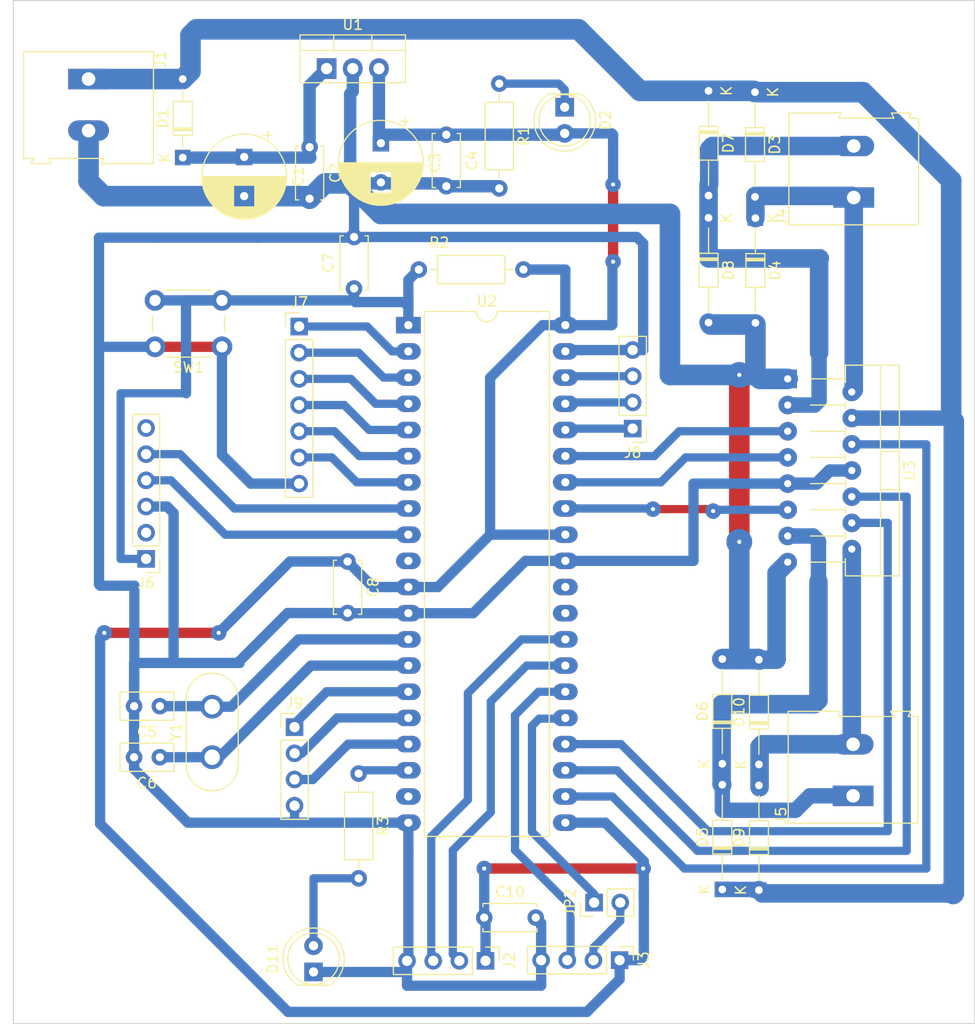
<source format=kicad_pcb>
(kicad_pcb (version 20171130) (host pcbnew 5.0.1)

  (general
    (thickness 1.6)
    (drawings 4)
    (tracks 371)
    (zones 0)
    (modules 38)
    (nets 46)
  )

  (page A4)
  (layers
    (0 F.Cu signal)
    (31 B.Cu signal)
    (32 B.Adhes user)
    (33 F.Adhes user)
    (34 B.Paste user)
    (35 F.Paste user)
    (36 B.SilkS user)
    (37 F.SilkS user)
    (38 B.Mask user)
    (39 F.Mask user)
    (40 Dwgs.User user)
    (41 Cmts.User user)
    (42 Eco1.User user)
    (43 Eco2.User user)
    (44 Edge.Cuts user)
    (45 Margin user)
    (46 B.CrtYd user)
    (47 F.CrtYd user)
    (48 B.Fab user)
    (49 F.Fab user)
  )

  (setup
    (last_trace_width 2)
    (user_trace_width 0.7)
    (user_trace_width 0.8)
    (user_trace_width 0.9)
    (user_trace_width 1)
    (user_trace_width 1.2)
    (user_trace_width 1.5)
    (user_trace_width 1.8)
    (user_trace_width 2)
    (trace_clearance 0.2)
    (zone_clearance 1)
    (zone_45_only no)
    (trace_min 0.2)
    (segment_width 0.2)
    (edge_width 0.1)
    (via_size 0.8)
    (via_drill 0.4)
    (via_min_size 0.4)
    (via_min_drill 0.3)
    (uvia_size 0.3)
    (uvia_drill 0.1)
    (uvias_allowed no)
    (uvia_min_size 0.2)
    (uvia_min_drill 0.1)
    (pcb_text_width 0.3)
    (pcb_text_size 1.5 1.5)
    (mod_edge_width 0.15)
    (mod_text_size 1 1)
    (mod_text_width 0.15)
    (pad_size 1.8 1.8)
    (pad_drill 0.7)
    (pad_to_mask_clearance 0)
    (solder_mask_min_width 0.25)
    (aux_axis_origin 0 0)
    (visible_elements FFFFFF7F)
    (pcbplotparams
      (layerselection 0x010fc_ffffffff)
      (usegerberextensions false)
      (usegerberattributes false)
      (usegerberadvancedattributes false)
      (creategerberjobfile false)
      (excludeedgelayer true)
      (linewidth 0.100000)
      (plotframeref false)
      (viasonmask false)
      (mode 1)
      (useauxorigin false)
      (hpglpennumber 1)
      (hpglpenspeed 20)
      (hpglpendiameter 15.000000)
      (psnegative false)
      (psa4output false)
      (plotreference true)
      (plotvalue true)
      (plotinvisibletext false)
      (padsonsilk false)
      (subtractmaskfromsilk false)
      (outputformat 1)
      (mirror false)
      (drillshape 1)
      (scaleselection 1)
      (outputdirectory ""))
  )

  (net 0 "")
  (net 1 /MOT1_A)
  (net 2 /MOT1_B)
  (net 3 GND)
  (net 4 +9V)
  (net 5 /MOT2_A)
  (net 6 /MOT2_B)
  (net 7 /SANITY)
  (net 8 "Net-(D11-Pad2)")
  (net 9 /~MCLR)
  (net 10 +5V)
  (net 11 "Net-(D2-Pad1)")
  (net 12 "Net-(C1-Pad1)")
  (net 13 /MOT1_DIR_A)
  (net 14 /PWM_A)
  (net 15 /MOT1_DIR_B)
  (net 16 /MOT2_DIR_A)
  (net 17 /PWM_B)
  (net 18 /MOT2_DIR_B)
  (net 19 /U1TX)
  (net 20 /U1RX)
  (net 21 /U2TX)
  (net 22 /ICSPCLK)
  (net 23 /U2RX)
  (net 24 /ICSPDAT)
  (net 25 "Net-(U2-Pad29)")
  (net 26 "Net-(U2-Pad30)")
  (net 27 /OSC1)
  (net 28 /OSC2)
  (net 29 "Net-(U2-Pad19)")
  (net 30 "Net-(J6-Pad2)")
  (net 31 "Net-(J6-Pad6)")
  (net 32 "Net-(J3-Pad2)")
  (net 33 "Net-(U2-Pad10)")
  (net 34 /RB0)
  (net 35 /RB1)
  (net 36 /RB5)
  (net 37 /RB4)
  (net 38 /RB3)
  (net 39 /RB2)
  (net 40 /RB9)
  (net 41 /RB10)
  (net 42 /RB11)
  (net 43 /RA11)
  (net 44 /RC14)
  (net 45 /RC13)

  (net_class Default "This is the default net class."
    (clearance 0.2)
    (trace_width 0.25)
    (via_dia 0.8)
    (via_drill 0.4)
    (uvia_dia 0.3)
    (uvia_drill 0.1)
    (add_net +5V)
    (add_net +9V)
    (add_net /ICSPCLK)
    (add_net /ICSPDAT)
    (add_net /MOT1_A)
    (add_net /MOT1_B)
    (add_net /MOT1_DIR_A)
    (add_net /MOT1_DIR_B)
    (add_net /MOT2_A)
    (add_net /MOT2_B)
    (add_net /MOT2_DIR_A)
    (add_net /MOT2_DIR_B)
    (add_net /OSC1)
    (add_net /OSC2)
    (add_net /PWM_A)
    (add_net /PWM_B)
    (add_net /RA11)
    (add_net /RB0)
    (add_net /RB1)
    (add_net /RB10)
    (add_net /RB11)
    (add_net /RB2)
    (add_net /RB3)
    (add_net /RB4)
    (add_net /RB5)
    (add_net /RB9)
    (add_net /RC13)
    (add_net /RC14)
    (add_net /SANITY)
    (add_net /U1RX)
    (add_net /U1TX)
    (add_net /U2RX)
    (add_net /U2TX)
    (add_net /~MCLR)
    (add_net GND)
    (add_net "Net-(C1-Pad1)")
    (add_net "Net-(D11-Pad2)")
    (add_net "Net-(D2-Pad1)")
    (add_net "Net-(J3-Pad2)")
    (add_net "Net-(J6-Pad2)")
    (add_net "Net-(J6-Pad6)")
    (add_net "Net-(U2-Pad10)")
    (add_net "Net-(U2-Pad19)")
    (add_net "Net-(U2-Pad29)")
    (add_net "Net-(U2-Pad30)")
  )

  (module footprints:TO-220-15_P2.54x2.54mm_StaggerOdd_Lead4.58mm_Vertical (layer F.Cu) (tedit 5C7038C2) (tstamp 5C7454F9)
    (at 103.1875 53.975 270)
    (descr "TO-220-15, Vertical, RM 1.27mm, staggered type-1, see http://www.st.com/resource/en/datasheet/l298.pdf")
    (tags "TO-220-15 Vertical RM 1.27mm staggered type-1")
    (path /5C6614C3)
    (fp_text reference U3 (at 8.89 -11.843 270) (layer F.SilkS)
      (effects (font (size 1 1) (thickness 0.15)))
    )
    (fp_text value L298HN (at 8.89 2.15 270) (layer F.Fab)
      (effects (font (size 1 1) (thickness 0.15)))
    )
    (fp_line (start -1.21 -10.723) (end -1.21 -5.723) (layer F.Fab) (width 0.1))
    (fp_line (start -1.21 -5.723) (end 18.99 -5.723) (layer F.Fab) (width 0.1))
    (fp_line (start 18.99 -5.723) (end 18.99 -10.723) (layer F.Fab) (width 0.1))
    (fp_line (start 18.99 -10.723) (end -1.21 -10.723) (layer F.Fab) (width 0.1))
    (fp_line (start -1.21 -9.123) (end 18.99 -9.123) (layer F.Fab) (width 0.1))
    (fp_line (start 7.04 -10.723) (end 7.04 -9.123) (layer F.Fab) (width 0.1))
    (fp_line (start 10.74 -10.723) (end 10.74 -9.123) (layer F.Fab) (width 0.1))
    (fp_line (start 0 -5.723) (end 0 -0.127) (layer F.Fab) (width 0.1))
    (fp_line (start 2.54 -5.723) (end 2.54 0) (layer F.Fab) (width 0.1))
    (fp_line (start 5.08 -5.723) (end 5.08 0) (layer F.Fab) (width 0.1))
    (fp_line (start 7.62 -5.723) (end 7.62 -0.127) (layer F.Fab) (width 0.1))
    (fp_line (start 10.16 -5.723) (end 10.16 -0.127) (layer F.Fab) (width 0.1))
    (fp_line (start 12.7 -5.723) (end 12.7 0) (layer F.Fab) (width 0.1))
    (fp_line (start 15.24 -5.723) (end 15.24 -0.127) (layer F.Fab) (width 0.1))
    (fp_line (start 17.78 -5.723) (end 17.78 0) (layer F.Fab) (width 0.1))
    (fp_line (start -1.33 -10.843) (end 19.11 -10.843) (layer F.SilkS) (width 0.12))
    (fp_line (start -1.33 -5.602) (end 0.346 -5.602) (layer F.SilkS) (width 0.12))
    (fp_line (start 2.195 -5.602) (end 2.886 -5.602) (layer F.SilkS) (width 0.12))
    (fp_line (start 4.735 -5.602) (end 5.426 -5.602) (layer F.SilkS) (width 0.12))
    (fp_line (start 7.275 -5.602) (end 7.966 -5.602) (layer F.SilkS) (width 0.12))
    (fp_line (start 9.815 -5.602) (end 10.506 -5.602) (layer F.SilkS) (width 0.12))
    (fp_line (start 12.355 -5.602) (end 13.046 -5.602) (layer F.SilkS) (width 0.12))
    (fp_line (start 14.895 -5.602) (end 15.586 -5.602) (layer F.SilkS) (width 0.12))
    (fp_line (start 17.435 -5.602) (end 19.11 -5.602) (layer F.SilkS) (width 0.12))
    (fp_line (start -1.33 -10.843) (end -1.33 -5.602) (layer F.SilkS) (width 0.12))
    (fp_line (start 19.11 -10.843) (end 19.11 -5.602) (layer F.SilkS) (width 0.12))
    (fp_line (start -1.33 -9.003) (end 19.11 -9.003) (layer F.SilkS) (width 0.12))
    (fp_line (start 7.041 -10.843) (end 7.041 -9.003) (layer F.SilkS) (width 0.12))
    (fp_line (start 10.74 -10.843) (end 10.74 -9.003) (layer F.SilkS) (width 0.12))
    (fp_line (start 0 -5.602) (end 0 -2.193) (layer F.SilkS) (width 0.12))
    (fp_line (start 2.54 -5.602) (end 2.54 -2.208) (layer F.SilkS) (width 0.12))
    (fp_line (start 5.08 -5.602) (end 5.08 -2.208) (layer F.SilkS) (width 0.12))
    (fp_line (start 7.62 -5.602) (end 7.62 -2.208) (layer F.SilkS) (width 0.12))
    (fp_line (start 10.16 -5.602) (end 10.16 -2.208) (layer F.SilkS) (width 0.12))
    (fp_line (start 12.7 -5.602) (end 12.7 -2.208) (layer F.SilkS) (width 0.12))
    (fp_line (start 15.24 -5.602) (end 15.24 -2.208) (layer F.SilkS) (width 0.12))
    (fp_line (start 17.78 -5.602) (end 17.78 -2.208) (layer F.SilkS) (width 0.12))
    (fp_line (start -1.46 -10.973) (end -1.397 1.143) (layer F.CrtYd) (width 0.05))
    (fp_line (start -1.46 1.16) (end 19.25 1.16) (layer F.CrtYd) (width 0.05))
    (fp_line (start 19.304 1.143) (end 19.25 -10.973) (layer F.CrtYd) (width 0.05))
    (fp_line (start 19.25 -10.973) (end -1.46 -10.973) (layer F.CrtYd) (width 0.05))
    (fp_text user %R (at 8.89 -11.843 270) (layer F.Fab)
      (effects (font (size 1 1) (thickness 0.15)))
    )
    (pad 1 thru_hole rect (at 0 0 270) (size 1.8 1.8) (drill 0.7) (layers *.Cu *.Mask)
      (net 3 GND))
    (pad 2 thru_hole oval (at 1.27 -6.223 270) (size 1.8 1.8) (drill 0.7) (layers *.Cu *.Mask)
      (net 1 /MOT1_A))
    (pad 3 thru_hole oval (at 2.54 0 270) (size 1.8 1.8) (drill 0.7) (layers *.Cu *.Mask)
      (net 2 /MOT1_B))
    (pad 4 thru_hole oval (at 3.81 -6.223 270) (size 1.8 1.8) (drill 0.7) (layers *.Cu *.Mask)
      (net 4 +9V))
    (pad 5 thru_hole oval (at 5.08 0 270) (size 1.8 1.8) (drill 0.7) (layers *.Cu *.Mask)
      (net 13 /MOT1_DIR_A))
    (pad 6 thru_hole oval (at 6.35 -6.223 270) (size 1.8 1.8) (drill 0.7) (layers *.Cu *.Mask)
      (net 14 /PWM_A))
    (pad 7 thru_hole oval (at 7.62 0 270) (size 1.8 1.8) (drill 0.7) (layers *.Cu *.Mask)
      (net 15 /MOT1_DIR_B))
    (pad 8 thru_hole oval (at 8.89 -6.223 270) (size 1.8 1.8) (drill 0.7) (layers *.Cu *.Mask)
      (net 3 GND))
    (pad 9 thru_hole oval (at 10.16 0 270) (size 1.8 1.8) (drill 0.7) (layers *.Cu *.Mask)
      (net 3 GND))
    (pad 10 thru_hole oval (at 11.43 -6.223 270) (size 1.8 1.8) (drill 0.7) (layers *.Cu *.Mask)
      (net 16 /MOT2_DIR_A))
    (pad 11 thru_hole oval (at 12.7 0 270) (size 1.8 1.8) (drill 0.7) (layers *.Cu *.Mask)
      (net 17 /PWM_B))
    (pad 12 thru_hole oval (at 13.97 -6.223 270) (size 1.8 1.8) (drill 0.7) (layers *.Cu *.Mask)
      (net 18 /MOT2_DIR_B))
    (pad 13 thru_hole oval (at 15.24 0 270) (size 1.8 1.8) (drill 0.7) (layers *.Cu *.Mask)
      (net 5 /MOT2_A))
    (pad 14 thru_hole oval (at 16.51 -6.223 270) (size 1.8 1.8) (drill 0.7) (layers *.Cu *.Mask)
      (net 6 /MOT2_B))
    (pad 15 thru_hole oval (at 17.78 0 270) (size 1.8 1.8) (drill 0.7) (layers *.Cu *.Mask)
      (net 3 GND))
    (model ${KISYS3DMOD}/Package_TO_SOT_THT.3dshapes/TO-220-15_P2.54x2.54mm_StaggerOdd_Lead4.58mm_Vertical.wrl
      (at (xyz 0 0 0))
      (scale (xyz 1 1 1))
      (rotate (xyz 0 0 0))
    )
    (model /tools/work/primenjena_projekat2/kicad/lib/3d/L298_15P.STEP
      (offset (xyz -1 6 5))
      (scale (xyz 1 1 1.2))
      (rotate (xyz -85 0 0))
    )
  )

  (module Capacitor_THT:CP_Radial_D8.0mm_P3.80mm (layer F.Cu) (tedit 5AE50EF0) (tstamp 5C8D0FED)
    (at 50.419 32.4485 270)
    (descr "CP, Radial series, Radial, pin pitch=3.80mm, , diameter=8mm, Electrolytic Capacitor")
    (tags "CP Radial series Radial pin pitch 3.80mm  diameter 8mm Electrolytic Capacitor")
    (path /5C69DD41)
    (fp_text reference C1 (at 1.9 -5.25 270) (layer F.SilkS)
      (effects (font (size 1 1) (thickness 0.15)))
    )
    (fp_text value 100uF (at 1.9 5.25 270) (layer F.Fab)
      (effects (font (size 1 1) (thickness 0.15)))
    )
    (fp_circle (center 1.9 0) (end 5.9 0) (layer F.Fab) (width 0.1))
    (fp_circle (center 1.9 0) (end 6.02 0) (layer F.SilkS) (width 0.12))
    (fp_circle (center 1.9 0) (end 6.15 0) (layer F.CrtYd) (width 0.05))
    (fp_line (start -1.526759 -1.7475) (end -0.726759 -1.7475) (layer F.Fab) (width 0.1))
    (fp_line (start -1.126759 -2.1475) (end -1.126759 -1.3475) (layer F.Fab) (width 0.1))
    (fp_line (start 1.9 -4.08) (end 1.9 4.08) (layer F.SilkS) (width 0.12))
    (fp_line (start 1.94 -4.08) (end 1.94 4.08) (layer F.SilkS) (width 0.12))
    (fp_line (start 1.98 -4.08) (end 1.98 4.08) (layer F.SilkS) (width 0.12))
    (fp_line (start 2.02 -4.079) (end 2.02 4.079) (layer F.SilkS) (width 0.12))
    (fp_line (start 2.06 -4.077) (end 2.06 4.077) (layer F.SilkS) (width 0.12))
    (fp_line (start 2.1 -4.076) (end 2.1 4.076) (layer F.SilkS) (width 0.12))
    (fp_line (start 2.14 -4.074) (end 2.14 4.074) (layer F.SilkS) (width 0.12))
    (fp_line (start 2.18 -4.071) (end 2.18 4.071) (layer F.SilkS) (width 0.12))
    (fp_line (start 2.22 -4.068) (end 2.22 4.068) (layer F.SilkS) (width 0.12))
    (fp_line (start 2.26 -4.065) (end 2.26 4.065) (layer F.SilkS) (width 0.12))
    (fp_line (start 2.3 -4.061) (end 2.3 4.061) (layer F.SilkS) (width 0.12))
    (fp_line (start 2.34 -4.057) (end 2.34 4.057) (layer F.SilkS) (width 0.12))
    (fp_line (start 2.38 -4.052) (end 2.38 4.052) (layer F.SilkS) (width 0.12))
    (fp_line (start 2.42 -4.048) (end 2.42 4.048) (layer F.SilkS) (width 0.12))
    (fp_line (start 2.46 -4.042) (end 2.46 4.042) (layer F.SilkS) (width 0.12))
    (fp_line (start 2.5 -4.037) (end 2.5 4.037) (layer F.SilkS) (width 0.12))
    (fp_line (start 2.54 -4.03) (end 2.54 4.03) (layer F.SilkS) (width 0.12))
    (fp_line (start 2.58 -4.024) (end 2.58 4.024) (layer F.SilkS) (width 0.12))
    (fp_line (start 2.621 -4.017) (end 2.621 4.017) (layer F.SilkS) (width 0.12))
    (fp_line (start 2.661 -4.01) (end 2.661 4.01) (layer F.SilkS) (width 0.12))
    (fp_line (start 2.701 -4.002) (end 2.701 4.002) (layer F.SilkS) (width 0.12))
    (fp_line (start 2.741 -3.994) (end 2.741 3.994) (layer F.SilkS) (width 0.12))
    (fp_line (start 2.781 -3.985) (end 2.781 -1.04) (layer F.SilkS) (width 0.12))
    (fp_line (start 2.781 1.04) (end 2.781 3.985) (layer F.SilkS) (width 0.12))
    (fp_line (start 2.821 -3.976) (end 2.821 -1.04) (layer F.SilkS) (width 0.12))
    (fp_line (start 2.821 1.04) (end 2.821 3.976) (layer F.SilkS) (width 0.12))
    (fp_line (start 2.861 -3.967) (end 2.861 -1.04) (layer F.SilkS) (width 0.12))
    (fp_line (start 2.861 1.04) (end 2.861 3.967) (layer F.SilkS) (width 0.12))
    (fp_line (start 2.901 -3.957) (end 2.901 -1.04) (layer F.SilkS) (width 0.12))
    (fp_line (start 2.901 1.04) (end 2.901 3.957) (layer F.SilkS) (width 0.12))
    (fp_line (start 2.941 -3.947) (end 2.941 -1.04) (layer F.SilkS) (width 0.12))
    (fp_line (start 2.941 1.04) (end 2.941 3.947) (layer F.SilkS) (width 0.12))
    (fp_line (start 2.981 -3.936) (end 2.981 -1.04) (layer F.SilkS) (width 0.12))
    (fp_line (start 2.981 1.04) (end 2.981 3.936) (layer F.SilkS) (width 0.12))
    (fp_line (start 3.021 -3.925) (end 3.021 -1.04) (layer F.SilkS) (width 0.12))
    (fp_line (start 3.021 1.04) (end 3.021 3.925) (layer F.SilkS) (width 0.12))
    (fp_line (start 3.061 -3.914) (end 3.061 -1.04) (layer F.SilkS) (width 0.12))
    (fp_line (start 3.061 1.04) (end 3.061 3.914) (layer F.SilkS) (width 0.12))
    (fp_line (start 3.101 -3.902) (end 3.101 -1.04) (layer F.SilkS) (width 0.12))
    (fp_line (start 3.101 1.04) (end 3.101 3.902) (layer F.SilkS) (width 0.12))
    (fp_line (start 3.141 -3.889) (end 3.141 -1.04) (layer F.SilkS) (width 0.12))
    (fp_line (start 3.141 1.04) (end 3.141 3.889) (layer F.SilkS) (width 0.12))
    (fp_line (start 3.181 -3.877) (end 3.181 -1.04) (layer F.SilkS) (width 0.12))
    (fp_line (start 3.181 1.04) (end 3.181 3.877) (layer F.SilkS) (width 0.12))
    (fp_line (start 3.221 -3.863) (end 3.221 -1.04) (layer F.SilkS) (width 0.12))
    (fp_line (start 3.221 1.04) (end 3.221 3.863) (layer F.SilkS) (width 0.12))
    (fp_line (start 3.261 -3.85) (end 3.261 -1.04) (layer F.SilkS) (width 0.12))
    (fp_line (start 3.261 1.04) (end 3.261 3.85) (layer F.SilkS) (width 0.12))
    (fp_line (start 3.301 -3.835) (end 3.301 -1.04) (layer F.SilkS) (width 0.12))
    (fp_line (start 3.301 1.04) (end 3.301 3.835) (layer F.SilkS) (width 0.12))
    (fp_line (start 3.341 -3.821) (end 3.341 -1.04) (layer F.SilkS) (width 0.12))
    (fp_line (start 3.341 1.04) (end 3.341 3.821) (layer F.SilkS) (width 0.12))
    (fp_line (start 3.381 -3.805) (end 3.381 -1.04) (layer F.SilkS) (width 0.12))
    (fp_line (start 3.381 1.04) (end 3.381 3.805) (layer F.SilkS) (width 0.12))
    (fp_line (start 3.421 -3.79) (end 3.421 -1.04) (layer F.SilkS) (width 0.12))
    (fp_line (start 3.421 1.04) (end 3.421 3.79) (layer F.SilkS) (width 0.12))
    (fp_line (start 3.461 -3.774) (end 3.461 -1.04) (layer F.SilkS) (width 0.12))
    (fp_line (start 3.461 1.04) (end 3.461 3.774) (layer F.SilkS) (width 0.12))
    (fp_line (start 3.501 -3.757) (end 3.501 -1.04) (layer F.SilkS) (width 0.12))
    (fp_line (start 3.501 1.04) (end 3.501 3.757) (layer F.SilkS) (width 0.12))
    (fp_line (start 3.541 -3.74) (end 3.541 -1.04) (layer F.SilkS) (width 0.12))
    (fp_line (start 3.541 1.04) (end 3.541 3.74) (layer F.SilkS) (width 0.12))
    (fp_line (start 3.581 -3.722) (end 3.581 -1.04) (layer F.SilkS) (width 0.12))
    (fp_line (start 3.581 1.04) (end 3.581 3.722) (layer F.SilkS) (width 0.12))
    (fp_line (start 3.621 -3.704) (end 3.621 -1.04) (layer F.SilkS) (width 0.12))
    (fp_line (start 3.621 1.04) (end 3.621 3.704) (layer F.SilkS) (width 0.12))
    (fp_line (start 3.661 -3.686) (end 3.661 -1.04) (layer F.SilkS) (width 0.12))
    (fp_line (start 3.661 1.04) (end 3.661 3.686) (layer F.SilkS) (width 0.12))
    (fp_line (start 3.701 -3.666) (end 3.701 -1.04) (layer F.SilkS) (width 0.12))
    (fp_line (start 3.701 1.04) (end 3.701 3.666) (layer F.SilkS) (width 0.12))
    (fp_line (start 3.741 -3.647) (end 3.741 -1.04) (layer F.SilkS) (width 0.12))
    (fp_line (start 3.741 1.04) (end 3.741 3.647) (layer F.SilkS) (width 0.12))
    (fp_line (start 3.781 -3.627) (end 3.781 -1.04) (layer F.SilkS) (width 0.12))
    (fp_line (start 3.781 1.04) (end 3.781 3.627) (layer F.SilkS) (width 0.12))
    (fp_line (start 3.821 -3.606) (end 3.821 -1.04) (layer F.SilkS) (width 0.12))
    (fp_line (start 3.821 1.04) (end 3.821 3.606) (layer F.SilkS) (width 0.12))
    (fp_line (start 3.861 -3.584) (end 3.861 -1.04) (layer F.SilkS) (width 0.12))
    (fp_line (start 3.861 1.04) (end 3.861 3.584) (layer F.SilkS) (width 0.12))
    (fp_line (start 3.901 -3.562) (end 3.901 -1.04) (layer F.SilkS) (width 0.12))
    (fp_line (start 3.901 1.04) (end 3.901 3.562) (layer F.SilkS) (width 0.12))
    (fp_line (start 3.941 -3.54) (end 3.941 -1.04) (layer F.SilkS) (width 0.12))
    (fp_line (start 3.941 1.04) (end 3.941 3.54) (layer F.SilkS) (width 0.12))
    (fp_line (start 3.981 -3.517) (end 3.981 -1.04) (layer F.SilkS) (width 0.12))
    (fp_line (start 3.981 1.04) (end 3.981 3.517) (layer F.SilkS) (width 0.12))
    (fp_line (start 4.021 -3.493) (end 4.021 -1.04) (layer F.SilkS) (width 0.12))
    (fp_line (start 4.021 1.04) (end 4.021 3.493) (layer F.SilkS) (width 0.12))
    (fp_line (start 4.061 -3.469) (end 4.061 -1.04) (layer F.SilkS) (width 0.12))
    (fp_line (start 4.061 1.04) (end 4.061 3.469) (layer F.SilkS) (width 0.12))
    (fp_line (start 4.101 -3.444) (end 4.101 -1.04) (layer F.SilkS) (width 0.12))
    (fp_line (start 4.101 1.04) (end 4.101 3.444) (layer F.SilkS) (width 0.12))
    (fp_line (start 4.141 -3.418) (end 4.141 -1.04) (layer F.SilkS) (width 0.12))
    (fp_line (start 4.141 1.04) (end 4.141 3.418) (layer F.SilkS) (width 0.12))
    (fp_line (start 4.181 -3.392) (end 4.181 -1.04) (layer F.SilkS) (width 0.12))
    (fp_line (start 4.181 1.04) (end 4.181 3.392) (layer F.SilkS) (width 0.12))
    (fp_line (start 4.221 -3.365) (end 4.221 -1.04) (layer F.SilkS) (width 0.12))
    (fp_line (start 4.221 1.04) (end 4.221 3.365) (layer F.SilkS) (width 0.12))
    (fp_line (start 4.261 -3.338) (end 4.261 -1.04) (layer F.SilkS) (width 0.12))
    (fp_line (start 4.261 1.04) (end 4.261 3.338) (layer F.SilkS) (width 0.12))
    (fp_line (start 4.301 -3.309) (end 4.301 -1.04) (layer F.SilkS) (width 0.12))
    (fp_line (start 4.301 1.04) (end 4.301 3.309) (layer F.SilkS) (width 0.12))
    (fp_line (start 4.341 -3.28) (end 4.341 -1.04) (layer F.SilkS) (width 0.12))
    (fp_line (start 4.341 1.04) (end 4.341 3.28) (layer F.SilkS) (width 0.12))
    (fp_line (start 4.381 -3.25) (end 4.381 -1.04) (layer F.SilkS) (width 0.12))
    (fp_line (start 4.381 1.04) (end 4.381 3.25) (layer F.SilkS) (width 0.12))
    (fp_line (start 4.421 -3.22) (end 4.421 -1.04) (layer F.SilkS) (width 0.12))
    (fp_line (start 4.421 1.04) (end 4.421 3.22) (layer F.SilkS) (width 0.12))
    (fp_line (start 4.461 -3.189) (end 4.461 -1.04) (layer F.SilkS) (width 0.12))
    (fp_line (start 4.461 1.04) (end 4.461 3.189) (layer F.SilkS) (width 0.12))
    (fp_line (start 4.501 -3.156) (end 4.501 -1.04) (layer F.SilkS) (width 0.12))
    (fp_line (start 4.501 1.04) (end 4.501 3.156) (layer F.SilkS) (width 0.12))
    (fp_line (start 4.541 -3.124) (end 4.541 -1.04) (layer F.SilkS) (width 0.12))
    (fp_line (start 4.541 1.04) (end 4.541 3.124) (layer F.SilkS) (width 0.12))
    (fp_line (start 4.581 -3.09) (end 4.581 -1.04) (layer F.SilkS) (width 0.12))
    (fp_line (start 4.581 1.04) (end 4.581 3.09) (layer F.SilkS) (width 0.12))
    (fp_line (start 4.621 -3.055) (end 4.621 -1.04) (layer F.SilkS) (width 0.12))
    (fp_line (start 4.621 1.04) (end 4.621 3.055) (layer F.SilkS) (width 0.12))
    (fp_line (start 4.661 -3.019) (end 4.661 -1.04) (layer F.SilkS) (width 0.12))
    (fp_line (start 4.661 1.04) (end 4.661 3.019) (layer F.SilkS) (width 0.12))
    (fp_line (start 4.701 -2.983) (end 4.701 -1.04) (layer F.SilkS) (width 0.12))
    (fp_line (start 4.701 1.04) (end 4.701 2.983) (layer F.SilkS) (width 0.12))
    (fp_line (start 4.741 -2.945) (end 4.741 -1.04) (layer F.SilkS) (width 0.12))
    (fp_line (start 4.741 1.04) (end 4.741 2.945) (layer F.SilkS) (width 0.12))
    (fp_line (start 4.781 -2.907) (end 4.781 -1.04) (layer F.SilkS) (width 0.12))
    (fp_line (start 4.781 1.04) (end 4.781 2.907) (layer F.SilkS) (width 0.12))
    (fp_line (start 4.821 -2.867) (end 4.821 -1.04) (layer F.SilkS) (width 0.12))
    (fp_line (start 4.821 1.04) (end 4.821 2.867) (layer F.SilkS) (width 0.12))
    (fp_line (start 4.861 -2.826) (end 4.861 2.826) (layer F.SilkS) (width 0.12))
    (fp_line (start 4.901 -2.784) (end 4.901 2.784) (layer F.SilkS) (width 0.12))
    (fp_line (start 4.941 -2.741) (end 4.941 2.741) (layer F.SilkS) (width 0.12))
    (fp_line (start 4.981 -2.697) (end 4.981 2.697) (layer F.SilkS) (width 0.12))
    (fp_line (start 5.021 -2.651) (end 5.021 2.651) (layer F.SilkS) (width 0.12))
    (fp_line (start 5.061 -2.604) (end 5.061 2.604) (layer F.SilkS) (width 0.12))
    (fp_line (start 5.101 -2.556) (end 5.101 2.556) (layer F.SilkS) (width 0.12))
    (fp_line (start 5.141 -2.505) (end 5.141 2.505) (layer F.SilkS) (width 0.12))
    (fp_line (start 5.181 -2.454) (end 5.181 2.454) (layer F.SilkS) (width 0.12))
    (fp_line (start 5.221 -2.4) (end 5.221 2.4) (layer F.SilkS) (width 0.12))
    (fp_line (start 5.261 -2.345) (end 5.261 2.345) (layer F.SilkS) (width 0.12))
    (fp_line (start 5.301 -2.287) (end 5.301 2.287) (layer F.SilkS) (width 0.12))
    (fp_line (start 5.341 -2.228) (end 5.341 2.228) (layer F.SilkS) (width 0.12))
    (fp_line (start 5.381 -2.166) (end 5.381 2.166) (layer F.SilkS) (width 0.12))
    (fp_line (start 5.421 -2.102) (end 5.421 2.102) (layer F.SilkS) (width 0.12))
    (fp_line (start 5.461 -2.034) (end 5.461 2.034) (layer F.SilkS) (width 0.12))
    (fp_line (start 5.501 -1.964) (end 5.501 1.964) (layer F.SilkS) (width 0.12))
    (fp_line (start 5.541 -1.89) (end 5.541 1.89) (layer F.SilkS) (width 0.12))
    (fp_line (start 5.581 -1.813) (end 5.581 1.813) (layer F.SilkS) (width 0.12))
    (fp_line (start 5.621 -1.731) (end 5.621 1.731) (layer F.SilkS) (width 0.12))
    (fp_line (start 5.661 -1.645) (end 5.661 1.645) (layer F.SilkS) (width 0.12))
    (fp_line (start 5.701 -1.552) (end 5.701 1.552) (layer F.SilkS) (width 0.12))
    (fp_line (start 5.741 -1.453) (end 5.741 1.453) (layer F.SilkS) (width 0.12))
    (fp_line (start 5.781 -1.346) (end 5.781 1.346) (layer F.SilkS) (width 0.12))
    (fp_line (start 5.821 -1.229) (end 5.821 1.229) (layer F.SilkS) (width 0.12))
    (fp_line (start 5.861 -1.098) (end 5.861 1.098) (layer F.SilkS) (width 0.12))
    (fp_line (start 5.901 -0.948) (end 5.901 0.948) (layer F.SilkS) (width 0.12))
    (fp_line (start 5.941 -0.768) (end 5.941 0.768) (layer F.SilkS) (width 0.12))
    (fp_line (start 5.981 -0.533) (end 5.981 0.533) (layer F.SilkS) (width 0.12))
    (fp_line (start -2.509698 -2.315) (end -1.709698 -2.315) (layer F.SilkS) (width 0.12))
    (fp_line (start -2.109698 -2.715) (end -2.109698 -1.915) (layer F.SilkS) (width 0.12))
    (fp_text user %R (at 1.9 0 270) (layer F.Fab)
      (effects (font (size 1 1) (thickness 0.15)))
    )
    (pad 1 thru_hole rect (at 0 0 270) (size 1.6 1.6) (drill 0.8) (layers *.Cu *.Mask)
      (net 12 "Net-(C1-Pad1)"))
    (pad 2 thru_hole circle (at 3.8 0 270) (size 1.6 1.6) (drill 0.8) (layers *.Cu *.Mask)
      (net 3 GND))
    (model ${KISYS3DMOD}/Capacitor_THT.3dshapes/CP_Radial_D8.0mm_P3.80mm.wrl
      (at (xyz 0 0 0))
      (scale (xyz 1 1 1))
      (rotate (xyz 0 0 0))
    )
  )

  (module Capacitor_THT:CP_Radial_D8.0mm_P3.80mm (layer F.Cu) (tedit 5AE50EF0) (tstamp 5C8CE604)
    (at 63.6905 31.115 270)
    (descr "CP, Radial series, Radial, pin pitch=3.80mm, , diameter=8mm, Electrolytic Capacitor")
    (tags "CP Radial series Radial pin pitch 3.80mm  diameter 8mm Electrolytic Capacitor")
    (path /5C69D0B2)
    (fp_text reference C3 (at 1.9 -5.25 270) (layer F.SilkS)
      (effects (font (size 1 1) (thickness 0.15)))
    )
    (fp_text value 470uF (at 1.9 5.25 270) (layer F.Fab)
      (effects (font (size 1 1) (thickness 0.15)))
    )
    (fp_circle (center 1.9 0) (end 5.9 0) (layer F.Fab) (width 0.1))
    (fp_circle (center 1.9 0) (end 6.02 0) (layer F.SilkS) (width 0.12))
    (fp_circle (center 1.9 0) (end 6.15 0) (layer F.CrtYd) (width 0.05))
    (fp_line (start -1.526759 -1.7475) (end -0.726759 -1.7475) (layer F.Fab) (width 0.1))
    (fp_line (start -1.126759 -2.1475) (end -1.126759 -1.3475) (layer F.Fab) (width 0.1))
    (fp_line (start 1.9 -4.08) (end 1.9 4.08) (layer F.SilkS) (width 0.12))
    (fp_line (start 1.94 -4.08) (end 1.94 4.08) (layer F.SilkS) (width 0.12))
    (fp_line (start 1.98 -4.08) (end 1.98 4.08) (layer F.SilkS) (width 0.12))
    (fp_line (start 2.02 -4.079) (end 2.02 4.079) (layer F.SilkS) (width 0.12))
    (fp_line (start 2.06 -4.077) (end 2.06 4.077) (layer F.SilkS) (width 0.12))
    (fp_line (start 2.1 -4.076) (end 2.1 4.076) (layer F.SilkS) (width 0.12))
    (fp_line (start 2.14 -4.074) (end 2.14 4.074) (layer F.SilkS) (width 0.12))
    (fp_line (start 2.18 -4.071) (end 2.18 4.071) (layer F.SilkS) (width 0.12))
    (fp_line (start 2.22 -4.068) (end 2.22 4.068) (layer F.SilkS) (width 0.12))
    (fp_line (start 2.26 -4.065) (end 2.26 4.065) (layer F.SilkS) (width 0.12))
    (fp_line (start 2.3 -4.061) (end 2.3 4.061) (layer F.SilkS) (width 0.12))
    (fp_line (start 2.34 -4.057) (end 2.34 4.057) (layer F.SilkS) (width 0.12))
    (fp_line (start 2.38 -4.052) (end 2.38 4.052) (layer F.SilkS) (width 0.12))
    (fp_line (start 2.42 -4.048) (end 2.42 4.048) (layer F.SilkS) (width 0.12))
    (fp_line (start 2.46 -4.042) (end 2.46 4.042) (layer F.SilkS) (width 0.12))
    (fp_line (start 2.5 -4.037) (end 2.5 4.037) (layer F.SilkS) (width 0.12))
    (fp_line (start 2.54 -4.03) (end 2.54 4.03) (layer F.SilkS) (width 0.12))
    (fp_line (start 2.58 -4.024) (end 2.58 4.024) (layer F.SilkS) (width 0.12))
    (fp_line (start 2.621 -4.017) (end 2.621 4.017) (layer F.SilkS) (width 0.12))
    (fp_line (start 2.661 -4.01) (end 2.661 4.01) (layer F.SilkS) (width 0.12))
    (fp_line (start 2.701 -4.002) (end 2.701 4.002) (layer F.SilkS) (width 0.12))
    (fp_line (start 2.741 -3.994) (end 2.741 3.994) (layer F.SilkS) (width 0.12))
    (fp_line (start 2.781 -3.985) (end 2.781 -1.04) (layer F.SilkS) (width 0.12))
    (fp_line (start 2.781 1.04) (end 2.781 3.985) (layer F.SilkS) (width 0.12))
    (fp_line (start 2.821 -3.976) (end 2.821 -1.04) (layer F.SilkS) (width 0.12))
    (fp_line (start 2.821 1.04) (end 2.821 3.976) (layer F.SilkS) (width 0.12))
    (fp_line (start 2.861 -3.967) (end 2.861 -1.04) (layer F.SilkS) (width 0.12))
    (fp_line (start 2.861 1.04) (end 2.861 3.967) (layer F.SilkS) (width 0.12))
    (fp_line (start 2.901 -3.957) (end 2.901 -1.04) (layer F.SilkS) (width 0.12))
    (fp_line (start 2.901 1.04) (end 2.901 3.957) (layer F.SilkS) (width 0.12))
    (fp_line (start 2.941 -3.947) (end 2.941 -1.04) (layer F.SilkS) (width 0.12))
    (fp_line (start 2.941 1.04) (end 2.941 3.947) (layer F.SilkS) (width 0.12))
    (fp_line (start 2.981 -3.936) (end 2.981 -1.04) (layer F.SilkS) (width 0.12))
    (fp_line (start 2.981 1.04) (end 2.981 3.936) (layer F.SilkS) (width 0.12))
    (fp_line (start 3.021 -3.925) (end 3.021 -1.04) (layer F.SilkS) (width 0.12))
    (fp_line (start 3.021 1.04) (end 3.021 3.925) (layer F.SilkS) (width 0.12))
    (fp_line (start 3.061 -3.914) (end 3.061 -1.04) (layer F.SilkS) (width 0.12))
    (fp_line (start 3.061 1.04) (end 3.061 3.914) (layer F.SilkS) (width 0.12))
    (fp_line (start 3.101 -3.902) (end 3.101 -1.04) (layer F.SilkS) (width 0.12))
    (fp_line (start 3.101 1.04) (end 3.101 3.902) (layer F.SilkS) (width 0.12))
    (fp_line (start 3.141 -3.889) (end 3.141 -1.04) (layer F.SilkS) (width 0.12))
    (fp_line (start 3.141 1.04) (end 3.141 3.889) (layer F.SilkS) (width 0.12))
    (fp_line (start 3.181 -3.877) (end 3.181 -1.04) (layer F.SilkS) (width 0.12))
    (fp_line (start 3.181 1.04) (end 3.181 3.877) (layer F.SilkS) (width 0.12))
    (fp_line (start 3.221 -3.863) (end 3.221 -1.04) (layer F.SilkS) (width 0.12))
    (fp_line (start 3.221 1.04) (end 3.221 3.863) (layer F.SilkS) (width 0.12))
    (fp_line (start 3.261 -3.85) (end 3.261 -1.04) (layer F.SilkS) (width 0.12))
    (fp_line (start 3.261 1.04) (end 3.261 3.85) (layer F.SilkS) (width 0.12))
    (fp_line (start 3.301 -3.835) (end 3.301 -1.04) (layer F.SilkS) (width 0.12))
    (fp_line (start 3.301 1.04) (end 3.301 3.835) (layer F.SilkS) (width 0.12))
    (fp_line (start 3.341 -3.821) (end 3.341 -1.04) (layer F.SilkS) (width 0.12))
    (fp_line (start 3.341 1.04) (end 3.341 3.821) (layer F.SilkS) (width 0.12))
    (fp_line (start 3.381 -3.805) (end 3.381 -1.04) (layer F.SilkS) (width 0.12))
    (fp_line (start 3.381 1.04) (end 3.381 3.805) (layer F.SilkS) (width 0.12))
    (fp_line (start 3.421 -3.79) (end 3.421 -1.04) (layer F.SilkS) (width 0.12))
    (fp_line (start 3.421 1.04) (end 3.421 3.79) (layer F.SilkS) (width 0.12))
    (fp_line (start 3.461 -3.774) (end 3.461 -1.04) (layer F.SilkS) (width 0.12))
    (fp_line (start 3.461 1.04) (end 3.461 3.774) (layer F.SilkS) (width 0.12))
    (fp_line (start 3.501 -3.757) (end 3.501 -1.04) (layer F.SilkS) (width 0.12))
    (fp_line (start 3.501 1.04) (end 3.501 3.757) (layer F.SilkS) (width 0.12))
    (fp_line (start 3.541 -3.74) (end 3.541 -1.04) (layer F.SilkS) (width 0.12))
    (fp_line (start 3.541 1.04) (end 3.541 3.74) (layer F.SilkS) (width 0.12))
    (fp_line (start 3.581 -3.722) (end 3.581 -1.04) (layer F.SilkS) (width 0.12))
    (fp_line (start 3.581 1.04) (end 3.581 3.722) (layer F.SilkS) (width 0.12))
    (fp_line (start 3.621 -3.704) (end 3.621 -1.04) (layer F.SilkS) (width 0.12))
    (fp_line (start 3.621 1.04) (end 3.621 3.704) (layer F.SilkS) (width 0.12))
    (fp_line (start 3.661 -3.686) (end 3.661 -1.04) (layer F.SilkS) (width 0.12))
    (fp_line (start 3.661 1.04) (end 3.661 3.686) (layer F.SilkS) (width 0.12))
    (fp_line (start 3.701 -3.666) (end 3.701 -1.04) (layer F.SilkS) (width 0.12))
    (fp_line (start 3.701 1.04) (end 3.701 3.666) (layer F.SilkS) (width 0.12))
    (fp_line (start 3.741 -3.647) (end 3.741 -1.04) (layer F.SilkS) (width 0.12))
    (fp_line (start 3.741 1.04) (end 3.741 3.647) (layer F.SilkS) (width 0.12))
    (fp_line (start 3.781 -3.627) (end 3.781 -1.04) (layer F.SilkS) (width 0.12))
    (fp_line (start 3.781 1.04) (end 3.781 3.627) (layer F.SilkS) (width 0.12))
    (fp_line (start 3.821 -3.606) (end 3.821 -1.04) (layer F.SilkS) (width 0.12))
    (fp_line (start 3.821 1.04) (end 3.821 3.606) (layer F.SilkS) (width 0.12))
    (fp_line (start 3.861 -3.584) (end 3.861 -1.04) (layer F.SilkS) (width 0.12))
    (fp_line (start 3.861 1.04) (end 3.861 3.584) (layer F.SilkS) (width 0.12))
    (fp_line (start 3.901 -3.562) (end 3.901 -1.04) (layer F.SilkS) (width 0.12))
    (fp_line (start 3.901 1.04) (end 3.901 3.562) (layer F.SilkS) (width 0.12))
    (fp_line (start 3.941 -3.54) (end 3.941 -1.04) (layer F.SilkS) (width 0.12))
    (fp_line (start 3.941 1.04) (end 3.941 3.54) (layer F.SilkS) (width 0.12))
    (fp_line (start 3.981 -3.517) (end 3.981 -1.04) (layer F.SilkS) (width 0.12))
    (fp_line (start 3.981 1.04) (end 3.981 3.517) (layer F.SilkS) (width 0.12))
    (fp_line (start 4.021 -3.493) (end 4.021 -1.04) (layer F.SilkS) (width 0.12))
    (fp_line (start 4.021 1.04) (end 4.021 3.493) (layer F.SilkS) (width 0.12))
    (fp_line (start 4.061 -3.469) (end 4.061 -1.04) (layer F.SilkS) (width 0.12))
    (fp_line (start 4.061 1.04) (end 4.061 3.469) (layer F.SilkS) (width 0.12))
    (fp_line (start 4.101 -3.444) (end 4.101 -1.04) (layer F.SilkS) (width 0.12))
    (fp_line (start 4.101 1.04) (end 4.101 3.444) (layer F.SilkS) (width 0.12))
    (fp_line (start 4.141 -3.418) (end 4.141 -1.04) (layer F.SilkS) (width 0.12))
    (fp_line (start 4.141 1.04) (end 4.141 3.418) (layer F.SilkS) (width 0.12))
    (fp_line (start 4.181 -3.392) (end 4.181 -1.04) (layer F.SilkS) (width 0.12))
    (fp_line (start 4.181 1.04) (end 4.181 3.392) (layer F.SilkS) (width 0.12))
    (fp_line (start 4.221 -3.365) (end 4.221 -1.04) (layer F.SilkS) (width 0.12))
    (fp_line (start 4.221 1.04) (end 4.221 3.365) (layer F.SilkS) (width 0.12))
    (fp_line (start 4.261 -3.338) (end 4.261 -1.04) (layer F.SilkS) (width 0.12))
    (fp_line (start 4.261 1.04) (end 4.261 3.338) (layer F.SilkS) (width 0.12))
    (fp_line (start 4.301 -3.309) (end 4.301 -1.04) (layer F.SilkS) (width 0.12))
    (fp_line (start 4.301 1.04) (end 4.301 3.309) (layer F.SilkS) (width 0.12))
    (fp_line (start 4.341 -3.28) (end 4.341 -1.04) (layer F.SilkS) (width 0.12))
    (fp_line (start 4.341 1.04) (end 4.341 3.28) (layer F.SilkS) (width 0.12))
    (fp_line (start 4.381 -3.25) (end 4.381 -1.04) (layer F.SilkS) (width 0.12))
    (fp_line (start 4.381 1.04) (end 4.381 3.25) (layer F.SilkS) (width 0.12))
    (fp_line (start 4.421 -3.22) (end 4.421 -1.04) (layer F.SilkS) (width 0.12))
    (fp_line (start 4.421 1.04) (end 4.421 3.22) (layer F.SilkS) (width 0.12))
    (fp_line (start 4.461 -3.189) (end 4.461 -1.04) (layer F.SilkS) (width 0.12))
    (fp_line (start 4.461 1.04) (end 4.461 3.189) (layer F.SilkS) (width 0.12))
    (fp_line (start 4.501 -3.156) (end 4.501 -1.04) (layer F.SilkS) (width 0.12))
    (fp_line (start 4.501 1.04) (end 4.501 3.156) (layer F.SilkS) (width 0.12))
    (fp_line (start 4.541 -3.124) (end 4.541 -1.04) (layer F.SilkS) (width 0.12))
    (fp_line (start 4.541 1.04) (end 4.541 3.124) (layer F.SilkS) (width 0.12))
    (fp_line (start 4.581 -3.09) (end 4.581 -1.04) (layer F.SilkS) (width 0.12))
    (fp_line (start 4.581 1.04) (end 4.581 3.09) (layer F.SilkS) (width 0.12))
    (fp_line (start 4.621 -3.055) (end 4.621 -1.04) (layer F.SilkS) (width 0.12))
    (fp_line (start 4.621 1.04) (end 4.621 3.055) (layer F.SilkS) (width 0.12))
    (fp_line (start 4.661 -3.019) (end 4.661 -1.04) (layer F.SilkS) (width 0.12))
    (fp_line (start 4.661 1.04) (end 4.661 3.019) (layer F.SilkS) (width 0.12))
    (fp_line (start 4.701 -2.983) (end 4.701 -1.04) (layer F.SilkS) (width 0.12))
    (fp_line (start 4.701 1.04) (end 4.701 2.983) (layer F.SilkS) (width 0.12))
    (fp_line (start 4.741 -2.945) (end 4.741 -1.04) (layer F.SilkS) (width 0.12))
    (fp_line (start 4.741 1.04) (end 4.741 2.945) (layer F.SilkS) (width 0.12))
    (fp_line (start 4.781 -2.907) (end 4.781 -1.04) (layer F.SilkS) (width 0.12))
    (fp_line (start 4.781 1.04) (end 4.781 2.907) (layer F.SilkS) (width 0.12))
    (fp_line (start 4.821 -2.867) (end 4.821 -1.04) (layer F.SilkS) (width 0.12))
    (fp_line (start 4.821 1.04) (end 4.821 2.867) (layer F.SilkS) (width 0.12))
    (fp_line (start 4.861 -2.826) (end 4.861 2.826) (layer F.SilkS) (width 0.12))
    (fp_line (start 4.901 -2.784) (end 4.901 2.784) (layer F.SilkS) (width 0.12))
    (fp_line (start 4.941 -2.741) (end 4.941 2.741) (layer F.SilkS) (width 0.12))
    (fp_line (start 4.981 -2.697) (end 4.981 2.697) (layer F.SilkS) (width 0.12))
    (fp_line (start 5.021 -2.651) (end 5.021 2.651) (layer F.SilkS) (width 0.12))
    (fp_line (start 5.061 -2.604) (end 5.061 2.604) (layer F.SilkS) (width 0.12))
    (fp_line (start 5.101 -2.556) (end 5.101 2.556) (layer F.SilkS) (width 0.12))
    (fp_line (start 5.141 -2.505) (end 5.141 2.505) (layer F.SilkS) (width 0.12))
    (fp_line (start 5.181 -2.454) (end 5.181 2.454) (layer F.SilkS) (width 0.12))
    (fp_line (start 5.221 -2.4) (end 5.221 2.4) (layer F.SilkS) (width 0.12))
    (fp_line (start 5.261 -2.345) (end 5.261 2.345) (layer F.SilkS) (width 0.12))
    (fp_line (start 5.301 -2.287) (end 5.301 2.287) (layer F.SilkS) (width 0.12))
    (fp_line (start 5.341 -2.228) (end 5.341 2.228) (layer F.SilkS) (width 0.12))
    (fp_line (start 5.381 -2.166) (end 5.381 2.166) (layer F.SilkS) (width 0.12))
    (fp_line (start 5.421 -2.102) (end 5.421 2.102) (layer F.SilkS) (width 0.12))
    (fp_line (start 5.461 -2.034) (end 5.461 2.034) (layer F.SilkS) (width 0.12))
    (fp_line (start 5.501 -1.964) (end 5.501 1.964) (layer F.SilkS) (width 0.12))
    (fp_line (start 5.541 -1.89) (end 5.541 1.89) (layer F.SilkS) (width 0.12))
    (fp_line (start 5.581 -1.813) (end 5.581 1.813) (layer F.SilkS) (width 0.12))
    (fp_line (start 5.621 -1.731) (end 5.621 1.731) (layer F.SilkS) (width 0.12))
    (fp_line (start 5.661 -1.645) (end 5.661 1.645) (layer F.SilkS) (width 0.12))
    (fp_line (start 5.701 -1.552) (end 5.701 1.552) (layer F.SilkS) (width 0.12))
    (fp_line (start 5.741 -1.453) (end 5.741 1.453) (layer F.SilkS) (width 0.12))
    (fp_line (start 5.781 -1.346) (end 5.781 1.346) (layer F.SilkS) (width 0.12))
    (fp_line (start 5.821 -1.229) (end 5.821 1.229) (layer F.SilkS) (width 0.12))
    (fp_line (start 5.861 -1.098) (end 5.861 1.098) (layer F.SilkS) (width 0.12))
    (fp_line (start 5.901 -0.948) (end 5.901 0.948) (layer F.SilkS) (width 0.12))
    (fp_line (start 5.941 -0.768) (end 5.941 0.768) (layer F.SilkS) (width 0.12))
    (fp_line (start 5.981 -0.533) (end 5.981 0.533) (layer F.SilkS) (width 0.12))
    (fp_line (start -2.509698 -2.315) (end -1.709698 -2.315) (layer F.SilkS) (width 0.12))
    (fp_line (start -2.109698 -2.715) (end -2.109698 -1.915) (layer F.SilkS) (width 0.12))
    (fp_text user %R (at 1.9 0 270) (layer F.Fab)
      (effects (font (size 1 1) (thickness 0.15)))
    )
    (pad 1 thru_hole rect (at 0 0 270) (size 1.6 1.6) (drill 0.8) (layers *.Cu *.Mask)
      (net 10 +5V))
    (pad 2 thru_hole circle (at 3.8 0 270) (size 1.6 1.6) (drill 0.8) (layers *.Cu *.Mask)
      (net 3 GND))
    (model ${KISYS3DMOD}/Capacitor_THT.3dshapes/CP_Radial_D8.0mm_P3.80mm.wrl
      (at (xyz 0 0 0))
      (scale (xyz 1 1 1))
      (rotate (xyz 0 0 0))
    )
  )

  (module Connector_PinHeader_2.54mm:PinHeader_1x04_P2.54mm_Vertical (layer F.Cu) (tedit 59FED5CC) (tstamp 5C8C4D77)
    (at 55.3085 87.757)
    (descr "Through hole straight pin header, 1x04, 2.54mm pitch, single row")
    (tags "Through hole pin header THT 1x04 2.54mm single row")
    (path /5C8930A7)
    (fp_text reference J9 (at 0 -2.33) (layer F.SilkS)
      (effects (font (size 1 1) (thickness 0.15)))
    )
    (fp_text value PINS (at 0 9.95) (layer F.Fab)
      (effects (font (size 1 1) (thickness 0.15)))
    )
    (fp_line (start -0.635 -1.27) (end 1.27 -1.27) (layer F.Fab) (width 0.1))
    (fp_line (start 1.27 -1.27) (end 1.27 8.89) (layer F.Fab) (width 0.1))
    (fp_line (start 1.27 8.89) (end -1.27 8.89) (layer F.Fab) (width 0.1))
    (fp_line (start -1.27 8.89) (end -1.27 -0.635) (layer F.Fab) (width 0.1))
    (fp_line (start -1.27 -0.635) (end -0.635 -1.27) (layer F.Fab) (width 0.1))
    (fp_line (start -1.33 8.95) (end 1.33 8.95) (layer F.SilkS) (width 0.12))
    (fp_line (start -1.33 1.27) (end -1.33 8.95) (layer F.SilkS) (width 0.12))
    (fp_line (start 1.33 1.27) (end 1.33 8.95) (layer F.SilkS) (width 0.12))
    (fp_line (start -1.33 1.27) (end 1.33 1.27) (layer F.SilkS) (width 0.12))
    (fp_line (start -1.33 0) (end -1.33 -1.33) (layer F.SilkS) (width 0.12))
    (fp_line (start -1.33 -1.33) (end 0 -1.33) (layer F.SilkS) (width 0.12))
    (fp_line (start -1.8 -1.8) (end -1.8 9.4) (layer F.CrtYd) (width 0.05))
    (fp_line (start -1.8 9.4) (end 1.8 9.4) (layer F.CrtYd) (width 0.05))
    (fp_line (start 1.8 9.4) (end 1.8 -1.8) (layer F.CrtYd) (width 0.05))
    (fp_line (start 1.8 -1.8) (end -1.8 -1.8) (layer F.CrtYd) (width 0.05))
    (fp_text user %R (at 0 3.81 90) (layer F.Fab)
      (effects (font (size 1 1) (thickness 0.15)))
    )
    (pad 1 thru_hole rect (at 0 0) (size 1.7 1.7) (drill 1) (layers *.Cu *.Mask)
      (net 45 /RC13))
    (pad 2 thru_hole oval (at 0 2.54) (size 1.7 1.7) (drill 1) (layers *.Cu *.Mask)
      (net 44 /RC14))
    (pad 3 thru_hole oval (at 0 5.08) (size 1.7 1.7) (drill 1) (layers *.Cu *.Mask)
      (net 43 /RA11))
    (pad 4 thru_hole oval (at 0 7.62) (size 1.7 1.7) (drill 1) (layers *.Cu *.Mask)
      (net 3 GND))
    (model ${KISYS3DMOD}/Connector_PinHeader_2.54mm.3dshapes/PinHeader_1x04_P2.54mm_Vertical.wrl
      (at (xyz 0 0 0))
      (scale (xyz 1 1 1))
      (rotate (xyz 0 0 0))
    )
  )

  (module Connector_PinHeader_2.54mm:PinHeader_1x04_P2.54mm_Vertical (layer F.Cu) (tedit 59FED5CC) (tstamp 5C8C0C9A)
    (at 88.138 58.801 180)
    (descr "Through hole straight pin header, 1x04, 2.54mm pitch, single row")
    (tags "Through hole pin header THT 1x04 2.54mm single row")
    (path /5C831FD2)
    (fp_text reference J8 (at 0 -2.33 180) (layer F.SilkS)
      (effects (font (size 1 1) (thickness 0.15)))
    )
    (fp_text value "PORTB(9-11)" (at 0 9.95 180) (layer F.Fab)
      (effects (font (size 1 1) (thickness 0.15)))
    )
    (fp_line (start -0.635 -1.27) (end 1.27 -1.27) (layer F.Fab) (width 0.1))
    (fp_line (start 1.27 -1.27) (end 1.27 8.89) (layer F.Fab) (width 0.1))
    (fp_line (start 1.27 8.89) (end -1.27 8.89) (layer F.Fab) (width 0.1))
    (fp_line (start -1.27 8.89) (end -1.27 -0.635) (layer F.Fab) (width 0.1))
    (fp_line (start -1.27 -0.635) (end -0.635 -1.27) (layer F.Fab) (width 0.1))
    (fp_line (start -1.33 8.95) (end 1.33 8.95) (layer F.SilkS) (width 0.12))
    (fp_line (start -1.33 1.27) (end -1.33 8.95) (layer F.SilkS) (width 0.12))
    (fp_line (start 1.33 1.27) (end 1.33 8.95) (layer F.SilkS) (width 0.12))
    (fp_line (start -1.33 1.27) (end 1.33 1.27) (layer F.SilkS) (width 0.12))
    (fp_line (start -1.33 0) (end -1.33 -1.33) (layer F.SilkS) (width 0.12))
    (fp_line (start -1.33 -1.33) (end 0 -1.33) (layer F.SilkS) (width 0.12))
    (fp_line (start -1.8 -1.8) (end -1.8 9.4) (layer F.CrtYd) (width 0.05))
    (fp_line (start -1.8 9.4) (end 1.8 9.4) (layer F.CrtYd) (width 0.05))
    (fp_line (start 1.8 9.4) (end 1.8 -1.8) (layer F.CrtYd) (width 0.05))
    (fp_line (start 1.8 -1.8) (end -1.8 -1.8) (layer F.CrtYd) (width 0.05))
    (fp_text user %R (at 0 3.81 270) (layer F.Fab)
      (effects (font (size 1 1) (thickness 0.15)))
    )
    (pad 1 thru_hole rect (at 0 0 180) (size 1.7 1.7) (drill 1) (layers *.Cu *.Mask)
      (net 42 /RB11))
    (pad 2 thru_hole oval (at 0 2.54 180) (size 1.7 1.7) (drill 1) (layers *.Cu *.Mask)
      (net 41 /RB10))
    (pad 3 thru_hole oval (at 0 5.08 180) (size 1.7 1.7) (drill 1) (layers *.Cu *.Mask)
      (net 40 /RB9))
    (pad 4 thru_hole oval (at 0 7.62 180) (size 1.7 1.7) (drill 1) (layers *.Cu *.Mask)
      (net 3 GND))
    (model ${KISYS3DMOD}/Connector_PinHeader_2.54mm.3dshapes/PinHeader_1x04_P2.54mm_Vertical.wrl
      (at (xyz 0 0 0))
      (scale (xyz 1 1 1))
      (rotate (xyz 0 0 0))
    )
  )

  (module Connector_PinHeader_2.54mm:PinHeader_1x07_P2.54mm_Vertical (layer F.Cu) (tedit 59FED5CC) (tstamp 5C8BA6AF)
    (at 55.753 48.895)
    (descr "Through hole straight pin header, 1x07, 2.54mm pitch, single row")
    (tags "Through hole pin header THT 1x07 2.54mm single row")
    (path /5C7B443C)
    (fp_text reference J7 (at 0 -2.33) (layer F.SilkS)
      (effects (font (size 1 1) (thickness 0.15)))
    )
    (fp_text value "PORTB(0-5)" (at 0 17.57) (layer F.Fab)
      (effects (font (size 1 1) (thickness 0.15)))
    )
    (fp_line (start -0.635 -1.27) (end 1.27 -1.27) (layer F.Fab) (width 0.1))
    (fp_line (start 1.27 -1.27) (end 1.27 16.51) (layer F.Fab) (width 0.1))
    (fp_line (start 1.27 16.51) (end -1.27 16.51) (layer F.Fab) (width 0.1))
    (fp_line (start -1.27 16.51) (end -1.27 -0.635) (layer F.Fab) (width 0.1))
    (fp_line (start -1.27 -0.635) (end -0.635 -1.27) (layer F.Fab) (width 0.1))
    (fp_line (start -1.33 16.57) (end 1.33 16.57) (layer F.SilkS) (width 0.12))
    (fp_line (start -1.33 1.27) (end -1.33 16.57) (layer F.SilkS) (width 0.12))
    (fp_line (start 1.33 1.27) (end 1.33 16.57) (layer F.SilkS) (width 0.12))
    (fp_line (start -1.33 1.27) (end 1.33 1.27) (layer F.SilkS) (width 0.12))
    (fp_line (start -1.33 0) (end -1.33 -1.33) (layer F.SilkS) (width 0.12))
    (fp_line (start -1.33 -1.33) (end 0 -1.33) (layer F.SilkS) (width 0.12))
    (fp_line (start -1.8 -1.8) (end -1.8 17.05) (layer F.CrtYd) (width 0.05))
    (fp_line (start -1.8 17.05) (end 1.8 17.05) (layer F.CrtYd) (width 0.05))
    (fp_line (start 1.8 17.05) (end 1.8 -1.8) (layer F.CrtYd) (width 0.05))
    (fp_line (start 1.8 -1.8) (end -1.8 -1.8) (layer F.CrtYd) (width 0.05))
    (fp_text user %R (at 0 7.62 90) (layer F.Fab)
      (effects (font (size 1 1) (thickness 0.15)))
    )
    (pad 1 thru_hole rect (at 0 0) (size 1.7 1.7) (drill 1) (layers *.Cu *.Mask)
      (net 34 /RB0))
    (pad 2 thru_hole oval (at 0 2.54) (size 1.7 1.7) (drill 1) (layers *.Cu *.Mask)
      (net 35 /RB1))
    (pad 3 thru_hole oval (at 0 5.08) (size 1.7 1.7) (drill 1) (layers *.Cu *.Mask)
      (net 39 /RB2))
    (pad 4 thru_hole oval (at 0 7.62) (size 1.7 1.7) (drill 1) (layers *.Cu *.Mask)
      (net 38 /RB3))
    (pad 5 thru_hole oval (at 0 10.16) (size 1.7 1.7) (drill 1) (layers *.Cu *.Mask)
      (net 37 /RB4))
    (pad 6 thru_hole oval (at 0 12.7) (size 1.7 1.7) (drill 1) (layers *.Cu *.Mask)
      (net 36 /RB5))
    (pad 7 thru_hole oval (at 0 15.24) (size 1.7 1.7) (drill 1) (layers *.Cu *.Mask)
      (net 3 GND))
    (model ${KISYS3DMOD}/Connector_PinHeader_2.54mm.3dshapes/PinHeader_1x07_P2.54mm_Vertical.wrl
      (at (xyz 0 0 0))
      (scale (xyz 1 1 1))
      (rotate (xyz 0 0 0))
    )
  )

  (module Package_DIP:DIP-40_W15.24mm_LongPads (layer F.Cu) (tedit 5A02E8C5) (tstamp 5C70E1DA)
    (at 66.3575 48.768)
    (descr "40-lead though-hole mounted DIP package, row spacing 15.24 mm (600 mils), LongPads")
    (tags "THT DIP DIL PDIP 2.54mm 15.24mm 600mil LongPads")
    (path /5C6611E6)
    (fp_text reference U2 (at 7.62 -2.33) (layer F.SilkS)
      (effects (font (size 1 1) (thickness 0.15)))
    )
    (fp_text value DSPIC30f4013 (at 7.62 50.59) (layer F.Fab)
      (effects (font (size 1 1) (thickness 0.15)))
    )
    (fp_text user %R (at 7.62 24.13) (layer F.Fab)
      (effects (font (size 1 1) (thickness 0.15)))
    )
    (fp_line (start 16.7 -1.55) (end -1.5 -1.55) (layer F.CrtYd) (width 0.05))
    (fp_line (start 16.7 49.8) (end 16.7 -1.55) (layer F.CrtYd) (width 0.05))
    (fp_line (start -1.5 49.8) (end 16.7 49.8) (layer F.CrtYd) (width 0.05))
    (fp_line (start -1.5 -1.55) (end -1.5 49.8) (layer F.CrtYd) (width 0.05))
    (fp_line (start 13.68 -1.33) (end 8.62 -1.33) (layer F.SilkS) (width 0.12))
    (fp_line (start 13.68 49.59) (end 13.68 -1.33) (layer F.SilkS) (width 0.12))
    (fp_line (start 1.56 49.59) (end 13.68 49.59) (layer F.SilkS) (width 0.12))
    (fp_line (start 1.56 -1.33) (end 1.56 49.59) (layer F.SilkS) (width 0.12))
    (fp_line (start 6.62 -1.33) (end 1.56 -1.33) (layer F.SilkS) (width 0.12))
    (fp_line (start 0.255 -0.27) (end 1.255 -1.27) (layer F.Fab) (width 0.1))
    (fp_line (start 0.255 49.53) (end 0.255 -0.27) (layer F.Fab) (width 0.1))
    (fp_line (start 14.985 49.53) (end 0.255 49.53) (layer F.Fab) (width 0.1))
    (fp_line (start 14.985 -1.27) (end 14.985 49.53) (layer F.Fab) (width 0.1))
    (fp_line (start 1.255 -1.27) (end 14.985 -1.27) (layer F.Fab) (width 0.1))
    (fp_arc (start 7.62 -1.33) (end 6.62 -1.33) (angle -180) (layer F.SilkS) (width 0.12))
    (pad 40 thru_hole oval (at 15.24 0) (size 2.4 1.6) (drill 0.8) (layers *.Cu *.Mask)
      (net 10 +5V))
    (pad 20 thru_hole oval (at 0 48.26) (size 2.4 1.6) (drill 0.8) (layers *.Cu *.Mask)
      (net 3 GND))
    (pad 39 thru_hole oval (at 15.24 2.54) (size 2.4 1.6) (drill 0.8) (layers *.Cu *.Mask)
      (net 3 GND))
    (pad 19 thru_hole oval (at 0 45.72) (size 2.4 1.6) (drill 0.8) (layers *.Cu *.Mask)
      (net 29 "Net-(U2-Pad19)"))
    (pad 38 thru_hole oval (at 15.24 5.08) (size 2.4 1.6) (drill 0.8) (layers *.Cu *.Mask)
      (net 40 /RB9))
    (pad 18 thru_hole oval (at 0 43.18) (size 2.4 1.6) (drill 0.8) (layers *.Cu *.Mask)
      (net 7 /SANITY))
    (pad 37 thru_hole oval (at 15.24 7.62) (size 2.4 1.6) (drill 0.8) (layers *.Cu *.Mask)
      (net 41 /RB10))
    (pad 17 thru_hole oval (at 0 40.64) (size 2.4 1.6) (drill 0.8) (layers *.Cu *.Mask)
      (net 43 /RA11))
    (pad 36 thru_hole oval (at 15.24 10.16) (size 2.4 1.6) (drill 0.8) (layers *.Cu *.Mask)
      (net 42 /RB11))
    (pad 16 thru_hole oval (at 0 38.1) (size 2.4 1.6) (drill 0.8) (layers *.Cu *.Mask)
      (net 44 /RC14))
    (pad 35 thru_hole oval (at 15.24 12.7) (size 2.4 1.6) (drill 0.8) (layers *.Cu *.Mask)
      (net 13 /MOT1_DIR_A))
    (pad 15 thru_hole oval (at 0 35.56) (size 2.4 1.6) (drill 0.8) (layers *.Cu *.Mask)
      (net 45 /RC13))
    (pad 34 thru_hole oval (at 15.24 15.24) (size 2.4 1.6) (drill 0.8) (layers *.Cu *.Mask)
      (net 15 /MOT1_DIR_B))
    (pad 14 thru_hole oval (at 0 33.02) (size 2.4 1.6) (drill 0.8) (layers *.Cu *.Mask)
      (net 28 /OSC2))
    (pad 33 thru_hole oval (at 15.24 17.78) (size 2.4 1.6) (drill 0.8) (layers *.Cu *.Mask)
      (net 17 /PWM_B))
    (pad 13 thru_hole oval (at 0 30.48) (size 2.4 1.6) (drill 0.8) (layers *.Cu *.Mask)
      (net 27 /OSC1))
    (pad 32 thru_hole oval (at 15.24 20.32) (size 2.4 1.6) (drill 0.8) (layers *.Cu *.Mask)
      (net 10 +5V))
    (pad 12 thru_hole oval (at 0 27.94) (size 2.4 1.6) (drill 0.8) (layers *.Cu *.Mask)
      (net 3 GND))
    (pad 31 thru_hole oval (at 15.24 22.86) (size 2.4 1.6) (drill 0.8) (layers *.Cu *.Mask)
      (net 3 GND))
    (pad 11 thru_hole oval (at 0 25.4) (size 2.4 1.6) (drill 0.8) (layers *.Cu *.Mask)
      (net 10 +5V))
    (pad 30 thru_hole oval (at 15.24 25.4) (size 2.4 1.6) (drill 0.8) (layers *.Cu *.Mask)
      (net 26 "Net-(U2-Pad30)"))
    (pad 10 thru_hole oval (at 0 22.86) (size 2.4 1.6) (drill 0.8) (layers *.Cu *.Mask)
      (net 33 "Net-(U2-Pad10)"))
    (pad 29 thru_hole oval (at 15.24 27.94) (size 2.4 1.6) (drill 0.8) (layers *.Cu *.Mask)
      (net 25 "Net-(U2-Pad29)"))
    (pad 9 thru_hole oval (at 0 20.32) (size 2.4 1.6) (drill 0.8) (layers *.Cu *.Mask)
      (net 24 /ICSPDAT))
    (pad 28 thru_hole oval (at 15.24 30.48) (size 2.4 1.6) (drill 0.8) (layers *.Cu *.Mask)
      (net 23 /U2RX))
    (pad 8 thru_hole oval (at 0 17.78) (size 2.4 1.6) (drill 0.8) (layers *.Cu *.Mask)
      (net 22 /ICSPCLK))
    (pad 27 thru_hole oval (at 15.24 33.02) (size 2.4 1.6) (drill 0.8) (layers *.Cu *.Mask)
      (net 21 /U2TX))
    (pad 7 thru_hole oval (at 0 15.24) (size 2.4 1.6) (drill 0.8) (layers *.Cu *.Mask)
      (net 36 /RB5))
    (pad 26 thru_hole oval (at 15.24 35.56) (size 2.4 1.6) (drill 0.8) (layers *.Cu *.Mask)
      (net 20 /U1RX))
    (pad 6 thru_hole oval (at 0 12.7) (size 2.4 1.6) (drill 0.8) (layers *.Cu *.Mask)
      (net 37 /RB4))
    (pad 25 thru_hole oval (at 15.24 38.1) (size 2.4 1.6) (drill 0.8) (layers *.Cu *.Mask)
      (net 19 /U1TX))
    (pad 5 thru_hole oval (at 0 10.16) (size 2.4 1.6) (drill 0.8) (layers *.Cu *.Mask)
      (net 38 /RB3))
    (pad 24 thru_hole oval (at 15.24 40.64) (size 2.4 1.6) (drill 0.8) (layers *.Cu *.Mask)
      (net 18 /MOT2_DIR_B))
    (pad 4 thru_hole oval (at 0 7.62) (size 2.4 1.6) (drill 0.8) (layers *.Cu *.Mask)
      (net 39 /RB2))
    (pad 23 thru_hole oval (at 15.24 43.18) (size 2.4 1.6) (drill 0.8) (layers *.Cu *.Mask)
      (net 16 /MOT2_DIR_A))
    (pad 3 thru_hole oval (at 0 5.08) (size 2.4 1.6) (drill 0.8) (layers *.Cu *.Mask)
      (net 35 /RB1))
    (pad 22 thru_hole oval (at 15.24 45.72) (size 2.4 1.6) (drill 0.8) (layers *.Cu *.Mask)
      (net 14 /PWM_A))
    (pad 2 thru_hole oval (at 0 2.54) (size 2.4 1.6) (drill 0.8) (layers *.Cu *.Mask)
      (net 34 /RB0))
    (pad 21 thru_hole oval (at 15.24 48.26) (size 2.4 1.6) (drill 0.8) (layers *.Cu *.Mask)
      (net 10 +5V))
    (pad 1 thru_hole rect (at 0 0) (size 2.4 1.6) (drill 0.8) (layers *.Cu *.Mask)
      (net 9 /~MCLR))
    (model ${KISYS3DMOD}/Package_DIP.3dshapes/DIP-40_W15.24mm.wrl
      (at (xyz 0 0 0))
      (scale (xyz 1 1 1))
      (rotate (xyz 0 0 0))
    )
  )

  (module Capacitor_THT:C_Disc_D5.0mm_W2.5mm_P5.00mm (layer F.Cu) (tedit 5AE50EF0) (tstamp 5C890D2A)
    (at 73.7235 106.2355)
    (descr "C, Disc series, Radial, pin pitch=5.00mm, , diameter*width=5*2.5mm^2, Capacitor, http://cdn-reichelt.de/documents/datenblatt/B300/DS_KERKO_TC.pdf")
    (tags "C Disc series Radial pin pitch 5.00mm  diameter 5mm width 2.5mm Capacitor")
    (path /5C723757)
    (fp_text reference C10 (at 2.5 -2.5) (layer F.SilkS)
      (effects (font (size 1 1) (thickness 0.15)))
    )
    (fp_text value 100n (at 2.5 2.5) (layer F.Fab)
      (effects (font (size 1 1) (thickness 0.15)))
    )
    (fp_text user %R (at 2.5 0) (layer F.Fab)
      (effects (font (size 1 1) (thickness 0.15)))
    )
    (fp_line (start 6.05 -1.5) (end -1.05 -1.5) (layer F.CrtYd) (width 0.05))
    (fp_line (start 6.05 1.5) (end 6.05 -1.5) (layer F.CrtYd) (width 0.05))
    (fp_line (start -1.05 1.5) (end 6.05 1.5) (layer F.CrtYd) (width 0.05))
    (fp_line (start -1.05 -1.5) (end -1.05 1.5) (layer F.CrtYd) (width 0.05))
    (fp_line (start 5.12 1.055) (end 5.12 1.37) (layer F.SilkS) (width 0.12))
    (fp_line (start 5.12 -1.37) (end 5.12 -1.055) (layer F.SilkS) (width 0.12))
    (fp_line (start -0.12 1.055) (end -0.12 1.37) (layer F.SilkS) (width 0.12))
    (fp_line (start -0.12 -1.37) (end -0.12 -1.055) (layer F.SilkS) (width 0.12))
    (fp_line (start -0.12 1.37) (end 5.12 1.37) (layer F.SilkS) (width 0.12))
    (fp_line (start -0.12 -1.37) (end 5.12 -1.37) (layer F.SilkS) (width 0.12))
    (fp_line (start 5 -1.25) (end 0 -1.25) (layer F.Fab) (width 0.1))
    (fp_line (start 5 1.25) (end 5 -1.25) (layer F.Fab) (width 0.1))
    (fp_line (start 0 1.25) (end 5 1.25) (layer F.Fab) (width 0.1))
    (fp_line (start 0 -1.25) (end 0 1.25) (layer F.Fab) (width 0.1))
    (pad 2 thru_hole circle (at 5 0) (size 1.6 1.6) (drill 0.8) (layers *.Cu *.Mask)
      (net 3 GND))
    (pad 1 thru_hole circle (at 0 0) (size 1.6 1.6) (drill 0.8) (layers *.Cu *.Mask)
      (net 10 +5V))
    (model ${KISYS3DMOD}/Capacitor_THT.3dshapes/C_Disc_D5.0mm_W2.5mm_P5.00mm.wrl
      (at (xyz 0 0 0))
      (scale (xyz 1 1 1))
      (rotate (xyz 0 0 0))
    )
  )

  (module Capacitor_THT:C_Disc_D5.0mm_W2.5mm_P5.00mm (layer F.Cu) (tedit 5AE50EF0) (tstamp 5C8489A0)
    (at 60.452 71.6915 270)
    (descr "C, Disc series, Radial, pin pitch=5.00mm, , diameter*width=5*2.5mm^2, Capacitor, http://cdn-reichelt.de/documents/datenblatt/B300/DS_KERKO_TC.pdf")
    (tags "C Disc series Radial pin pitch 5.00mm  diameter 5mm width 2.5mm Capacitor")
    (path /5C67D820)
    (fp_text reference C8 (at 2.5 -2.5 270) (layer F.SilkS)
      (effects (font (size 1 1) (thickness 0.15)))
    )
    (fp_text value 100n (at 2.5 2.5 270) (layer F.Fab)
      (effects (font (size 1 1) (thickness 0.15)))
    )
    (fp_line (start 0 -1.25) (end 0 1.25) (layer F.Fab) (width 0.1))
    (fp_line (start 0 1.25) (end 5 1.25) (layer F.Fab) (width 0.1))
    (fp_line (start 5 1.25) (end 5 -1.25) (layer F.Fab) (width 0.1))
    (fp_line (start 5 -1.25) (end 0 -1.25) (layer F.Fab) (width 0.1))
    (fp_line (start -0.12 -1.37) (end 5.12 -1.37) (layer F.SilkS) (width 0.12))
    (fp_line (start -0.12 1.37) (end 5.12 1.37) (layer F.SilkS) (width 0.12))
    (fp_line (start -0.12 -1.37) (end -0.12 -1.055) (layer F.SilkS) (width 0.12))
    (fp_line (start -0.12 1.055) (end -0.12 1.37) (layer F.SilkS) (width 0.12))
    (fp_line (start 5.12 -1.37) (end 5.12 -1.055) (layer F.SilkS) (width 0.12))
    (fp_line (start 5.12 1.055) (end 5.12 1.37) (layer F.SilkS) (width 0.12))
    (fp_line (start -1.05 -1.5) (end -1.05 1.5) (layer F.CrtYd) (width 0.05))
    (fp_line (start -1.05 1.5) (end 6.05 1.5) (layer F.CrtYd) (width 0.05))
    (fp_line (start 6.05 1.5) (end 6.05 -1.5) (layer F.CrtYd) (width 0.05))
    (fp_line (start 6.05 -1.5) (end -1.05 -1.5) (layer F.CrtYd) (width 0.05))
    (fp_text user %R (at 2.5 0 270) (layer F.Fab)
      (effects (font (size 1 1) (thickness 0.15)))
    )
    (pad 1 thru_hole circle (at 0 0 270) (size 1.6 1.6) (drill 0.8) (layers *.Cu *.Mask)
      (net 10 +5V))
    (pad 2 thru_hole circle (at 5 0 270) (size 1.6 1.6) (drill 0.8) (layers *.Cu *.Mask)
      (net 3 GND))
    (model ${KISYS3DMOD}/Capacitor_THT.3dshapes/C_Disc_D5.0mm_W2.5mm_P5.00mm.wrl
      (at (xyz 0 0 0))
      (scale (xyz 1 1 1))
      (rotate (xyz 0 0 0))
    )
  )

  (module Capacitor_THT:C_Disc_D5.0mm_W2.5mm_P5.00mm (layer F.Cu) (tedit 5AE50EF0) (tstamp 5C84898C)
    (at 61.087 45.212 90)
    (descr "C, Disc series, Radial, pin pitch=5.00mm, , diameter*width=5*2.5mm^2, Capacitor, http://cdn-reichelt.de/documents/datenblatt/B300/DS_KERKO_TC.pdf")
    (tags "C Disc series Radial pin pitch 5.00mm  diameter 5mm width 2.5mm Capacitor")
    (path /5C67FCE2)
    (fp_text reference C7 (at 2.5 -2.5 90) (layer F.SilkS)
      (effects (font (size 1 1) (thickness 0.15)))
    )
    (fp_text value 100n (at 2.5 2.5 90) (layer F.Fab)
      (effects (font (size 1 1) (thickness 0.15)))
    )
    (fp_text user %R (at 2.5 0 90) (layer F.Fab)
      (effects (font (size 1 1) (thickness 0.15)))
    )
    (fp_line (start 6.05 -1.5) (end -1.05 -1.5) (layer F.CrtYd) (width 0.05))
    (fp_line (start 6.05 1.5) (end 6.05 -1.5) (layer F.CrtYd) (width 0.05))
    (fp_line (start -1.05 1.5) (end 6.05 1.5) (layer F.CrtYd) (width 0.05))
    (fp_line (start -1.05 -1.5) (end -1.05 1.5) (layer F.CrtYd) (width 0.05))
    (fp_line (start 5.12 1.055) (end 5.12 1.37) (layer F.SilkS) (width 0.12))
    (fp_line (start 5.12 -1.37) (end 5.12 -1.055) (layer F.SilkS) (width 0.12))
    (fp_line (start -0.12 1.055) (end -0.12 1.37) (layer F.SilkS) (width 0.12))
    (fp_line (start -0.12 -1.37) (end -0.12 -1.055) (layer F.SilkS) (width 0.12))
    (fp_line (start -0.12 1.37) (end 5.12 1.37) (layer F.SilkS) (width 0.12))
    (fp_line (start -0.12 -1.37) (end 5.12 -1.37) (layer F.SilkS) (width 0.12))
    (fp_line (start 5 -1.25) (end 0 -1.25) (layer F.Fab) (width 0.1))
    (fp_line (start 5 1.25) (end 5 -1.25) (layer F.Fab) (width 0.1))
    (fp_line (start 0 1.25) (end 5 1.25) (layer F.Fab) (width 0.1))
    (fp_line (start 0 -1.25) (end 0 1.25) (layer F.Fab) (width 0.1))
    (pad 2 thru_hole circle (at 5 0 90) (size 1.6 1.6) (drill 0.8) (layers *.Cu *.Mask)
      (net 3 GND))
    (pad 1 thru_hole circle (at 0 0 90) (size 1.6 1.6) (drill 0.8) (layers *.Cu *.Mask)
      (net 9 /~MCLR))
    (model ${KISYS3DMOD}/Capacitor_THT.3dshapes/C_Disc_D5.0mm_W2.5mm_P5.00mm.wrl
      (at (xyz 0 0 0))
      (scale (xyz 1 1 1))
      (rotate (xyz 0 0 0))
    )
  )

  (module Capacitor_THT:C_Disc_D5.0mm_W2.5mm_P5.00mm (layer F.Cu) (tedit 5AE50EF0) (tstamp 5C848978)
    (at 70.0405 30.2895 270)
    (descr "C, Disc series, Radial, pin pitch=5.00mm, , diameter*width=5*2.5mm^2, Capacitor, http://cdn-reichelt.de/documents/datenblatt/B300/DS_KERKO_TC.pdf")
    (tags "C Disc series Radial pin pitch 5.00mm  diameter 5mm width 2.5mm Capacitor")
    (path /5C69CC4A)
    (fp_text reference C4 (at 2.5 -2.5 270) (layer F.SilkS)
      (effects (font (size 1 1) (thickness 0.15)))
    )
    (fp_text value 100n (at 2.5 2.5 270) (layer F.Fab)
      (effects (font (size 1 1) (thickness 0.15)))
    )
    (fp_line (start 0 -1.25) (end 0 1.25) (layer F.Fab) (width 0.1))
    (fp_line (start 0 1.25) (end 5 1.25) (layer F.Fab) (width 0.1))
    (fp_line (start 5 1.25) (end 5 -1.25) (layer F.Fab) (width 0.1))
    (fp_line (start 5 -1.25) (end 0 -1.25) (layer F.Fab) (width 0.1))
    (fp_line (start -0.12 -1.37) (end 5.12 -1.37) (layer F.SilkS) (width 0.12))
    (fp_line (start -0.12 1.37) (end 5.12 1.37) (layer F.SilkS) (width 0.12))
    (fp_line (start -0.12 -1.37) (end -0.12 -1.055) (layer F.SilkS) (width 0.12))
    (fp_line (start -0.12 1.055) (end -0.12 1.37) (layer F.SilkS) (width 0.12))
    (fp_line (start 5.12 -1.37) (end 5.12 -1.055) (layer F.SilkS) (width 0.12))
    (fp_line (start 5.12 1.055) (end 5.12 1.37) (layer F.SilkS) (width 0.12))
    (fp_line (start -1.05 -1.5) (end -1.05 1.5) (layer F.CrtYd) (width 0.05))
    (fp_line (start -1.05 1.5) (end 6.05 1.5) (layer F.CrtYd) (width 0.05))
    (fp_line (start 6.05 1.5) (end 6.05 -1.5) (layer F.CrtYd) (width 0.05))
    (fp_line (start 6.05 -1.5) (end -1.05 -1.5) (layer F.CrtYd) (width 0.05))
    (fp_text user %R (at 2.5 0 270) (layer F.Fab)
      (effects (font (size 1 1) (thickness 0.15)))
    )
    (pad 1 thru_hole circle (at 0 0 270) (size 1.6 1.6) (drill 0.8) (layers *.Cu *.Mask)
      (net 10 +5V))
    (pad 2 thru_hole circle (at 5 0 270) (size 1.6 1.6) (drill 0.8) (layers *.Cu *.Mask)
      (net 3 GND))
    (model ${KISYS3DMOD}/Capacitor_THT.3dshapes/C_Disc_D5.0mm_W2.5mm_P5.00mm.wrl
      (at (xyz 0 0 0))
      (scale (xyz 1 1 1))
      (rotate (xyz 0 0 0))
    )
  )

  (module Capacitor_THT:C_Disc_D5.0mm_W2.5mm_P5.00mm (layer F.Cu) (tedit 5AE50EF0) (tstamp 5C848964)
    (at 56.769 31.496 270)
    (descr "C, Disc series, Radial, pin pitch=5.00mm, , diameter*width=5*2.5mm^2, Capacitor, http://cdn-reichelt.de/documents/datenblatt/B300/DS_KERKO_TC.pdf")
    (tags "C Disc series Radial pin pitch 5.00mm  diameter 5mm width 2.5mm Capacitor")
    (path /5C69DDA3)
    (fp_text reference C2 (at 2.5 -2.5 270) (layer F.SilkS)
      (effects (font (size 1 1) (thickness 0.15)))
    )
    (fp_text value 100n (at 2.5 2.5 270) (layer F.Fab)
      (effects (font (size 1 1) (thickness 0.15)))
    )
    (fp_text user %R (at 2.5 0 270) (layer F.Fab)
      (effects (font (size 1 1) (thickness 0.15)))
    )
    (fp_line (start 6.05 -1.5) (end -1.05 -1.5) (layer F.CrtYd) (width 0.05))
    (fp_line (start 6.05 1.5) (end 6.05 -1.5) (layer F.CrtYd) (width 0.05))
    (fp_line (start -1.05 1.5) (end 6.05 1.5) (layer F.CrtYd) (width 0.05))
    (fp_line (start -1.05 -1.5) (end -1.05 1.5) (layer F.CrtYd) (width 0.05))
    (fp_line (start 5.12 1.055) (end 5.12 1.37) (layer F.SilkS) (width 0.12))
    (fp_line (start 5.12 -1.37) (end 5.12 -1.055) (layer F.SilkS) (width 0.12))
    (fp_line (start -0.12 1.055) (end -0.12 1.37) (layer F.SilkS) (width 0.12))
    (fp_line (start -0.12 -1.37) (end -0.12 -1.055) (layer F.SilkS) (width 0.12))
    (fp_line (start -0.12 1.37) (end 5.12 1.37) (layer F.SilkS) (width 0.12))
    (fp_line (start -0.12 -1.37) (end 5.12 -1.37) (layer F.SilkS) (width 0.12))
    (fp_line (start 5 -1.25) (end 0 -1.25) (layer F.Fab) (width 0.1))
    (fp_line (start 5 1.25) (end 5 -1.25) (layer F.Fab) (width 0.1))
    (fp_line (start 0 1.25) (end 5 1.25) (layer F.Fab) (width 0.1))
    (fp_line (start 0 -1.25) (end 0 1.25) (layer F.Fab) (width 0.1))
    (pad 2 thru_hole circle (at 5 0 270) (size 1.6 1.6) (drill 0.8) (layers *.Cu *.Mask)
      (net 3 GND))
    (pad 1 thru_hole circle (at 0 0 270) (size 1.6 1.6) (drill 0.8) (layers *.Cu *.Mask)
      (net 12 "Net-(C1-Pad1)"))
    (model ${KISYS3DMOD}/Capacitor_THT.3dshapes/C_Disc_D5.0mm_W2.5mm_P5.00mm.wrl
      (at (xyz 0 0 0))
      (scale (xyz 1 1 1))
      (rotate (xyz 0 0 0))
    )
  )

  (module Diode_THT:D_DO-34_SOD68_P10.16mm_Horizontal (layer F.Cu) (tedit 5AE50CD5) (tstamp 5C837251)
    (at 100.3935 91.3765 90)
    (descr "Diode, DO-34_SOD68 series, Axial, Horizontal, pin pitch=10.16mm, , length*diameter=3.04*1.6mm^2, , https://www.nxp.com/docs/en/data-sheet/KTY83_SER.pdf")
    (tags "Diode DO-34_SOD68 series Axial Horizontal pin pitch 10.16mm  length 3.04mm diameter 1.6mm")
    (path /5C7F33A6)
    (fp_text reference D10 (at 5.08 -1.92 90) (layer F.SilkS)
      (effects (font (size 1 1) (thickness 0.15)))
    )
    (fp_text value 1N400X (at 5.08 1.92 90) (layer F.Fab)
      (effects (font (size 1 1) (thickness 0.15)))
    )
    (fp_line (start 3.56 -0.8) (end 3.56 0.8) (layer F.Fab) (width 0.1))
    (fp_line (start 3.56 0.8) (end 6.6 0.8) (layer F.Fab) (width 0.1))
    (fp_line (start 6.6 0.8) (end 6.6 -0.8) (layer F.Fab) (width 0.1))
    (fp_line (start 6.6 -0.8) (end 3.56 -0.8) (layer F.Fab) (width 0.1))
    (fp_line (start 0 0) (end 3.56 0) (layer F.Fab) (width 0.1))
    (fp_line (start 10.16 0) (end 6.6 0) (layer F.Fab) (width 0.1))
    (fp_line (start 4.016 -0.8) (end 4.016 0.8) (layer F.Fab) (width 0.1))
    (fp_line (start 4.116 -0.8) (end 4.116 0.8) (layer F.Fab) (width 0.1))
    (fp_line (start 3.916 -0.8) (end 3.916 0.8) (layer F.Fab) (width 0.1))
    (fp_line (start 3.44 -0.92) (end 3.44 0.92) (layer F.SilkS) (width 0.12))
    (fp_line (start 3.44 0.92) (end 6.72 0.92) (layer F.SilkS) (width 0.12))
    (fp_line (start 6.72 0.92) (end 6.72 -0.92) (layer F.SilkS) (width 0.12))
    (fp_line (start 6.72 -0.92) (end 3.44 -0.92) (layer F.SilkS) (width 0.12))
    (fp_line (start 0.99 0) (end 3.44 0) (layer F.SilkS) (width 0.12))
    (fp_line (start 9.17 0) (end 6.72 0) (layer F.SilkS) (width 0.12))
    (fp_line (start 4.016 -0.92) (end 4.016 0.92) (layer F.SilkS) (width 0.12))
    (fp_line (start 4.136 -0.92) (end 4.136 0.92) (layer F.SilkS) (width 0.12))
    (fp_line (start 3.896 -0.92) (end 3.896 0.92) (layer F.SilkS) (width 0.12))
    (fp_line (start -1 -1.05) (end -1 1.05) (layer F.CrtYd) (width 0.05))
    (fp_line (start -1 1.05) (end 11.16 1.05) (layer F.CrtYd) (width 0.05))
    (fp_line (start 11.16 1.05) (end 11.16 -1.05) (layer F.CrtYd) (width 0.05))
    (fp_line (start 11.16 -1.05) (end -1 -1.05) (layer F.CrtYd) (width 0.05))
    (fp_text user %R (at 5.308 0 90) (layer F.Fab)
      (effects (font (size 0.608 0.608) (thickness 0.0912)))
    )
    (fp_text user K (at 0 -1.75 90) (layer F.Fab)
      (effects (font (size 1 1) (thickness 0.15)))
    )
    (fp_text user K (at 0 -1.75 90) (layer F.SilkS)
      (effects (font (size 1 1) (thickness 0.15)))
    )
    (pad 1 thru_hole rect (at 0 0 90) (size 1.5 1.5) (drill 0.75) (layers *.Cu *.Mask)
      (net 6 /MOT2_B))
    (pad 2 thru_hole oval (at 10.16 0 90) (size 1.5 1.5) (drill 0.75) (layers *.Cu *.Mask)
      (net 3 GND))
    (model ${KISYS3DMOD}/Diode_THT.3dshapes/D_DO-34_SOD68_P10.16mm_Horizontal.wrl
      (at (xyz 0 0 0))
      (scale (xyz 1 1 1))
      (rotate (xyz 0 0 0))
    )
  )

  (module Diode_THT:D_DO-34_SOD68_P10.16mm_Horizontal (layer F.Cu) (tedit 5AE50CD5) (tstamp 5C82AD5C)
    (at 96.8375 91.313 90)
    (descr "Diode, DO-34_SOD68 series, Axial, Horizontal, pin pitch=10.16mm, , length*diameter=3.04*1.6mm^2, , https://www.nxp.com/docs/en/data-sheet/KTY83_SER.pdf")
    (tags "Diode DO-34_SOD68 series Axial Horizontal pin pitch 10.16mm  length 3.04mm diameter 1.6mm")
    (path /5C7F33AD)
    (fp_text reference D6 (at 5.08 -1.92 90) (layer F.SilkS)
      (effects (font (size 1 1) (thickness 0.15)))
    )
    (fp_text value 1N400X (at 5.08 1.92 90) (layer F.Fab)
      (effects (font (size 1 1) (thickness 0.15)))
    )
    (fp_line (start 3.56 -0.8) (end 3.56 0.8) (layer F.Fab) (width 0.1))
    (fp_line (start 3.56 0.8) (end 6.6 0.8) (layer F.Fab) (width 0.1))
    (fp_line (start 6.6 0.8) (end 6.6 -0.8) (layer F.Fab) (width 0.1))
    (fp_line (start 6.6 -0.8) (end 3.56 -0.8) (layer F.Fab) (width 0.1))
    (fp_line (start 0 0) (end 3.56 0) (layer F.Fab) (width 0.1))
    (fp_line (start 10.16 0) (end 6.6 0) (layer F.Fab) (width 0.1))
    (fp_line (start 4.016 -0.8) (end 4.016 0.8) (layer F.Fab) (width 0.1))
    (fp_line (start 4.116 -0.8) (end 4.116 0.8) (layer F.Fab) (width 0.1))
    (fp_line (start 3.916 -0.8) (end 3.916 0.8) (layer F.Fab) (width 0.1))
    (fp_line (start 3.44 -0.92) (end 3.44 0.92) (layer F.SilkS) (width 0.12))
    (fp_line (start 3.44 0.92) (end 6.72 0.92) (layer F.SilkS) (width 0.12))
    (fp_line (start 6.72 0.92) (end 6.72 -0.92) (layer F.SilkS) (width 0.12))
    (fp_line (start 6.72 -0.92) (end 3.44 -0.92) (layer F.SilkS) (width 0.12))
    (fp_line (start 0.99 0) (end 3.44 0) (layer F.SilkS) (width 0.12))
    (fp_line (start 9.17 0) (end 6.72 0) (layer F.SilkS) (width 0.12))
    (fp_line (start 4.016 -0.92) (end 4.016 0.92) (layer F.SilkS) (width 0.12))
    (fp_line (start 4.136 -0.92) (end 4.136 0.92) (layer F.SilkS) (width 0.12))
    (fp_line (start 3.896 -0.92) (end 3.896 0.92) (layer F.SilkS) (width 0.12))
    (fp_line (start -1 -1.05) (end -1 1.05) (layer F.CrtYd) (width 0.05))
    (fp_line (start -1 1.05) (end 11.16 1.05) (layer F.CrtYd) (width 0.05))
    (fp_line (start 11.16 1.05) (end 11.16 -1.05) (layer F.CrtYd) (width 0.05))
    (fp_line (start 11.16 -1.05) (end -1 -1.05) (layer F.CrtYd) (width 0.05))
    (fp_text user %R (at 5.308 0 90) (layer F.Fab)
      (effects (font (size 0.608 0.608) (thickness 0.0912)))
    )
    (fp_text user K (at 0 -1.75 90) (layer F.Fab)
      (effects (font (size 1 1) (thickness 0.15)))
    )
    (fp_text user K (at 0 -1.75 90) (layer F.SilkS)
      (effects (font (size 1 1) (thickness 0.15)))
    )
    (pad 1 thru_hole rect (at 0 0 90) (size 1.5 1.5) (drill 0.75) (layers *.Cu *.Mask)
      (net 5 /MOT2_A))
    (pad 2 thru_hole oval (at 10.16 0 90) (size 1.5 1.5) (drill 0.75) (layers *.Cu *.Mask)
      (net 3 GND))
    (model ${KISYS3DMOD}/Diode_THT.3dshapes/D_DO-34_SOD68_P10.16mm_Horizontal.wrl
      (at (xyz 0 0 0))
      (scale (xyz 1 1 1))
      (rotate (xyz 0 0 0))
    )
  )

  (module Diode_THT:D_DO-34_SOD68_P10.16mm_Horizontal (layer F.Cu) (tedit 5AE50CD5) (tstamp 5C82AD3E)
    (at 100.0125 26.162 270)
    (descr "Diode, DO-34_SOD68 series, Axial, Horizontal, pin pitch=10.16mm, , length*diameter=3.04*1.6mm^2, , https://www.nxp.com/docs/en/data-sheet/KTY83_SER.pdf")
    (tags "Diode DO-34_SOD68 series Axial Horizontal pin pitch 10.16mm  length 3.04mm diameter 1.6mm")
    (path /5C775364)
    (fp_text reference D3 (at 5.08 -1.92 270) (layer F.SilkS)
      (effects (font (size 1 1) (thickness 0.15)))
    )
    (fp_text value 1N400X (at 5.08 1.92 270) (layer F.Fab)
      (effects (font (size 1 1) (thickness 0.15)))
    )
    (fp_text user K (at 0 -1.75 270) (layer F.SilkS)
      (effects (font (size 1 1) (thickness 0.15)))
    )
    (fp_text user K (at 0 -1.75 270) (layer F.Fab)
      (effects (font (size 1 1) (thickness 0.15)))
    )
    (fp_text user %R (at 5.308 0 270) (layer F.Fab)
      (effects (font (size 0.608 0.608) (thickness 0.0912)))
    )
    (fp_line (start 11.16 -1.05) (end -1 -1.05) (layer F.CrtYd) (width 0.05))
    (fp_line (start 11.16 1.05) (end 11.16 -1.05) (layer F.CrtYd) (width 0.05))
    (fp_line (start -1 1.05) (end 11.16 1.05) (layer F.CrtYd) (width 0.05))
    (fp_line (start -1 -1.05) (end -1 1.05) (layer F.CrtYd) (width 0.05))
    (fp_line (start 3.896 -0.92) (end 3.896 0.92) (layer F.SilkS) (width 0.12))
    (fp_line (start 4.136 -0.92) (end 4.136 0.92) (layer F.SilkS) (width 0.12))
    (fp_line (start 4.016 -0.92) (end 4.016 0.92) (layer F.SilkS) (width 0.12))
    (fp_line (start 9.17 0) (end 6.72 0) (layer F.SilkS) (width 0.12))
    (fp_line (start 0.99 0) (end 3.44 0) (layer F.SilkS) (width 0.12))
    (fp_line (start 6.72 -0.92) (end 3.44 -0.92) (layer F.SilkS) (width 0.12))
    (fp_line (start 6.72 0.92) (end 6.72 -0.92) (layer F.SilkS) (width 0.12))
    (fp_line (start 3.44 0.92) (end 6.72 0.92) (layer F.SilkS) (width 0.12))
    (fp_line (start 3.44 -0.92) (end 3.44 0.92) (layer F.SilkS) (width 0.12))
    (fp_line (start 3.916 -0.8) (end 3.916 0.8) (layer F.Fab) (width 0.1))
    (fp_line (start 4.116 -0.8) (end 4.116 0.8) (layer F.Fab) (width 0.1))
    (fp_line (start 4.016 -0.8) (end 4.016 0.8) (layer F.Fab) (width 0.1))
    (fp_line (start 10.16 0) (end 6.6 0) (layer F.Fab) (width 0.1))
    (fp_line (start 0 0) (end 3.56 0) (layer F.Fab) (width 0.1))
    (fp_line (start 6.6 -0.8) (end 3.56 -0.8) (layer F.Fab) (width 0.1))
    (fp_line (start 6.6 0.8) (end 6.6 -0.8) (layer F.Fab) (width 0.1))
    (fp_line (start 3.56 0.8) (end 6.6 0.8) (layer F.Fab) (width 0.1))
    (fp_line (start 3.56 -0.8) (end 3.56 0.8) (layer F.Fab) (width 0.1))
    (pad 2 thru_hole oval (at 10.16 0 270) (size 1.5 1.5) (drill 0.75) (layers *.Cu *.Mask)
      (net 1 /MOT1_A))
    (pad 1 thru_hole rect (at 0 0 270) (size 1.5 1.5) (drill 0.75) (layers *.Cu *.Mask)
      (net 4 +9V))
    (model ${KISYS3DMOD}/Diode_THT.3dshapes/D_DO-34_SOD68_P10.16mm_Horizontal.wrl
      (at (xyz 0 0 0))
      (scale (xyz 1 1 1))
      (rotate (xyz 0 0 0))
    )
  )

  (module Diode_THT:D_DO-34_SOD68_P10.16mm_Horizontal (layer F.Cu) (tedit 5AE50CD5) (tstamp 5C82AD20)
    (at 100.052516 38.384404 270)
    (descr "Diode, DO-34_SOD68 series, Axial, Horizontal, pin pitch=10.16mm, , length*diameter=3.04*1.6mm^2, , https://www.nxp.com/docs/en/data-sheet/KTY83_SER.pdf")
    (tags "Diode DO-34_SOD68 series Axial Horizontal pin pitch 10.16mm  length 3.04mm diameter 1.6mm")
    (path /5C769C90)
    (fp_text reference D4 (at 5.08 -1.92 270) (layer F.SilkS)
      (effects (font (size 1 1) (thickness 0.15)))
    )
    (fp_text value 1N400X (at 5.08 1.92 270) (layer F.Fab)
      (effects (font (size 1 1) (thickness 0.15)))
    )
    (fp_line (start 3.56 -0.8) (end 3.56 0.8) (layer F.Fab) (width 0.1))
    (fp_line (start 3.56 0.8) (end 6.6 0.8) (layer F.Fab) (width 0.1))
    (fp_line (start 6.6 0.8) (end 6.6 -0.8) (layer F.Fab) (width 0.1))
    (fp_line (start 6.6 -0.8) (end 3.56 -0.8) (layer F.Fab) (width 0.1))
    (fp_line (start 0 0) (end 3.56 0) (layer F.Fab) (width 0.1))
    (fp_line (start 10.16 0) (end 6.6 0) (layer F.Fab) (width 0.1))
    (fp_line (start 4.016 -0.8) (end 4.016 0.8) (layer F.Fab) (width 0.1))
    (fp_line (start 4.116 -0.8) (end 4.116 0.8) (layer F.Fab) (width 0.1))
    (fp_line (start 3.916 -0.8) (end 3.916 0.8) (layer F.Fab) (width 0.1))
    (fp_line (start 3.44 -0.92) (end 3.44 0.92) (layer F.SilkS) (width 0.12))
    (fp_line (start 3.44 0.92) (end 6.72 0.92) (layer F.SilkS) (width 0.12))
    (fp_line (start 6.72 0.92) (end 6.72 -0.92) (layer F.SilkS) (width 0.12))
    (fp_line (start 6.72 -0.92) (end 3.44 -0.92) (layer F.SilkS) (width 0.12))
    (fp_line (start 0.99 0) (end 3.44 0) (layer F.SilkS) (width 0.12))
    (fp_line (start 9.17 0) (end 6.72 0) (layer F.SilkS) (width 0.12))
    (fp_line (start 4.016 -0.92) (end 4.016 0.92) (layer F.SilkS) (width 0.12))
    (fp_line (start 4.136 -0.92) (end 4.136 0.92) (layer F.SilkS) (width 0.12))
    (fp_line (start 3.896 -0.92) (end 3.896 0.92) (layer F.SilkS) (width 0.12))
    (fp_line (start -1 -1.05) (end -1 1.05) (layer F.CrtYd) (width 0.05))
    (fp_line (start -1 1.05) (end 11.16 1.05) (layer F.CrtYd) (width 0.05))
    (fp_line (start 11.16 1.05) (end 11.16 -1.05) (layer F.CrtYd) (width 0.05))
    (fp_line (start 11.16 -1.05) (end -1 -1.05) (layer F.CrtYd) (width 0.05))
    (fp_text user %R (at 5.308 0 270) (layer F.Fab)
      (effects (font (size 0.608 0.608) (thickness 0.0912)))
    )
    (fp_text user K (at 0 -1.75 270) (layer F.Fab)
      (effects (font (size 1 1) (thickness 0.15)))
    )
    (fp_text user K (at 0 -1.75 270) (layer F.SilkS)
      (effects (font (size 1 1) (thickness 0.15)))
    )
    (pad 1 thru_hole rect (at 0 0 270) (size 1.5 1.5) (drill 0.75) (layers *.Cu *.Mask)
      (net 1 /MOT1_A))
    (pad 2 thru_hole oval (at 10.16 0 270) (size 1.5 1.5) (drill 0.75) (layers *.Cu *.Mask)
      (net 3 GND))
    (model ${KISYS3DMOD}/Diode_THT.3dshapes/D_DO-34_SOD68_P10.16mm_Horizontal.wrl
      (at (xyz 0 0 0))
      (scale (xyz 1 1 1))
      (rotate (xyz 0 0 0))
    )
  )

  (module Diode_THT:D_DO-34_SOD68_P10.16mm_Horizontal (layer F.Cu) (tedit 5AE50CD5) (tstamp 5C830369)
    (at 96.8375 103.505 90)
    (descr "Diode, DO-34_SOD68 series, Axial, Horizontal, pin pitch=10.16mm, , length*diameter=3.04*1.6mm^2, , https://www.nxp.com/docs/en/data-sheet/KTY83_SER.pdf")
    (tags "Diode DO-34_SOD68 series Axial Horizontal pin pitch 10.16mm  length 3.04mm diameter 1.6mm")
    (path /5C7F33B4)
    (fp_text reference D5 (at 5.08 -1.92 90) (layer F.SilkS)
      (effects (font (size 1 1) (thickness 0.15)))
    )
    (fp_text value 1N400X (at 5.08 1.92 90) (layer F.Fab)
      (effects (font (size 1 1) (thickness 0.15)))
    )
    (fp_text user K (at 0 -1.75 90) (layer F.SilkS)
      (effects (font (size 1 1) (thickness 0.15)))
    )
    (fp_text user K (at 0 -1.75 90) (layer F.Fab)
      (effects (font (size 1 1) (thickness 0.15)))
    )
    (fp_text user %R (at 5.308 0 90) (layer F.Fab)
      (effects (font (size 0.608 0.608) (thickness 0.0912)))
    )
    (fp_line (start 11.16 -1.05) (end -1 -1.05) (layer F.CrtYd) (width 0.05))
    (fp_line (start 11.16 1.05) (end 11.16 -1.05) (layer F.CrtYd) (width 0.05))
    (fp_line (start -1 1.05) (end 11.16 1.05) (layer F.CrtYd) (width 0.05))
    (fp_line (start -1 -1.05) (end -1 1.05) (layer F.CrtYd) (width 0.05))
    (fp_line (start 3.896 -0.92) (end 3.896 0.92) (layer F.SilkS) (width 0.12))
    (fp_line (start 4.136 -0.92) (end 4.136 0.92) (layer F.SilkS) (width 0.12))
    (fp_line (start 4.016 -0.92) (end 4.016 0.92) (layer F.SilkS) (width 0.12))
    (fp_line (start 9.17 0) (end 6.72 0) (layer F.SilkS) (width 0.12))
    (fp_line (start 0.99 0) (end 3.44 0) (layer F.SilkS) (width 0.12))
    (fp_line (start 6.72 -0.92) (end 3.44 -0.92) (layer F.SilkS) (width 0.12))
    (fp_line (start 6.72 0.92) (end 6.72 -0.92) (layer F.SilkS) (width 0.12))
    (fp_line (start 3.44 0.92) (end 6.72 0.92) (layer F.SilkS) (width 0.12))
    (fp_line (start 3.44 -0.92) (end 3.44 0.92) (layer F.SilkS) (width 0.12))
    (fp_line (start 3.916 -0.8) (end 3.916 0.8) (layer F.Fab) (width 0.1))
    (fp_line (start 4.116 -0.8) (end 4.116 0.8) (layer F.Fab) (width 0.1))
    (fp_line (start 4.016 -0.8) (end 4.016 0.8) (layer F.Fab) (width 0.1))
    (fp_line (start 10.16 0) (end 6.6 0) (layer F.Fab) (width 0.1))
    (fp_line (start 0 0) (end 3.56 0) (layer F.Fab) (width 0.1))
    (fp_line (start 6.6 -0.8) (end 3.56 -0.8) (layer F.Fab) (width 0.1))
    (fp_line (start 6.6 0.8) (end 6.6 -0.8) (layer F.Fab) (width 0.1))
    (fp_line (start 3.56 0.8) (end 6.6 0.8) (layer F.Fab) (width 0.1))
    (fp_line (start 3.56 -0.8) (end 3.56 0.8) (layer F.Fab) (width 0.1))
    (pad 2 thru_hole oval (at 10.16 0 90) (size 1.5 1.5) (drill 0.75) (layers *.Cu *.Mask)
      (net 5 /MOT2_A))
    (pad 1 thru_hole rect (at 0 0 90) (size 1.5 1.5) (drill 0.75) (layers *.Cu *.Mask)
      (net 4 +9V))
    (model ${KISYS3DMOD}/Diode_THT.3dshapes/D_DO-34_SOD68_P10.16mm_Horizontal.wrl
      (at (xyz 0 0 0))
      (scale (xyz 1 1 1))
      (rotate (xyz 0 0 0))
    )
  )

  (module Diode_THT:D_DO-34_SOD68_P10.16mm_Horizontal (layer F.Cu) (tedit 5AE50CD5) (tstamp 5C82ACE4)
    (at 95.504 26.035 270)
    (descr "Diode, DO-34_SOD68 series, Axial, Horizontal, pin pitch=10.16mm, , length*diameter=3.04*1.6mm^2, , https://www.nxp.com/docs/en/data-sheet/KTY83_SER.pdf")
    (tags "Diode DO-34_SOD68 series Axial Horizontal pin pitch 10.16mm  length 3.04mm diameter 1.6mm")
    (path /5C7699AA)
    (fp_text reference D7 (at 5.08 -1.92 270) (layer F.SilkS)
      (effects (font (size 1 1) (thickness 0.15)))
    )
    (fp_text value 1N400X (at 5.08 1.92 270) (layer F.Fab)
      (effects (font (size 1 1) (thickness 0.15)))
    )
    (fp_line (start 3.56 -0.8) (end 3.56 0.8) (layer F.Fab) (width 0.1))
    (fp_line (start 3.56 0.8) (end 6.6 0.8) (layer F.Fab) (width 0.1))
    (fp_line (start 6.6 0.8) (end 6.6 -0.8) (layer F.Fab) (width 0.1))
    (fp_line (start 6.6 -0.8) (end 3.56 -0.8) (layer F.Fab) (width 0.1))
    (fp_line (start 0 0) (end 3.56 0) (layer F.Fab) (width 0.1))
    (fp_line (start 10.16 0) (end 6.6 0) (layer F.Fab) (width 0.1))
    (fp_line (start 4.016 -0.8) (end 4.016 0.8) (layer F.Fab) (width 0.1))
    (fp_line (start 4.116 -0.8) (end 4.116 0.8) (layer F.Fab) (width 0.1))
    (fp_line (start 3.916 -0.8) (end 3.916 0.8) (layer F.Fab) (width 0.1))
    (fp_line (start 3.44 -0.92) (end 3.44 0.92) (layer F.SilkS) (width 0.12))
    (fp_line (start 3.44 0.92) (end 6.72 0.92) (layer F.SilkS) (width 0.12))
    (fp_line (start 6.72 0.92) (end 6.72 -0.92) (layer F.SilkS) (width 0.12))
    (fp_line (start 6.72 -0.92) (end 3.44 -0.92) (layer F.SilkS) (width 0.12))
    (fp_line (start 0.99 0) (end 3.44 0) (layer F.SilkS) (width 0.12))
    (fp_line (start 9.17 0) (end 6.72 0) (layer F.SilkS) (width 0.12))
    (fp_line (start 4.016 -0.92) (end 4.016 0.92) (layer F.SilkS) (width 0.12))
    (fp_line (start 4.136 -0.92) (end 4.136 0.92) (layer F.SilkS) (width 0.12))
    (fp_line (start 3.896 -0.92) (end 3.896 0.92) (layer F.SilkS) (width 0.12))
    (fp_line (start -1 -1.05) (end -1 1.05) (layer F.CrtYd) (width 0.05))
    (fp_line (start -1 1.05) (end 11.16 1.05) (layer F.CrtYd) (width 0.05))
    (fp_line (start 11.16 1.05) (end 11.16 -1.05) (layer F.CrtYd) (width 0.05))
    (fp_line (start 11.16 -1.05) (end -1 -1.05) (layer F.CrtYd) (width 0.05))
    (fp_text user %R (at 5.308 0 270) (layer F.Fab)
      (effects (font (size 0.608 0.608) (thickness 0.0912)))
    )
    (fp_text user K (at 0 -1.75 270) (layer F.Fab)
      (effects (font (size 1 1) (thickness 0.15)))
    )
    (fp_text user K (at 0 -1.75 270) (layer F.SilkS)
      (effects (font (size 1 1) (thickness 0.15)))
    )
    (pad 1 thru_hole rect (at 0 0 270) (size 1.5 1.5) (drill 0.75) (layers *.Cu *.Mask)
      (net 4 +9V))
    (pad 2 thru_hole oval (at 10.16 0 270) (size 1.5 1.5) (drill 0.75) (layers *.Cu *.Mask)
      (net 2 /MOT1_B))
    (model ${KISYS3DMOD}/Diode_THT.3dshapes/D_DO-34_SOD68_P10.16mm_Horizontal.wrl
      (at (xyz 0 0 0))
      (scale (xyz 1 1 1))
      (rotate (xyz 0 0 0))
    )
  )

  (module Diode_THT:D_DO-34_SOD68_P10.16mm_Horizontal (layer F.Cu) (tedit 5AE50CD5) (tstamp 5C82ACC6)
    (at 100.3935 103.5685 90)
    (descr "Diode, DO-34_SOD68 series, Axial, Horizontal, pin pitch=10.16mm, , length*diameter=3.04*1.6mm^2, , https://www.nxp.com/docs/en/data-sheet/KTY83_SER.pdf")
    (tags "Diode DO-34_SOD68 series Axial Horizontal pin pitch 10.16mm  length 3.04mm diameter 1.6mm")
    (path /5C7F339F)
    (fp_text reference D9 (at 5.08 -1.92 90) (layer F.SilkS)
      (effects (font (size 1 1) (thickness 0.15)))
    )
    (fp_text value 1N400X (at 5.08 1.92 90) (layer F.Fab)
      (effects (font (size 1 1) (thickness 0.15)))
    )
    (fp_text user K (at 0 -1.75 90) (layer F.SilkS)
      (effects (font (size 1 1) (thickness 0.15)))
    )
    (fp_text user K (at 0 -1.75 90) (layer F.Fab)
      (effects (font (size 1 1) (thickness 0.15)))
    )
    (fp_text user %R (at 5.308 0 90) (layer F.Fab)
      (effects (font (size 0.608 0.608) (thickness 0.0912)))
    )
    (fp_line (start 11.16 -1.05) (end -1 -1.05) (layer F.CrtYd) (width 0.05))
    (fp_line (start 11.16 1.05) (end 11.16 -1.05) (layer F.CrtYd) (width 0.05))
    (fp_line (start -1 1.05) (end 11.16 1.05) (layer F.CrtYd) (width 0.05))
    (fp_line (start -1 -1.05) (end -1 1.05) (layer F.CrtYd) (width 0.05))
    (fp_line (start 3.896 -0.92) (end 3.896 0.92) (layer F.SilkS) (width 0.12))
    (fp_line (start 4.136 -0.92) (end 4.136 0.92) (layer F.SilkS) (width 0.12))
    (fp_line (start 4.016 -0.92) (end 4.016 0.92) (layer F.SilkS) (width 0.12))
    (fp_line (start 9.17 0) (end 6.72 0) (layer F.SilkS) (width 0.12))
    (fp_line (start 0.99 0) (end 3.44 0) (layer F.SilkS) (width 0.12))
    (fp_line (start 6.72 -0.92) (end 3.44 -0.92) (layer F.SilkS) (width 0.12))
    (fp_line (start 6.72 0.92) (end 6.72 -0.92) (layer F.SilkS) (width 0.12))
    (fp_line (start 3.44 0.92) (end 6.72 0.92) (layer F.SilkS) (width 0.12))
    (fp_line (start 3.44 -0.92) (end 3.44 0.92) (layer F.SilkS) (width 0.12))
    (fp_line (start 3.916 -0.8) (end 3.916 0.8) (layer F.Fab) (width 0.1))
    (fp_line (start 4.116 -0.8) (end 4.116 0.8) (layer F.Fab) (width 0.1))
    (fp_line (start 4.016 -0.8) (end 4.016 0.8) (layer F.Fab) (width 0.1))
    (fp_line (start 10.16 0) (end 6.6 0) (layer F.Fab) (width 0.1))
    (fp_line (start 0 0) (end 3.56 0) (layer F.Fab) (width 0.1))
    (fp_line (start 6.6 -0.8) (end 3.56 -0.8) (layer F.Fab) (width 0.1))
    (fp_line (start 6.6 0.8) (end 6.6 -0.8) (layer F.Fab) (width 0.1))
    (fp_line (start 3.56 0.8) (end 6.6 0.8) (layer F.Fab) (width 0.1))
    (fp_line (start 3.56 -0.8) (end 3.56 0.8) (layer F.Fab) (width 0.1))
    (pad 2 thru_hole oval (at 10.16 0 90) (size 1.5 1.5) (drill 0.75) (layers *.Cu *.Mask)
      (net 6 /MOT2_B))
    (pad 1 thru_hole rect (at 0 0 90) (size 1.5 1.5) (drill 0.75) (layers *.Cu *.Mask)
      (net 4 +9V))
    (model ${KISYS3DMOD}/Diode_THT.3dshapes/D_DO-34_SOD68_P10.16mm_Horizontal.wrl
      (at (xyz 0 0 0))
      (scale (xyz 1 1 1))
      (rotate (xyz 0 0 0))
    )
  )

  (module Diode_THT:D_DO-34_SOD68_P10.16mm_Horizontal (layer F.Cu) (tedit 5AE50CD5) (tstamp 5C82ACA8)
    (at 95.504 38.354 270)
    (descr "Diode, DO-34_SOD68 series, Axial, Horizontal, pin pitch=10.16mm, , length*diameter=3.04*1.6mm^2, , https://www.nxp.com/docs/en/data-sheet/KTY83_SER.pdf")
    (tags "Diode DO-34_SOD68 series Axial Horizontal pin pitch 10.16mm  length 3.04mm diameter 1.6mm")
    (path /5C769A89)
    (fp_text reference D8 (at 5.08 -1.92 270) (layer F.SilkS)
      (effects (font (size 1 1) (thickness 0.15)))
    )
    (fp_text value 1N400X (at 5.08 1.92 270) (layer F.Fab)
      (effects (font (size 1 1) (thickness 0.15)))
    )
    (fp_line (start 3.56 -0.8) (end 3.56 0.8) (layer F.Fab) (width 0.1))
    (fp_line (start 3.56 0.8) (end 6.6 0.8) (layer F.Fab) (width 0.1))
    (fp_line (start 6.6 0.8) (end 6.6 -0.8) (layer F.Fab) (width 0.1))
    (fp_line (start 6.6 -0.8) (end 3.56 -0.8) (layer F.Fab) (width 0.1))
    (fp_line (start 0 0) (end 3.56 0) (layer F.Fab) (width 0.1))
    (fp_line (start 10.16 0) (end 6.6 0) (layer F.Fab) (width 0.1))
    (fp_line (start 4.016 -0.8) (end 4.016 0.8) (layer F.Fab) (width 0.1))
    (fp_line (start 4.116 -0.8) (end 4.116 0.8) (layer F.Fab) (width 0.1))
    (fp_line (start 3.916 -0.8) (end 3.916 0.8) (layer F.Fab) (width 0.1))
    (fp_line (start 3.44 -0.92) (end 3.44 0.92) (layer F.SilkS) (width 0.12))
    (fp_line (start 3.44 0.92) (end 6.72 0.92) (layer F.SilkS) (width 0.12))
    (fp_line (start 6.72 0.92) (end 6.72 -0.92) (layer F.SilkS) (width 0.12))
    (fp_line (start 6.72 -0.92) (end 3.44 -0.92) (layer F.SilkS) (width 0.12))
    (fp_line (start 0.99 0) (end 3.44 0) (layer F.SilkS) (width 0.12))
    (fp_line (start 9.17 0) (end 6.72 0) (layer F.SilkS) (width 0.12))
    (fp_line (start 4.016 -0.92) (end 4.016 0.92) (layer F.SilkS) (width 0.12))
    (fp_line (start 4.136 -0.92) (end 4.136 0.92) (layer F.SilkS) (width 0.12))
    (fp_line (start 3.896 -0.92) (end 3.896 0.92) (layer F.SilkS) (width 0.12))
    (fp_line (start -1 -1.05) (end -1 1.05) (layer F.CrtYd) (width 0.05))
    (fp_line (start -1 1.05) (end 11.16 1.05) (layer F.CrtYd) (width 0.05))
    (fp_line (start 11.16 1.05) (end 11.16 -1.05) (layer F.CrtYd) (width 0.05))
    (fp_line (start 11.16 -1.05) (end -1 -1.05) (layer F.CrtYd) (width 0.05))
    (fp_text user %R (at 5.308 0 270) (layer F.Fab)
      (effects (font (size 0.608 0.608) (thickness 0.0912)))
    )
    (fp_text user K (at 0 -1.75 270) (layer F.Fab)
      (effects (font (size 1 1) (thickness 0.15)))
    )
    (fp_text user K (at 0 -1.75 270) (layer F.SilkS)
      (effects (font (size 1 1) (thickness 0.15)))
    )
    (pad 1 thru_hole rect (at 0 0 270) (size 1.5 1.5) (drill 0.75) (layers *.Cu *.Mask)
      (net 2 /MOT1_B))
    (pad 2 thru_hole oval (at 10.16 0 270) (size 1.5 1.5) (drill 0.75) (layers *.Cu *.Mask)
      (net 3 GND))
    (model ${KISYS3DMOD}/Diode_THT.3dshapes/D_DO-34_SOD68_P10.16mm_Horizontal.wrl
      (at (xyz 0 0 0))
      (scale (xyz 1 1 1))
      (rotate (xyz 0 0 0))
    )
  )

  (module Button_Switch_THT:SW_PUSH_6mm (layer F.Cu) (tedit 5A02FE31) (tstamp 5C7176FF)
    (at 48.26 50.8635 180)
    (descr https://www.omron.com/ecb/products/pdf/en-b3f.pdf)
    (tags "tact sw push 6mm")
    (path /5C67FEAD)
    (fp_text reference SW1 (at 3.25 -2 180) (layer F.SilkS)
      (effects (font (size 1 1) (thickness 0.15)))
    )
    (fp_text value SW_RST (at 3.75 6.7 180) (layer F.Fab)
      (effects (font (size 1 1) (thickness 0.15)))
    )
    (fp_circle (center 3.25 2.25) (end 1.25 2.5) (layer F.Fab) (width 0.1))
    (fp_line (start 6.75 3) (end 6.75 1.5) (layer F.SilkS) (width 0.12))
    (fp_line (start 5.5 -1) (end 1 -1) (layer F.SilkS) (width 0.12))
    (fp_line (start -0.25 1.5) (end -0.25 3) (layer F.SilkS) (width 0.12))
    (fp_line (start 1 5.5) (end 5.5 5.5) (layer F.SilkS) (width 0.12))
    (fp_line (start 8 -1.25) (end 8 5.75) (layer F.CrtYd) (width 0.05))
    (fp_line (start 7.75 6) (end -1.25 6) (layer F.CrtYd) (width 0.05))
    (fp_line (start -1.5 5.75) (end -1.5 -1.25) (layer F.CrtYd) (width 0.05))
    (fp_line (start -1.25 -1.5) (end 7.75 -1.5) (layer F.CrtYd) (width 0.05))
    (fp_line (start -1.5 6) (end -1.25 6) (layer F.CrtYd) (width 0.05))
    (fp_line (start -1.5 5.75) (end -1.5 6) (layer F.CrtYd) (width 0.05))
    (fp_line (start -1.5 -1.5) (end -1.25 -1.5) (layer F.CrtYd) (width 0.05))
    (fp_line (start -1.5 -1.25) (end -1.5 -1.5) (layer F.CrtYd) (width 0.05))
    (fp_line (start 8 -1.5) (end 8 -1.25) (layer F.CrtYd) (width 0.05))
    (fp_line (start 7.75 -1.5) (end 8 -1.5) (layer F.CrtYd) (width 0.05))
    (fp_line (start 8 6) (end 8 5.75) (layer F.CrtYd) (width 0.05))
    (fp_line (start 7.75 6) (end 8 6) (layer F.CrtYd) (width 0.05))
    (fp_line (start 0.25 -0.75) (end 3.25 -0.75) (layer F.Fab) (width 0.1))
    (fp_line (start 0.25 5.25) (end 0.25 -0.75) (layer F.Fab) (width 0.1))
    (fp_line (start 6.25 5.25) (end 0.25 5.25) (layer F.Fab) (width 0.1))
    (fp_line (start 6.25 -0.75) (end 6.25 5.25) (layer F.Fab) (width 0.1))
    (fp_line (start 3.25 -0.75) (end 6.25 -0.75) (layer F.Fab) (width 0.1))
    (fp_text user %R (at 3.25 2.25 180) (layer F.Fab)
      (effects (font (size 1 1) (thickness 0.15)))
    )
    (pad 1 thru_hole circle (at 6.5 0 270) (size 2 2) (drill 1.1) (layers *.Cu *.Mask)
      (net 3 GND))
    (pad 2 thru_hole circle (at 6.5 4.5 270) (size 2 2) (drill 1.1) (layers *.Cu *.Mask)
      (net 9 /~MCLR))
    (pad 1 thru_hole circle (at 0 0 270) (size 2 2) (drill 1.1) (layers *.Cu *.Mask)
      (net 3 GND))
    (pad 2 thru_hole circle (at 0 4.5 270) (size 2 2) (drill 1.1) (layers *.Cu *.Mask)
      (net 9 /~MCLR))
    (model ${KISYS3DMOD}/Button_Switch_THT.3dshapes/SW_PUSH_6mm.wrl
      (at (xyz 0 0 0))
      (scale (xyz 1 1 1))
      (rotate (xyz 0 0 0))
    )
  )

  (module Capacitor_THT:C_Disc_D5.0mm_W2.5mm_P2.50mm (layer F.Cu) (tedit 5AE50EF0) (tstamp 5C714D74)
    (at 42.2275 90.678 180)
    (descr "C, Disc series, Radial, pin pitch=2.50mm, , diameter*width=5*2.5mm^2, Capacitor, http://cdn-reichelt.de/documents/datenblatt/B300/DS_KERKO_TC.pdf")
    (tags "C Disc series Radial pin pitch 2.50mm  diameter 5mm width 2.5mm Capacitor")
    (path /5C68A566)
    (fp_text reference C6 (at 1.25 -2.5 180) (layer F.SilkS)
      (effects (font (size 1 1) (thickness 0.15)))
    )
    (fp_text value 22p (at 1.25 2.5 180) (layer F.Fab)
      (effects (font (size 1 1) (thickness 0.15)))
    )
    (fp_text user %R (at 1.25 0 180) (layer F.Fab)
      (effects (font (size 1 1) (thickness 0.15)))
    )
    (fp_line (start 4 -1.5) (end -1.5 -1.5) (layer F.CrtYd) (width 0.05))
    (fp_line (start 4 1.5) (end 4 -1.5) (layer F.CrtYd) (width 0.05))
    (fp_line (start -1.5 1.5) (end 4 1.5) (layer F.CrtYd) (width 0.05))
    (fp_line (start -1.5 -1.5) (end -1.5 1.5) (layer F.CrtYd) (width 0.05))
    (fp_line (start 3.87 -1.37) (end 3.87 1.37) (layer F.SilkS) (width 0.12))
    (fp_line (start -1.37 -1.37) (end -1.37 1.37) (layer F.SilkS) (width 0.12))
    (fp_line (start -1.37 1.37) (end 3.87 1.37) (layer F.SilkS) (width 0.12))
    (fp_line (start -1.37 -1.37) (end 3.87 -1.37) (layer F.SilkS) (width 0.12))
    (fp_line (start 3.75 -1.25) (end -1.25 -1.25) (layer F.Fab) (width 0.1))
    (fp_line (start 3.75 1.25) (end 3.75 -1.25) (layer F.Fab) (width 0.1))
    (fp_line (start -1.25 1.25) (end 3.75 1.25) (layer F.Fab) (width 0.1))
    (fp_line (start -1.25 -1.25) (end -1.25 1.25) (layer F.Fab) (width 0.1))
    (pad 2 thru_hole circle (at 2.5 0 180) (size 1.6 1.6) (drill 0.8) (layers *.Cu *.Mask)
      (net 3 GND))
    (pad 1 thru_hole circle (at 0 0 180) (size 1.6 1.6) (drill 0.8) (layers *.Cu *.Mask)
      (net 28 /OSC2))
    (model ${KISYS3DMOD}/Capacitor_THT.3dshapes/C_Disc_D5.0mm_W2.5mm_P2.50mm.wrl
      (at (xyz 0 0 0))
      (scale (xyz 1 1 1))
      (rotate (xyz 0 0 0))
    )
  )

  (module Capacitor_THT:C_Disc_D5.0mm_W2.5mm_P2.50mm (layer F.Cu) (tedit 5AE50EF0) (tstamp 5C715C80)
    (at 42.2275 85.725 180)
    (descr "C, Disc series, Radial, pin pitch=2.50mm, , diameter*width=5*2.5mm^2, Capacitor, http://cdn-reichelt.de/documents/datenblatt/B300/DS_KERKO_TC.pdf")
    (tags "C Disc series Radial pin pitch 2.50mm  diameter 5mm width 2.5mm Capacitor")
    (path /5C685A1B)
    (fp_text reference C5 (at 1.25 -2.5 180) (layer F.SilkS)
      (effects (font (size 1 1) (thickness 0.15)))
    )
    (fp_text value 22p (at 1.25 2.5 180) (layer F.Fab)
      (effects (font (size 1 1) (thickness 0.15)))
    )
    (fp_text user %R (at 1.25 0 180) (layer F.Fab)
      (effects (font (size 1 1) (thickness 0.15)))
    )
    (fp_line (start 4 -1.5) (end -1.5 -1.5) (layer F.CrtYd) (width 0.05))
    (fp_line (start 4 1.5) (end 4 -1.5) (layer F.CrtYd) (width 0.05))
    (fp_line (start -1.5 1.5) (end 4 1.5) (layer F.CrtYd) (width 0.05))
    (fp_line (start -1.5 -1.5) (end -1.5 1.5) (layer F.CrtYd) (width 0.05))
    (fp_line (start 3.87 -1.37) (end 3.87 1.37) (layer F.SilkS) (width 0.12))
    (fp_line (start -1.37 -1.37) (end -1.37 1.37) (layer F.SilkS) (width 0.12))
    (fp_line (start -1.37 1.37) (end 3.87 1.37) (layer F.SilkS) (width 0.12))
    (fp_line (start -1.37 -1.37) (end 3.87 -1.37) (layer F.SilkS) (width 0.12))
    (fp_line (start 3.75 -1.25) (end -1.25 -1.25) (layer F.Fab) (width 0.1))
    (fp_line (start 3.75 1.25) (end 3.75 -1.25) (layer F.Fab) (width 0.1))
    (fp_line (start -1.25 1.25) (end 3.75 1.25) (layer F.Fab) (width 0.1))
    (fp_line (start -1.25 -1.25) (end -1.25 1.25) (layer F.Fab) (width 0.1))
    (pad 2 thru_hole circle (at 2.5 0 180) (size 1.6 1.6) (drill 0.8) (layers *.Cu *.Mask)
      (net 3 GND))
    (pad 1 thru_hole circle (at 0 0 180) (size 1.6 1.6) (drill 0.8) (layers *.Cu *.Mask)
      (net 27 /OSC1))
    (model ${KISYS3DMOD}/Capacitor_THT.3dshapes/C_Disc_D5.0mm_W2.5mm_P2.50mm.wrl
      (at (xyz 0 0 0))
      (scale (xyz 1 1 1))
      (rotate (xyz 0 0 0))
    )
  )

  (module Connector_PinHeader_2.54mm:PinHeader_1x02_P2.54mm_Vertical (layer F.Cu) (tedit 59FED5CC) (tstamp 5C70E38C)
    (at 84.3915 104.775 90)
    (descr "Through hole straight pin header, 1x02, 2.54mm pitch, single row")
    (tags "Through hole pin header THT 1x02 2.54mm single row")
    (path /5C700AC1)
    (fp_text reference JP2 (at 0 -2.33 90) (layer F.SilkS)
      (effects (font (size 1 1) (thickness 0.15)))
    )
    (fp_text value Jumper (at 0 4.87 90) (layer F.Fab)
      (effects (font (size 1 1) (thickness 0.15)))
    )
    (fp_text user %R (at 0 1.27 180) (layer F.Fab)
      (effects (font (size 1 1) (thickness 0.15)))
    )
    (fp_line (start 1.8 -1.8) (end -1.8 -1.8) (layer F.CrtYd) (width 0.05))
    (fp_line (start 1.8 4.35) (end 1.8 -1.8) (layer F.CrtYd) (width 0.05))
    (fp_line (start -1.8 4.35) (end 1.8 4.35) (layer F.CrtYd) (width 0.05))
    (fp_line (start -1.8 -1.8) (end -1.8 4.35) (layer F.CrtYd) (width 0.05))
    (fp_line (start -1.33 -1.33) (end 0 -1.33) (layer F.SilkS) (width 0.12))
    (fp_line (start -1.33 0) (end -1.33 -1.33) (layer F.SilkS) (width 0.12))
    (fp_line (start -1.33 1.27) (end 1.33 1.27) (layer F.SilkS) (width 0.12))
    (fp_line (start 1.33 1.27) (end 1.33 3.87) (layer F.SilkS) (width 0.12))
    (fp_line (start -1.33 1.27) (end -1.33 3.87) (layer F.SilkS) (width 0.12))
    (fp_line (start -1.33 3.87) (end 1.33 3.87) (layer F.SilkS) (width 0.12))
    (fp_line (start -1.27 -0.635) (end -0.635 -1.27) (layer F.Fab) (width 0.1))
    (fp_line (start -1.27 3.81) (end -1.27 -0.635) (layer F.Fab) (width 0.1))
    (fp_line (start 1.27 3.81) (end -1.27 3.81) (layer F.Fab) (width 0.1))
    (fp_line (start 1.27 -1.27) (end 1.27 3.81) (layer F.Fab) (width 0.1))
    (fp_line (start -0.635 -1.27) (end 1.27 -1.27) (layer F.Fab) (width 0.1))
    (pad 2 thru_hole oval (at 0 2.54 90) (size 1.7 1.7) (drill 1) (layers *.Cu *.Mask)
      (net 32 "Net-(J3-Pad2)"))
    (pad 1 thru_hole rect (at 0 0 90) (size 1.7 1.7) (drill 1) (layers *.Cu *.Mask)
      (net 19 /U1TX))
    (model ${KISYS3DMOD}/Connector_PinHeader_2.54mm.3dshapes/PinHeader_1x02_P2.54mm_Vertical.wrl
      (at (xyz 0 0 0))
      (scale (xyz 1 1 1))
      (rotate (xyz 0 0 0))
    )
  )

  (module Connector_PinHeader_2.54mm:PinHeader_1x04_P2.54mm_Vertical (layer F.Cu) (tedit 59FED5CC) (tstamp 5C70E376)
    (at 86.868 110.363 270)
    (descr "Through hole straight pin header, 1x04, 2.54mm pitch, single row")
    (tags "Through hole pin header THT 1x04 2.54mm single row")
    (path /5C6CF19E)
    (fp_text reference J3 (at 0 -2.33 270) (layer F.SilkS)
      (effects (font (size 1 1) (thickness 0.15)))
    )
    (fp_text value UART1 (at 0 9.95 270) (layer F.Fab)
      (effects (font (size 1 1) (thickness 0.15)))
    )
    (fp_text user %R (at 0 3.81) (layer F.Fab)
      (effects (font (size 1 1) (thickness 0.15)))
    )
    (fp_line (start 1.8 -1.8) (end -1.8 -1.8) (layer F.CrtYd) (width 0.05))
    (fp_line (start 1.8 9.4) (end 1.8 -1.8) (layer F.CrtYd) (width 0.05))
    (fp_line (start -1.8 9.4) (end 1.8 9.4) (layer F.CrtYd) (width 0.05))
    (fp_line (start -1.8 -1.8) (end -1.8 9.4) (layer F.CrtYd) (width 0.05))
    (fp_line (start -1.33 -1.33) (end 0 -1.33) (layer F.SilkS) (width 0.12))
    (fp_line (start -1.33 0) (end -1.33 -1.33) (layer F.SilkS) (width 0.12))
    (fp_line (start -1.33 1.27) (end 1.33 1.27) (layer F.SilkS) (width 0.12))
    (fp_line (start 1.33 1.27) (end 1.33 8.95) (layer F.SilkS) (width 0.12))
    (fp_line (start -1.33 1.27) (end -1.33 8.95) (layer F.SilkS) (width 0.12))
    (fp_line (start -1.33 8.95) (end 1.33 8.95) (layer F.SilkS) (width 0.12))
    (fp_line (start -1.27 -0.635) (end -0.635 -1.27) (layer F.Fab) (width 0.1))
    (fp_line (start -1.27 8.89) (end -1.27 -0.635) (layer F.Fab) (width 0.1))
    (fp_line (start 1.27 8.89) (end -1.27 8.89) (layer F.Fab) (width 0.1))
    (fp_line (start 1.27 -1.27) (end 1.27 8.89) (layer F.Fab) (width 0.1))
    (fp_line (start -0.635 -1.27) (end 1.27 -1.27) (layer F.Fab) (width 0.1))
    (pad 4 thru_hole oval (at 0 7.62 270) (size 1.7 1.7) (drill 1) (layers *.Cu *.Mask)
      (net 3 GND))
    (pad 3 thru_hole oval (at 0 5.08 270) (size 1.7 1.7) (drill 1) (layers *.Cu *.Mask)
      (net 20 /U1RX))
    (pad 2 thru_hole oval (at 0 2.54 270) (size 1.7 1.7) (drill 1) (layers *.Cu *.Mask)
      (net 32 "Net-(J3-Pad2)"))
    (pad 1 thru_hole rect (at 0 0 270) (size 1.7 1.7) (drill 1) (layers *.Cu *.Mask)
      (net 10 +5V))
    (model ${KISYS3DMOD}/Connector_PinHeader_2.54mm.3dshapes/PinHeader_1x04_P2.54mm_Vertical.wrl
      (at (xyz 0 0 0))
      (scale (xyz 1 1 1))
      (rotate (xyz 0 0 0))
    )
  )

  (module Connector_PinHeader_2.54mm:PinHeader_1x04_P2.54mm_Vertical (layer F.Cu) (tedit 59FED5CC) (tstamp 5C70E35E)
    (at 73.8505 110.4265 270)
    (descr "Through hole straight pin header, 1x04, 2.54mm pitch, single row")
    (tags "Through hole pin header THT 1x04 2.54mm single row")
    (path /5C6CF210)
    (fp_text reference J2 (at 0 -2.33 270) (layer F.SilkS)
      (effects (font (size 1 1) (thickness 0.15)))
    )
    (fp_text value UART2 (at 0 9.95 270) (layer F.Fab)
      (effects (font (size 1 1) (thickness 0.15)))
    )
    (fp_line (start -0.635 -1.27) (end 1.27 -1.27) (layer F.Fab) (width 0.1))
    (fp_line (start 1.27 -1.27) (end 1.27 8.89) (layer F.Fab) (width 0.1))
    (fp_line (start 1.27 8.89) (end -1.27 8.89) (layer F.Fab) (width 0.1))
    (fp_line (start -1.27 8.89) (end -1.27 -0.635) (layer F.Fab) (width 0.1))
    (fp_line (start -1.27 -0.635) (end -0.635 -1.27) (layer F.Fab) (width 0.1))
    (fp_line (start -1.33 8.95) (end 1.33 8.95) (layer F.SilkS) (width 0.12))
    (fp_line (start -1.33 1.27) (end -1.33 8.95) (layer F.SilkS) (width 0.12))
    (fp_line (start 1.33 1.27) (end 1.33 8.95) (layer F.SilkS) (width 0.12))
    (fp_line (start -1.33 1.27) (end 1.33 1.27) (layer F.SilkS) (width 0.12))
    (fp_line (start -1.33 0) (end -1.33 -1.33) (layer F.SilkS) (width 0.12))
    (fp_line (start -1.33 -1.33) (end 0 -1.33) (layer F.SilkS) (width 0.12))
    (fp_line (start -1.8 -1.8) (end -1.8 9.4) (layer F.CrtYd) (width 0.05))
    (fp_line (start -1.8 9.4) (end 1.8 9.4) (layer F.CrtYd) (width 0.05))
    (fp_line (start 1.8 9.4) (end 1.8 -1.8) (layer F.CrtYd) (width 0.05))
    (fp_line (start 1.8 -1.8) (end -1.8 -1.8) (layer F.CrtYd) (width 0.05))
    (fp_text user %R (at 0 3.81) (layer F.Fab)
      (effects (font (size 1 1) (thickness 0.15)))
    )
    (pad 1 thru_hole rect (at 0 0 270) (size 1.7 1.7) (drill 1) (layers *.Cu *.Mask)
      (net 10 +5V))
    (pad 2 thru_hole oval (at 0 2.54 270) (size 1.7 1.7) (drill 1) (layers *.Cu *.Mask)
      (net 21 /U2TX))
    (pad 3 thru_hole oval (at 0 5.08 270) (size 1.7 1.7) (drill 1) (layers *.Cu *.Mask)
      (net 23 /U2RX))
    (pad 4 thru_hole oval (at 0 7.62 270) (size 1.7 1.7) (drill 1) (layers *.Cu *.Mask)
      (net 3 GND))
    (model ${KISYS3DMOD}/Connector_PinHeader_2.54mm.3dshapes/PinHeader_1x04_P2.54mm_Vertical.wrl
      (at (xyz 0 0 0))
      (scale (xyz 1 1 1))
      (rotate (xyz 0 0 0))
    )
  )

  (module Connector_PinHeader_2.54mm:PinHeader_1x06_P2.54mm_Vertical (layer F.Cu) (tedit 59FED5CC) (tstamp 5C70E346)
    (at 40.894 71.4375 180)
    (descr "Through hole straight pin header, 1x06, 2.54mm pitch, single row")
    (tags "Through hole pin header THT 1x06 2.54mm single row")
    (path /5C67C175)
    (fp_text reference J6 (at 0 -2.33 180) (layer F.SilkS)
      (effects (font (size 1 1) (thickness 0.15)))
    )
    (fp_text value ICSP (at 0 15.03 180) (layer F.Fab)
      (effects (font (size 1 1) (thickness 0.15)))
    )
    (fp_text user %R (at 0 6.35 270) (layer F.Fab)
      (effects (font (size 1 1) (thickness 0.15)))
    )
    (fp_line (start 1.8 -1.8) (end -1.8 -1.8) (layer F.CrtYd) (width 0.05))
    (fp_line (start 1.8 14.5) (end 1.8 -1.8) (layer F.CrtYd) (width 0.05))
    (fp_line (start -1.8 14.5) (end 1.8 14.5) (layer F.CrtYd) (width 0.05))
    (fp_line (start -1.8 -1.8) (end -1.8 14.5) (layer F.CrtYd) (width 0.05))
    (fp_line (start -1.33 -1.33) (end 0 -1.33) (layer F.SilkS) (width 0.12))
    (fp_line (start -1.33 0) (end -1.33 -1.33) (layer F.SilkS) (width 0.12))
    (fp_line (start -1.33 1.27) (end 1.33 1.27) (layer F.SilkS) (width 0.12))
    (fp_line (start 1.33 1.27) (end 1.33 14.03) (layer F.SilkS) (width 0.12))
    (fp_line (start -1.33 1.27) (end -1.33 14.03) (layer F.SilkS) (width 0.12))
    (fp_line (start -1.33 14.03) (end 1.33 14.03) (layer F.SilkS) (width 0.12))
    (fp_line (start -1.27 -0.635) (end -0.635 -1.27) (layer F.Fab) (width 0.1))
    (fp_line (start -1.27 13.97) (end -1.27 -0.635) (layer F.Fab) (width 0.1))
    (fp_line (start 1.27 13.97) (end -1.27 13.97) (layer F.Fab) (width 0.1))
    (fp_line (start 1.27 -1.27) (end 1.27 13.97) (layer F.Fab) (width 0.1))
    (fp_line (start -0.635 -1.27) (end 1.27 -1.27) (layer F.Fab) (width 0.1))
    (pad 6 thru_hole oval (at 0 12.7 180) (size 1.7 1.7) (drill 1) (layers *.Cu *.Mask)
      (net 31 "Net-(J6-Pad6)"))
    (pad 5 thru_hole oval (at 0 10.16 180) (size 1.7 1.7) (drill 1) (layers *.Cu *.Mask)
      (net 22 /ICSPCLK))
    (pad 4 thru_hole oval (at 0 7.62 180) (size 1.7 1.7) (drill 1) (layers *.Cu *.Mask)
      (net 24 /ICSPDAT))
    (pad 3 thru_hole oval (at 0 5.08 180) (size 1.7 1.7) (drill 1) (layers *.Cu *.Mask)
      (net 3 GND))
    (pad 2 thru_hole oval (at 0 2.54 180) (size 1.7 1.7) (drill 1) (layers *.Cu *.Mask)
      (net 30 "Net-(J6-Pad2)"))
    (pad 1 thru_hole rect (at 0 0 180) (size 1.7 1.7) (drill 1) (layers *.Cu *.Mask)
      (net 9 /~MCLR))
    (model ${KISYS3DMOD}/Connector_PinHeader_2.54mm.3dshapes/PinHeader_1x06_P2.54mm_Vertical.wrl
      (at (xyz 0 0 0))
      (scale (xyz 1 1 1))
      (rotate (xyz 0 0 0))
    )
  )

  (module Crystal:Crystal_HC50_Vertical (layer F.Cu) (tedit 5A1AD3B8) (tstamp 5C70E32C)
    (at 47.3075 90.678 90)
    (descr "Crystal THT HC-50, http://www.crovencrystals.com/croven_pdf/HC-50_Crystal_Holder_Rev_00.pdf")
    (tags "THT crystalHC-50")
    (path /5C68569F)
    (fp_text reference Y1 (at 2.45 -3.525 90) (layer F.SilkS)
      (effects (font (size 1 1) (thickness 0.15)))
    )
    (fp_text value Crystal (at 2.45 3.525 90) (layer F.Fab)
      (effects (font (size 1 1) (thickness 0.15)))
    )
    (fp_arc (start 5.65 0) (end 5.65 -2.525) (angle 180) (layer F.SilkS) (width 0.12))
    (fp_arc (start -0.75 0) (end -0.75 -2.525) (angle -180) (layer F.SilkS) (width 0.12))
    (fp_arc (start 5.65 0) (end 5.65 -1.9) (angle 180) (layer F.Fab) (width 0.1))
    (fp_arc (start -0.75 0) (end -0.75 -1.9) (angle -180) (layer F.Fab) (width 0.1))
    (fp_arc (start 5.65 0) (end 5.65 -2.325) (angle 180) (layer F.Fab) (width 0.1))
    (fp_arc (start -0.75 0) (end -0.75 -2.325) (angle -180) (layer F.Fab) (width 0.1))
    (fp_line (start 8.5 -2.8) (end -3.6 -2.8) (layer F.CrtYd) (width 0.05))
    (fp_line (start 8.5 2.8) (end 8.5 -2.8) (layer F.CrtYd) (width 0.05))
    (fp_line (start -3.6 2.8) (end 8.5 2.8) (layer F.CrtYd) (width 0.05))
    (fp_line (start -3.6 -2.8) (end -3.6 2.8) (layer F.CrtYd) (width 0.05))
    (fp_line (start -0.75 2.525) (end 5.65 2.525) (layer F.SilkS) (width 0.12))
    (fp_line (start -0.75 -2.525) (end 5.65 -2.525) (layer F.SilkS) (width 0.12))
    (fp_line (start -0.75 1.9) (end 5.65 1.9) (layer F.Fab) (width 0.1))
    (fp_line (start -0.75 -1.9) (end 5.65 -1.9) (layer F.Fab) (width 0.1))
    (fp_line (start -0.75 2.325) (end 5.65 2.325) (layer F.Fab) (width 0.1))
    (fp_line (start -0.75 -2.325) (end 5.65 -2.325) (layer F.Fab) (width 0.1))
    (fp_text user %R (at 2.45 0 90) (layer F.Fab)
      (effects (font (size 1 1) (thickness 0.15)))
    )
    (pad 2 thru_hole circle (at 4.9 0 90) (size 2.3 2.3) (drill 1.5) (layers *.Cu *.Mask)
      (net 27 /OSC1))
    (pad 1 thru_hole circle (at 0 0 90) (size 2.3 2.3) (drill 1.5) (layers *.Cu *.Mask)
      (net 28 /OSC2))
    (model ${KISYS3DMOD}/Crystal.3dshapes/Crystal_HC50_Vertical.wrl
      (at (xyz 0 0 0))
      (scale (xyz 1 1 1))
      (rotate (xyz 0 0 0))
    )
  )

  (module Diode_THT:D_DO-34_SOD68_P7.62mm_Horizontal (layer F.Cu) (tedit 5AE50CD5) (tstamp 5C70E2F6)
    (at 44.45 32.512 90)
    (descr "Diode, DO-34_SOD68 series, Axial, Horizontal, pin pitch=7.62mm, , length*diameter=3.04*1.6mm^2, , https://www.nxp.com/docs/en/data-sheet/KTY83_SER.pdf")
    (tags "Diode DO-34_SOD68 series Axial Horizontal pin pitch 7.62mm  length 3.04mm diameter 1.6mm")
    (path /5C6B248A)
    (fp_text reference D1 (at 3.81 -1.92 90) (layer F.SilkS)
      (effects (font (size 1 1) (thickness 0.15)))
    )
    (fp_text value 1N4007 (at 3.81 1.92 90) (layer F.Fab)
      (effects (font (size 1 1) (thickness 0.15)))
    )
    (fp_text user K (at 0 -1.75 90) (layer F.SilkS)
      (effects (font (size 1 1) (thickness 0.15)))
    )
    (fp_text user K (at 0 -1.75 90) (layer F.Fab)
      (effects (font (size 1 1) (thickness 0.15)))
    )
    (fp_text user %R (at 4.038 0 90) (layer F.Fab)
      (effects (font (size 0.608 0.608) (thickness 0.0912)))
    )
    (fp_line (start 8.63 -1.05) (end -1 -1.05) (layer F.CrtYd) (width 0.05))
    (fp_line (start 8.63 1.05) (end 8.63 -1.05) (layer F.CrtYd) (width 0.05))
    (fp_line (start -1 1.05) (end 8.63 1.05) (layer F.CrtYd) (width 0.05))
    (fp_line (start -1 -1.05) (end -1 1.05) (layer F.CrtYd) (width 0.05))
    (fp_line (start 2.626 -0.92) (end 2.626 0.92) (layer F.SilkS) (width 0.12))
    (fp_line (start 2.866 -0.92) (end 2.866 0.92) (layer F.SilkS) (width 0.12))
    (fp_line (start 2.746 -0.92) (end 2.746 0.92) (layer F.SilkS) (width 0.12))
    (fp_line (start 6.63 0) (end 5.45 0) (layer F.SilkS) (width 0.12))
    (fp_line (start 0.99 0) (end 2.17 0) (layer F.SilkS) (width 0.12))
    (fp_line (start 5.45 -0.92) (end 2.17 -0.92) (layer F.SilkS) (width 0.12))
    (fp_line (start 5.45 0.92) (end 5.45 -0.92) (layer F.SilkS) (width 0.12))
    (fp_line (start 2.17 0.92) (end 5.45 0.92) (layer F.SilkS) (width 0.12))
    (fp_line (start 2.17 -0.92) (end 2.17 0.92) (layer F.SilkS) (width 0.12))
    (fp_line (start 2.646 -0.8) (end 2.646 0.8) (layer F.Fab) (width 0.1))
    (fp_line (start 2.846 -0.8) (end 2.846 0.8) (layer F.Fab) (width 0.1))
    (fp_line (start 2.746 -0.8) (end 2.746 0.8) (layer F.Fab) (width 0.1))
    (fp_line (start 7.62 0) (end 5.33 0) (layer F.Fab) (width 0.1))
    (fp_line (start 0 0) (end 2.29 0) (layer F.Fab) (width 0.1))
    (fp_line (start 5.33 -0.8) (end 2.29 -0.8) (layer F.Fab) (width 0.1))
    (fp_line (start 5.33 0.8) (end 5.33 -0.8) (layer F.Fab) (width 0.1))
    (fp_line (start 2.29 0.8) (end 5.33 0.8) (layer F.Fab) (width 0.1))
    (fp_line (start 2.29 -0.8) (end 2.29 0.8) (layer F.Fab) (width 0.1))
    (pad 2 thru_hole oval (at 7.62 0 90) (size 1.5 1.5) (drill 0.75) (layers *.Cu *.Mask)
      (net 4 +9V))
    (pad 1 thru_hole rect (at 0 0 90) (size 1.5 1.5) (drill 0.75) (layers *.Cu *.Mask)
      (net 12 "Net-(C1-Pad1)"))
    (model ${KISYS3DMOD}/Diode_THT.3dshapes/D_DO-34_SOD68_P7.62mm_Horizontal.wrl
      (at (xyz 0 0 0))
      (scale (xyz 1 1 1))
      (rotate (xyz 0 0 0))
    )
  )

  (module LED_THT:LED_D5.0mm (layer F.Cu) (tedit 5995936A) (tstamp 5C70E1FE)
    (at 81.534 27.6225 270)
    (descr "LED, diameter 5.0mm, 2 pins, http://cdn-reichelt.de/documents/datenblatt/A500/LL-504BC2E-009.pdf")
    (tags "LED diameter 5.0mm 2 pins")
    (path /5C6BADB2)
    (fp_text reference D2 (at 1.27 -3.96 270) (layer F.SilkS)
      (effects (font (size 1 1) (thickness 0.15)))
    )
    (fp_text value POWER (at 1.27 3.96 270) (layer F.Fab)
      (effects (font (size 1 1) (thickness 0.15)))
    )
    (fp_text user %R (at 1.25 0 270) (layer F.Fab)
      (effects (font (size 0.8 0.8) (thickness 0.2)))
    )
    (fp_line (start 4.5 -3.25) (end -1.95 -3.25) (layer F.CrtYd) (width 0.05))
    (fp_line (start 4.5 3.25) (end 4.5 -3.25) (layer F.CrtYd) (width 0.05))
    (fp_line (start -1.95 3.25) (end 4.5 3.25) (layer F.CrtYd) (width 0.05))
    (fp_line (start -1.95 -3.25) (end -1.95 3.25) (layer F.CrtYd) (width 0.05))
    (fp_line (start -1.29 -1.545) (end -1.29 1.545) (layer F.SilkS) (width 0.12))
    (fp_line (start -1.23 -1.469694) (end -1.23 1.469694) (layer F.Fab) (width 0.1))
    (fp_circle (center 1.27 0) (end 3.77 0) (layer F.SilkS) (width 0.12))
    (fp_circle (center 1.27 0) (end 3.77 0) (layer F.Fab) (width 0.1))
    (fp_arc (start 1.27 0) (end -1.29 1.54483) (angle -148.9) (layer F.SilkS) (width 0.12))
    (fp_arc (start 1.27 0) (end -1.29 -1.54483) (angle 148.9) (layer F.SilkS) (width 0.12))
    (fp_arc (start 1.27 0) (end -1.23 -1.469694) (angle 299.1) (layer F.Fab) (width 0.1))
    (pad 2 thru_hole circle (at 2.54 0 270) (size 1.8 1.8) (drill 0.9) (layers *.Cu *.Mask)
      (net 10 +5V))
    (pad 1 thru_hole rect (at 0 0 270) (size 1.8 1.8) (drill 0.9) (layers *.Cu *.Mask)
      (net 11 "Net-(D2-Pad1)"))
    (model ${KISYS3DMOD}/LED_THT.3dshapes/LED_D5.0mm.wrl
      (at (xyz 0 0 0))
      (scale (xyz 1 1 1))
      (rotate (xyz 0 0 0))
    )
  )

  (module LED_THT:LED_D5.0mm (layer F.Cu) (tedit 5995936A) (tstamp 5C70E1EC)
    (at 57.15 111.506 90)
    (descr "LED, diameter 5.0mm, 2 pins, http://cdn-reichelt.de/documents/datenblatt/A500/LL-504BC2E-009.pdf")
    (tags "LED diameter 5.0mm 2 pins")
    (path /5C7FDDFC)
    (fp_text reference D11 (at 1.27 -3.96 90) (layer F.SilkS)
      (effects (font (size 1 1) (thickness 0.15)))
    )
    (fp_text value SANITY (at 1.27 3.96 90) (layer F.Fab)
      (effects (font (size 1 1) (thickness 0.15)))
    )
    (fp_text user %R (at 1.25 0 90) (layer F.Fab)
      (effects (font (size 0.8 0.8) (thickness 0.2)))
    )
    (fp_line (start 4.5 -3.25) (end -1.95 -3.25) (layer F.CrtYd) (width 0.05))
    (fp_line (start 4.5 3.25) (end 4.5 -3.25) (layer F.CrtYd) (width 0.05))
    (fp_line (start -1.95 3.25) (end 4.5 3.25) (layer F.CrtYd) (width 0.05))
    (fp_line (start -1.95 -3.25) (end -1.95 3.25) (layer F.CrtYd) (width 0.05))
    (fp_line (start -1.29 -1.545) (end -1.29 1.545) (layer F.SilkS) (width 0.12))
    (fp_line (start -1.23 -1.469694) (end -1.23 1.469694) (layer F.Fab) (width 0.1))
    (fp_circle (center 1.27 0) (end 3.77 0) (layer F.SilkS) (width 0.12))
    (fp_circle (center 1.27 0) (end 3.77 0) (layer F.Fab) (width 0.1))
    (fp_arc (start 1.27 0) (end -1.29 1.54483) (angle -148.9) (layer F.SilkS) (width 0.12))
    (fp_arc (start 1.27 0) (end -1.29 -1.54483) (angle 148.9) (layer F.SilkS) (width 0.12))
    (fp_arc (start 1.27 0) (end -1.23 -1.469694) (angle 299.1) (layer F.Fab) (width 0.1))
    (pad 2 thru_hole circle (at 2.54 0 90) (size 1.8 1.8) (drill 0.9) (layers *.Cu *.Mask)
      (net 8 "Net-(D11-Pad2)"))
    (pad 1 thru_hole rect (at 0 0 90) (size 1.8 1.8) (drill 0.9) (layers *.Cu *.Mask)
      (net 3 GND))
    (model ${KISYS3DMOD}/LED_THT.3dshapes/LED_D5.0mm.wrl
      (at (xyz 0 0 0))
      (scale (xyz 1 1 1))
      (rotate (xyz 0 0 0))
    )
  )

  (module Package_TO_SOT_THT:TO-220-3_Vertical (layer F.Cu) (tedit 5C701D49) (tstamp 5C70E161)
    (at 58.42 23.876)
    (descr "TO-220-3, Vertical, RM 2.54mm, see https://www.vishay.com/docs/66542/to-220-1.pdf")
    (tags "TO-220-3 Vertical RM 2.54mm")
    (path /5C69BED8)
    (fp_text reference U1 (at 2.54 -4.27) (layer F.SilkS)
      (effects (font (size 1 1) (thickness 0.15)))
    )
    (fp_text value L7805 (at 2.54 2.5) (layer F.Fab)
      (effects (font (size 1 1) (thickness 0.15)))
    )
    (fp_text user %R (at 2.54 -4.27) (layer F.Fab)
      (effects (font (size 1 1) (thickness 0.15)))
    )
    (fp_line (start 7.79 -3.4) (end -2.71 -3.4) (layer F.CrtYd) (width 0.05))
    (fp_line (start 7.79 1.51) (end 7.79 -3.4) (layer F.CrtYd) (width 0.05))
    (fp_line (start -2.71 1.51) (end 7.79 1.51) (layer F.CrtYd) (width 0.05))
    (fp_line (start -2.71 -3.4) (end -2.71 1.51) (layer F.CrtYd) (width 0.05))
    (fp_line (start 4.391 -3.27) (end 4.391 -1.76) (layer F.SilkS) (width 0.12))
    (fp_line (start 0.69 -3.27) (end 0.69 -1.76) (layer F.SilkS) (width 0.12))
    (fp_line (start -2.58 -1.76) (end 7.66 -1.76) (layer F.SilkS) (width 0.12))
    (fp_line (start 7.66 -3.27) (end 7.66 1.371) (layer F.SilkS) (width 0.12))
    (fp_line (start -2.58 -3.27) (end -2.58 1.371) (layer F.SilkS) (width 0.12))
    (fp_line (start -2.58 1.371) (end 7.66 1.371) (layer F.SilkS) (width 0.12))
    (fp_line (start -2.58 -3.27) (end 7.66 -3.27) (layer F.SilkS) (width 0.12))
    (fp_line (start 4.39 -3.15) (end 4.39 -1.88) (layer F.Fab) (width 0.1))
    (fp_line (start 0.69 -3.15) (end 0.69 -1.88) (layer F.Fab) (width 0.1))
    (fp_line (start -2.46 -1.88) (end 7.54 -1.88) (layer F.Fab) (width 0.1))
    (fp_line (start 7.54 -3.15) (end -2.46 -3.15) (layer F.Fab) (width 0.1))
    (fp_line (start 7.54 1.25) (end 7.54 -3.15) (layer F.Fab) (width 0.1))
    (fp_line (start -2.46 1.25) (end 7.54 1.25) (layer F.Fab) (width 0.1))
    (fp_line (start -2.46 -3.15) (end -2.46 1.25) (layer F.Fab) (width 0.1))
    (pad 3 thru_hole oval (at 5.08 0) (size 1.905 2) (drill 1.1) (layers *.Cu *.Mask)
      (net 10 +5V))
    (pad 2 thru_hole oval (at 2.54 0) (size 1.905 2) (drill 1.1) (layers *.Cu *.Mask)
      (net 3 GND))
    (pad 1 thru_hole rect (at 0 0) (size 1.905 2) (drill 1.1) (layers *.Cu *.Mask)
      (net 12 "Net-(C1-Pad1)"))
    (model ${KISYS3DMOD}/Package_TO_SOT_THT.3dshapes/TO-220-3_Vertical.wrl
      (at (xyz 0 0 0))
      (scale (xyz 1 1 1))
      (rotate (xyz 0 0 0))
    )
  )

  (module Resistor_THT:R_Axial_DIN0207_L6.3mm_D2.5mm_P10.16mm_Horizontal (layer F.Cu) (tedit 5AE5139B) (tstamp 5C70E147)
    (at 75.184 25.3365 270)
    (descr "Resistor, Axial_DIN0207 series, Axial, Horizontal, pin pitch=10.16mm, 0.25W = 1/4W, length*diameter=6.3*2.5mm^2, http://cdn-reichelt.de/documents/datenblatt/B400/1_4W%23YAG.pdf")
    (tags "Resistor Axial_DIN0207 series Axial Horizontal pin pitch 10.16mm 0.25W = 1/4W length 6.3mm diameter 2.5mm")
    (path /5C6BAEA8)
    (fp_text reference R1 (at 5.08 -2.37 270) (layer F.SilkS)
      (effects (font (size 1 1) (thickness 0.15)))
    )
    (fp_text value 2.7k (at 5.08 2.37 270) (layer F.Fab)
      (effects (font (size 1 1) (thickness 0.15)))
    )
    (fp_text user %R (at 5.08 0 270) (layer F.Fab)
      (effects (font (size 1 1) (thickness 0.15)))
    )
    (fp_line (start 11.21 -1.5) (end -1.05 -1.5) (layer F.CrtYd) (width 0.05))
    (fp_line (start 11.21 1.5) (end 11.21 -1.5) (layer F.CrtYd) (width 0.05))
    (fp_line (start -1.05 1.5) (end 11.21 1.5) (layer F.CrtYd) (width 0.05))
    (fp_line (start -1.05 -1.5) (end -1.05 1.5) (layer F.CrtYd) (width 0.05))
    (fp_line (start 9.12 0) (end 8.35 0) (layer F.SilkS) (width 0.12))
    (fp_line (start 1.04 0) (end 1.81 0) (layer F.SilkS) (width 0.12))
    (fp_line (start 8.35 -1.37) (end 1.81 -1.37) (layer F.SilkS) (width 0.12))
    (fp_line (start 8.35 1.37) (end 8.35 -1.37) (layer F.SilkS) (width 0.12))
    (fp_line (start 1.81 1.37) (end 8.35 1.37) (layer F.SilkS) (width 0.12))
    (fp_line (start 1.81 -1.37) (end 1.81 1.37) (layer F.SilkS) (width 0.12))
    (fp_line (start 10.16 0) (end 8.23 0) (layer F.Fab) (width 0.1))
    (fp_line (start 0 0) (end 1.93 0) (layer F.Fab) (width 0.1))
    (fp_line (start 8.23 -1.25) (end 1.93 -1.25) (layer F.Fab) (width 0.1))
    (fp_line (start 8.23 1.25) (end 8.23 -1.25) (layer F.Fab) (width 0.1))
    (fp_line (start 1.93 1.25) (end 8.23 1.25) (layer F.Fab) (width 0.1))
    (fp_line (start 1.93 -1.25) (end 1.93 1.25) (layer F.Fab) (width 0.1))
    (pad 2 thru_hole oval (at 10.16 0 270) (size 1.6 1.6) (drill 0.8) (layers *.Cu *.Mask)
      (net 3 GND))
    (pad 1 thru_hole circle (at 0 0 270) (size 1.6 1.6) (drill 0.8) (layers *.Cu *.Mask)
      (net 11 "Net-(D2-Pad1)"))
    (model ${KISYS3DMOD}/Resistor_THT.3dshapes/R_Axial_DIN0207_L6.3mm_D2.5mm_P10.16mm_Horizontal.wrl
      (at (xyz 0 0 0))
      (scale (xyz 1 1 1))
      (rotate (xyz 0 0 0))
    )
  )

  (module Resistor_THT:R_Axial_DIN0207_L6.3mm_D2.5mm_P10.16mm_Horizontal (layer F.Cu) (tedit 5AE5139B) (tstamp 5C718401)
    (at 77.5335 43.3705 180)
    (descr "Resistor, Axial_DIN0207 series, Axial, Horizontal, pin pitch=10.16mm, 0.25W = 1/4W, length*diameter=6.3*2.5mm^2, http://cdn-reichelt.de/documents/datenblatt/B400/1_4W%23YAG.pdf")
    (tags "Resistor Axial_DIN0207 series Axial Horizontal pin pitch 10.16mm 0.25W = 1/4W length 6.3mm diameter 2.5mm")
    (path /5C67FC63)
    (fp_text reference R2 (at 8.1915 2.6035 180) (layer F.SilkS)
      (effects (font (size 1 1) (thickness 0.15)))
    )
    (fp_text value 10k (at 5.08 2.37 180) (layer F.Fab)
      (effects (font (size 1 1) (thickness 0.15)))
    )
    (fp_text user %R (at 5.08 0 180) (layer F.Fab)
      (effects (font (size 1 1) (thickness 0.15)))
    )
    (fp_line (start 11.21 -1.5) (end -1.05 -1.5) (layer F.CrtYd) (width 0.05))
    (fp_line (start 11.21 1.5) (end 11.21 -1.5) (layer F.CrtYd) (width 0.05))
    (fp_line (start -1.05 1.5) (end 11.21 1.5) (layer F.CrtYd) (width 0.05))
    (fp_line (start -1.05 -1.5) (end -1.05 1.5) (layer F.CrtYd) (width 0.05))
    (fp_line (start 9.12 0) (end 8.35 0) (layer F.SilkS) (width 0.12))
    (fp_line (start 1.04 0) (end 1.81 0) (layer F.SilkS) (width 0.12))
    (fp_line (start 8.35 -1.37) (end 1.81 -1.37) (layer F.SilkS) (width 0.12))
    (fp_line (start 8.35 1.37) (end 8.35 -1.37) (layer F.SilkS) (width 0.12))
    (fp_line (start 1.81 1.37) (end 8.35 1.37) (layer F.SilkS) (width 0.12))
    (fp_line (start 1.81 -1.37) (end 1.81 1.37) (layer F.SilkS) (width 0.12))
    (fp_line (start 10.16 0) (end 8.23 0) (layer F.Fab) (width 0.1))
    (fp_line (start 0 0) (end 1.93 0) (layer F.Fab) (width 0.1))
    (fp_line (start 8.23 -1.25) (end 1.93 -1.25) (layer F.Fab) (width 0.1))
    (fp_line (start 8.23 1.25) (end 8.23 -1.25) (layer F.Fab) (width 0.1))
    (fp_line (start 1.93 1.25) (end 8.23 1.25) (layer F.Fab) (width 0.1))
    (fp_line (start 1.93 -1.25) (end 1.93 1.25) (layer F.Fab) (width 0.1))
    (pad 2 thru_hole oval (at 10.16 0 180) (size 1.6 1.6) (drill 0.8) (layers *.Cu *.Mask)
      (net 9 /~MCLR))
    (pad 1 thru_hole circle (at 0 0 180) (size 1.6 1.6) (drill 0.8) (layers *.Cu *.Mask)
      (net 10 +5V))
    (model ${KISYS3DMOD}/Resistor_THT.3dshapes/R_Axial_DIN0207_L6.3mm_D2.5mm_P10.16mm_Horizontal.wrl
      (at (xyz 0 0 0))
      (scale (xyz 1 1 1))
      (rotate (xyz 0 0 0))
    )
  )

  (module Resistor_THT:R_Axial_DIN0207_L6.3mm_D2.5mm_P10.16mm_Horizontal (layer F.Cu) (tedit 5AE5139B) (tstamp 5C70E119)
    (at 61.5315 92.2655 270)
    (descr "Resistor, Axial_DIN0207 series, Axial, Horizontal, pin pitch=10.16mm, 0.25W = 1/4W, length*diameter=6.3*2.5mm^2, http://cdn-reichelt.de/documents/datenblatt/B400/1_4W%23YAG.pdf")
    (tags "Resistor Axial_DIN0207 series Axial Horizontal pin pitch 10.16mm 0.25W = 1/4W length 6.3mm diameter 2.5mm")
    (path /5C7FDFEF)
    (fp_text reference R3 (at 5.08 -2.37 270) (layer F.SilkS)
      (effects (font (size 1 1) (thickness 0.15)))
    )
    (fp_text value 2.2k (at 5.08 2.37 270) (layer F.Fab)
      (effects (font (size 1 1) (thickness 0.15)))
    )
    (fp_text user %R (at 5.08 0 270) (layer F.Fab)
      (effects (font (size 1 1) (thickness 0.15)))
    )
    (fp_line (start 11.21 -1.5) (end -1.05 -1.5) (layer F.CrtYd) (width 0.05))
    (fp_line (start 11.21 1.5) (end 11.21 -1.5) (layer F.CrtYd) (width 0.05))
    (fp_line (start -1.05 1.5) (end 11.21 1.5) (layer F.CrtYd) (width 0.05))
    (fp_line (start -1.05 -1.5) (end -1.05 1.5) (layer F.CrtYd) (width 0.05))
    (fp_line (start 9.12 0) (end 8.35 0) (layer F.SilkS) (width 0.12))
    (fp_line (start 1.04 0) (end 1.81 0) (layer F.SilkS) (width 0.12))
    (fp_line (start 8.35 -1.37) (end 1.81 -1.37) (layer F.SilkS) (width 0.12))
    (fp_line (start 8.35 1.37) (end 8.35 -1.37) (layer F.SilkS) (width 0.12))
    (fp_line (start 1.81 1.37) (end 8.35 1.37) (layer F.SilkS) (width 0.12))
    (fp_line (start 1.81 -1.37) (end 1.81 1.37) (layer F.SilkS) (width 0.12))
    (fp_line (start 10.16 0) (end 8.23 0) (layer F.Fab) (width 0.1))
    (fp_line (start 0 0) (end 1.93 0) (layer F.Fab) (width 0.1))
    (fp_line (start 8.23 -1.25) (end 1.93 -1.25) (layer F.Fab) (width 0.1))
    (fp_line (start 8.23 1.25) (end 8.23 -1.25) (layer F.Fab) (width 0.1))
    (fp_line (start 1.93 1.25) (end 8.23 1.25) (layer F.Fab) (width 0.1))
    (fp_line (start 1.93 -1.25) (end 1.93 1.25) (layer F.Fab) (width 0.1))
    (pad 2 thru_hole oval (at 10.16 0 270) (size 1.6 1.6) (drill 0.8) (layers *.Cu *.Mask)
      (net 8 "Net-(D11-Pad2)"))
    (pad 1 thru_hole circle (at 0 0 270) (size 1.6 1.6) (drill 0.8) (layers *.Cu *.Mask)
      (net 7 /SANITY))
    (model ${KISYS3DMOD}/Resistor_THT.3dshapes/R_Axial_DIN0207_L6.3mm_D2.5mm_P10.16mm_Horizontal.wrl
      (at (xyz 0 0 0))
      (scale (xyz 1 1 1))
      (rotate (xyz 0 0 0))
    )
  )

  (module TerminalBlock:TerminalBlock_Altech_AK300-2_P5.00mm (layer F.Cu) (tedit 59FF0306) (tstamp 5C75A0D3)
    (at 109.5375 94.4245 90)
    (descr "Altech AK300 terminal block, pitch 5.0mm, 45 degree angled, see http://www.mouser.com/ds/2/16/PCBMETRC-24178.pdf")
    (tags "Altech AK300 terminal block pitch 5.0mm")
    (path /5C7F3398)
    (fp_text reference J5 (at -1.92 -6.99 90) (layer F.SilkS)
      (effects (font (size 1 1) (thickness 0.15)))
    )
    (fp_text value MOT2 (at 2.78 7.75 90) (layer F.Fab)
      (effects (font (size 1 1) (thickness 0.15)))
    )
    (fp_arc (start -1.13 -4.65) (end -1.42 -4.13) (angle 104.2) (layer F.Fab) (width 0.1))
    (fp_arc (start -0.01 -3.71) (end -1.62 -5) (angle 100) (layer F.Fab) (width 0.1))
    (fp_arc (start 0.06 -6.07) (end 1.53 -4.12) (angle 75.5) (layer F.Fab) (width 0.1))
    (fp_arc (start 1.03 -4.59) (end 1.53 -5.05) (angle 90.5) (layer F.Fab) (width 0.1))
    (fp_arc (start 3.87 -4.65) (end 3.58 -4.13) (angle 104.2) (layer F.Fab) (width 0.1))
    (fp_arc (start 4.99 -3.71) (end 3.39 -5) (angle 100) (layer F.Fab) (width 0.1))
    (fp_arc (start 5.07 -6.07) (end 6.53 -4.12) (angle 75.5) (layer F.Fab) (width 0.1))
    (fp_arc (start 6.03 -4.59) (end 6.54 -5.05) (angle 90.5) (layer F.Fab) (width 0.1))
    (fp_line (start 8.36 6.47) (end -2.83 6.47) (layer F.CrtYd) (width 0.05))
    (fp_line (start 8.36 6.47) (end 8.36 -6.47) (layer F.CrtYd) (width 0.05))
    (fp_line (start -2.83 -6.47) (end -2.83 6.47) (layer F.CrtYd) (width 0.05))
    (fp_line (start -2.83 -6.47) (end 8.36 -6.47) (layer F.CrtYd) (width 0.05))
    (fp_line (start 3.36 -0.25) (end 6.67 -0.25) (layer F.Fab) (width 0.1))
    (fp_line (start 2.98 -0.25) (end 3.36 -0.25) (layer F.Fab) (width 0.1))
    (fp_line (start 7.05 -0.25) (end 6.67 -0.25) (layer F.Fab) (width 0.1))
    (fp_line (start 6.67 -0.64) (end 3.36 -0.64) (layer F.Fab) (width 0.1))
    (fp_line (start 7.61 -0.64) (end 6.67 -0.64) (layer F.Fab) (width 0.1))
    (fp_line (start 1.66 -0.64) (end 3.36 -0.64) (layer F.Fab) (width 0.1))
    (fp_line (start -1.64 -0.64) (end 1.66 -0.64) (layer F.Fab) (width 0.1))
    (fp_line (start -2.58 -0.64) (end -1.64 -0.64) (layer F.Fab) (width 0.1))
    (fp_line (start 1.66 -0.25) (end -1.64 -0.25) (layer F.Fab) (width 0.1))
    (fp_line (start 2.04 -0.25) (end 1.66 -0.25) (layer F.Fab) (width 0.1))
    (fp_line (start -2.02 -0.25) (end -1.64 -0.25) (layer F.Fab) (width 0.1))
    (fp_line (start -1.49 -4.32) (end 1.56 -4.95) (layer F.Fab) (width 0.1))
    (fp_line (start -1.62 -4.45) (end 1.44 -5.08) (layer F.Fab) (width 0.1))
    (fp_line (start 3.52 -4.32) (end 6.56 -4.95) (layer F.Fab) (width 0.1))
    (fp_line (start 3.39 -4.45) (end 6.44 -5.08) (layer F.Fab) (width 0.1))
    (fp_line (start 2.04 -5.97) (end -2.02 -5.97) (layer F.Fab) (width 0.1))
    (fp_line (start -2.02 -3.43) (end -2.02 -5.97) (layer F.Fab) (width 0.1))
    (fp_line (start 2.04 -3.43) (end -2.02 -3.43) (layer F.Fab) (width 0.1))
    (fp_line (start 2.04 -3.43) (end 2.04 -5.97) (layer F.Fab) (width 0.1))
    (fp_line (start 7.05 -3.43) (end 2.98 -3.43) (layer F.Fab) (width 0.1))
    (fp_line (start 7.05 -5.97) (end 7.05 -3.43) (layer F.Fab) (width 0.1))
    (fp_line (start 2.98 -5.97) (end 7.05 -5.97) (layer F.Fab) (width 0.1))
    (fp_line (start 2.98 -3.43) (end 2.98 -5.97) (layer F.Fab) (width 0.1))
    (fp_line (start 7.61 -3.17) (end 7.61 -1.65) (layer F.Fab) (width 0.1))
    (fp_line (start -2.58 -3.17) (end -2.58 -6.22) (layer F.Fab) (width 0.1))
    (fp_line (start -2.58 -3.17) (end 7.61 -3.17) (layer F.Fab) (width 0.1))
    (fp_line (start 7.61 -0.64) (end 7.61 4.06) (layer F.Fab) (width 0.1))
    (fp_line (start 7.61 -1.65) (end 7.61 -0.64) (layer F.Fab) (width 0.1))
    (fp_line (start -2.58 -0.64) (end -2.58 -3.17) (layer F.Fab) (width 0.1))
    (fp_line (start -2.58 6.22) (end -2.58 -0.64) (layer F.Fab) (width 0.1))
    (fp_line (start 6.67 0.51) (end 6.28 0.51) (layer F.Fab) (width 0.1))
    (fp_line (start 3.36 0.51) (end 3.74 0.51) (layer F.Fab) (width 0.1))
    (fp_line (start 1.66 0.51) (end 1.28 0.51) (layer F.Fab) (width 0.1))
    (fp_line (start -1.64 0.51) (end -1.26 0.51) (layer F.Fab) (width 0.1))
    (fp_line (start -1.64 3.68) (end -1.64 0.51) (layer F.Fab) (width 0.1))
    (fp_line (start 1.66 3.68) (end -1.64 3.68) (layer F.Fab) (width 0.1))
    (fp_line (start 1.66 3.68) (end 1.66 0.51) (layer F.Fab) (width 0.1))
    (fp_line (start 3.36 3.68) (end 3.36 0.51) (layer F.Fab) (width 0.1))
    (fp_line (start 6.67 3.68) (end 3.36 3.68) (layer F.Fab) (width 0.1))
    (fp_line (start 6.67 3.68) (end 6.67 0.51) (layer F.Fab) (width 0.1))
    (fp_line (start -2.02 4.32) (end -2.02 6.22) (layer F.Fab) (width 0.1))
    (fp_line (start 2.04 4.32) (end 2.04 -0.25) (layer F.Fab) (width 0.1))
    (fp_line (start 2.04 4.32) (end -2.02 4.32) (layer F.Fab) (width 0.1))
    (fp_line (start 7.05 4.32) (end 7.05 6.22) (layer F.Fab) (width 0.1))
    (fp_line (start 2.98 4.32) (end 2.98 -0.25) (layer F.Fab) (width 0.1))
    (fp_line (start 2.98 4.32) (end 7.05 4.32) (layer F.Fab) (width 0.1))
    (fp_line (start -2.02 6.22) (end 2.04 6.22) (layer F.Fab) (width 0.1))
    (fp_line (start -2.58 6.22) (end -2.02 6.22) (layer F.Fab) (width 0.1))
    (fp_line (start -2.02 -0.25) (end -2.02 4.32) (layer F.Fab) (width 0.1))
    (fp_line (start 2.04 6.22) (end 2.98 6.22) (layer F.Fab) (width 0.1))
    (fp_line (start 2.04 6.22) (end 2.04 4.32) (layer F.Fab) (width 0.1))
    (fp_line (start 7.05 6.22) (end 7.61 6.22) (layer F.Fab) (width 0.1))
    (fp_line (start 2.98 6.22) (end 7.05 6.22) (layer F.Fab) (width 0.1))
    (fp_line (start 7.05 -0.25) (end 7.05 4.32) (layer F.Fab) (width 0.1))
    (fp_line (start 2.98 6.22) (end 2.98 4.32) (layer F.Fab) (width 0.1))
    (fp_line (start 8.11 3.81) (end 8.11 5.46) (layer F.Fab) (width 0.1))
    (fp_line (start 7.61 4.06) (end 7.61 5.21) (layer F.Fab) (width 0.1))
    (fp_line (start 8.11 3.81) (end 7.61 4.06) (layer F.Fab) (width 0.1))
    (fp_line (start 7.61 5.21) (end 7.61 6.22) (layer F.Fab) (width 0.1))
    (fp_line (start 8.11 5.46) (end 7.61 5.21) (layer F.Fab) (width 0.1))
    (fp_line (start 8.11 -1.4) (end 7.61 -1.65) (layer F.Fab) (width 0.1))
    (fp_line (start 8.11 -6.22) (end 8.11 -1.4) (layer F.Fab) (width 0.1))
    (fp_line (start 7.61 -6.22) (end 8.11 -6.22) (layer F.Fab) (width 0.1))
    (fp_line (start 7.61 -6.22) (end -2.58 -6.22) (layer F.Fab) (width 0.1))
    (fp_line (start 7.61 -6.22) (end 7.61 -3.17) (layer F.Fab) (width 0.1))
    (fp_line (start 3.74 2.54) (end 3.74 -0.25) (layer F.Fab) (width 0.1))
    (fp_line (start 3.74 -0.25) (end 6.28 -0.25) (layer F.Fab) (width 0.1))
    (fp_line (start 6.28 2.54) (end 6.28 -0.25) (layer F.Fab) (width 0.1))
    (fp_line (start 3.74 2.54) (end 6.28 2.54) (layer F.Fab) (width 0.1))
    (fp_line (start -1.26 2.54) (end -1.26 -0.25) (layer F.Fab) (width 0.1))
    (fp_line (start -1.26 -0.25) (end 1.28 -0.25) (layer F.Fab) (width 0.1))
    (fp_line (start 1.28 2.54) (end 1.28 -0.25) (layer F.Fab) (width 0.1))
    (fp_line (start -1.26 2.54) (end 1.28 2.54) (layer F.Fab) (width 0.1))
    (fp_line (start 8.2 -6.3) (end -2.65 -6.3) (layer F.SilkS) (width 0.12))
    (fp_line (start 8.2 -1.2) (end 8.2 -6.3) (layer F.SilkS) (width 0.12))
    (fp_line (start 7.7 -1.5) (end 8.2 -1.2) (layer F.SilkS) (width 0.12))
    (fp_line (start 7.7 3.9) (end 7.7 -1.5) (layer F.SilkS) (width 0.12))
    (fp_line (start 8.2 3.65) (end 7.7 3.9) (layer F.SilkS) (width 0.12))
    (fp_line (start 8.2 3.7) (end 8.2 3.65) (layer F.SilkS) (width 0.12))
    (fp_line (start 8.2 5.6) (end 8.2 3.7) (layer F.SilkS) (width 0.12))
    (fp_line (start 7.7 5.35) (end 8.2 5.6) (layer F.SilkS) (width 0.12))
    (fp_line (start 7.7 6.3) (end 7.7 5.35) (layer F.SilkS) (width 0.12))
    (fp_line (start -2.65 6.3) (end 7.7 6.3) (layer F.SilkS) (width 0.12))
    (fp_line (start -2.65 -6.3) (end -2.65 6.3) (layer F.SilkS) (width 0.12))
    (fp_text user %R (at 2.5 -2 90) (layer F.Fab)
      (effects (font (size 1 1) (thickness 0.15)))
    )
    (pad 2 thru_hole oval (at 5 0 90) (size 1.98 3.96) (drill 1.32) (layers *.Cu *.Mask)
      (net 6 /MOT2_B))
    (pad 1 thru_hole rect (at 0 0 90) (size 1.98 3.96) (drill 1.32) (layers *.Cu *.Mask)
      (net 5 /MOT2_A))
    (model ${KISYS3DMOD}/TerminalBlock.3dshapes/TerminalBlock_Altech_AK300-2_P5.00mm.wrl
      (at (xyz 0 0 0))
      (scale (xyz 1 1 1))
      (rotate (xyz 0 0 0))
    )
    (model /media/risto/ubuntu/tools/work/Kicad/prakticna_projekat/3d_models/screw_terminal/ScrewTerminal/ScrewTerminal.STEP
      (offset (xyz 4 -9 -2))
      (scale (xyz 1 1 1))
      (rotate (xyz -85 0 180))
    )
  )

  (module TerminalBlock:TerminalBlock_Altech_AK300-2_P5.00mm (layer F.Cu) (tedit 59FF0306) (tstamp 5C70E09B)
    (at 35.306 24.892 270)
    (descr "Altech AK300 terminal block, pitch 5.0mm, 45 degree angled, see http://www.mouser.com/ds/2/16/PCBMETRC-24178.pdf")
    (tags "Altech AK300 terminal block pitch 5.0mm")
    (path /5C6C79A2)
    (fp_text reference J1 (at -1.92 -6.99 270) (layer F.SilkS)
      (effects (font (size 1 1) (thickness 0.15)))
    )
    (fp_text value BATT_9V (at 2.78 7.75 270) (layer F.Fab)
      (effects (font (size 1 1) (thickness 0.15)))
    )
    (fp_arc (start -1.13 -4.65) (end -1.42 -4.13) (angle 104.2) (layer F.Fab) (width 0.1))
    (fp_arc (start -0.01 -3.71) (end -1.62 -5) (angle 100) (layer F.Fab) (width 0.1))
    (fp_arc (start 0.06 -6.07) (end 1.53 -4.12) (angle 75.5) (layer F.Fab) (width 0.1))
    (fp_arc (start 1.03 -4.59) (end 1.53 -5.05) (angle 90.5) (layer F.Fab) (width 0.1))
    (fp_arc (start 3.87 -4.65) (end 3.58 -4.13) (angle 104.2) (layer F.Fab) (width 0.1))
    (fp_arc (start 4.99 -3.71) (end 3.39 -5) (angle 100) (layer F.Fab) (width 0.1))
    (fp_arc (start 5.07 -6.07) (end 6.53 -4.12) (angle 75.5) (layer F.Fab) (width 0.1))
    (fp_arc (start 6.03 -4.59) (end 6.54 -5.05) (angle 90.5) (layer F.Fab) (width 0.1))
    (fp_line (start 8.36 6.47) (end -2.83 6.47) (layer F.CrtYd) (width 0.05))
    (fp_line (start 8.36 6.47) (end 8.36 -6.47) (layer F.CrtYd) (width 0.05))
    (fp_line (start -2.83 -6.47) (end -2.83 6.47) (layer F.CrtYd) (width 0.05))
    (fp_line (start -2.83 -6.47) (end 8.36 -6.47) (layer F.CrtYd) (width 0.05))
    (fp_line (start 3.36 -0.25) (end 6.67 -0.25) (layer F.Fab) (width 0.1))
    (fp_line (start 2.98 -0.25) (end 3.36 -0.25) (layer F.Fab) (width 0.1))
    (fp_line (start 7.05 -0.25) (end 6.67 -0.25) (layer F.Fab) (width 0.1))
    (fp_line (start 6.67 -0.64) (end 3.36 -0.64) (layer F.Fab) (width 0.1))
    (fp_line (start 7.61 -0.64) (end 6.67 -0.64) (layer F.Fab) (width 0.1))
    (fp_line (start 1.66 -0.64) (end 3.36 -0.64) (layer F.Fab) (width 0.1))
    (fp_line (start -1.64 -0.64) (end 1.66 -0.64) (layer F.Fab) (width 0.1))
    (fp_line (start -2.58 -0.64) (end -1.64 -0.64) (layer F.Fab) (width 0.1))
    (fp_line (start 1.66 -0.25) (end -1.64 -0.25) (layer F.Fab) (width 0.1))
    (fp_line (start 2.04 -0.25) (end 1.66 -0.25) (layer F.Fab) (width 0.1))
    (fp_line (start -2.02 -0.25) (end -1.64 -0.25) (layer F.Fab) (width 0.1))
    (fp_line (start -1.49 -4.32) (end 1.56 -4.95) (layer F.Fab) (width 0.1))
    (fp_line (start -1.62 -4.45) (end 1.44 -5.08) (layer F.Fab) (width 0.1))
    (fp_line (start 3.52 -4.32) (end 6.56 -4.95) (layer F.Fab) (width 0.1))
    (fp_line (start 3.39 -4.45) (end 6.44 -5.08) (layer F.Fab) (width 0.1))
    (fp_line (start 2.04 -5.97) (end -2.02 -5.97) (layer F.Fab) (width 0.1))
    (fp_line (start -2.02 -3.43) (end -2.02 -5.97) (layer F.Fab) (width 0.1))
    (fp_line (start 2.04 -3.43) (end -2.02 -3.43) (layer F.Fab) (width 0.1))
    (fp_line (start 2.04 -3.43) (end 2.04 -5.97) (layer F.Fab) (width 0.1))
    (fp_line (start 7.05 -3.43) (end 2.98 -3.43) (layer F.Fab) (width 0.1))
    (fp_line (start 7.05 -5.97) (end 7.05 -3.43) (layer F.Fab) (width 0.1))
    (fp_line (start 2.98 -5.97) (end 7.05 -5.97) (layer F.Fab) (width 0.1))
    (fp_line (start 2.98 -3.43) (end 2.98 -5.97) (layer F.Fab) (width 0.1))
    (fp_line (start 7.61 -3.17) (end 7.61 -1.65) (layer F.Fab) (width 0.1))
    (fp_line (start -2.58 -3.17) (end -2.58 -6.22) (layer F.Fab) (width 0.1))
    (fp_line (start -2.58 -3.17) (end 7.61 -3.17) (layer F.Fab) (width 0.1))
    (fp_line (start 7.61 -0.64) (end 7.61 4.06) (layer F.Fab) (width 0.1))
    (fp_line (start 7.61 -1.65) (end 7.61 -0.64) (layer F.Fab) (width 0.1))
    (fp_line (start -2.58 -0.64) (end -2.58 -3.17) (layer F.Fab) (width 0.1))
    (fp_line (start -2.58 6.22) (end -2.58 -0.64) (layer F.Fab) (width 0.1))
    (fp_line (start 6.67 0.51) (end 6.28 0.51) (layer F.Fab) (width 0.1))
    (fp_line (start 3.36 0.51) (end 3.74 0.51) (layer F.Fab) (width 0.1))
    (fp_line (start 1.66 0.51) (end 1.28 0.51) (layer F.Fab) (width 0.1))
    (fp_line (start -1.64 0.51) (end -1.26 0.51) (layer F.Fab) (width 0.1))
    (fp_line (start -1.64 3.68) (end -1.64 0.51) (layer F.Fab) (width 0.1))
    (fp_line (start 1.66 3.68) (end -1.64 3.68) (layer F.Fab) (width 0.1))
    (fp_line (start 1.66 3.68) (end 1.66 0.51) (layer F.Fab) (width 0.1))
    (fp_line (start 3.36 3.68) (end 3.36 0.51) (layer F.Fab) (width 0.1))
    (fp_line (start 6.67 3.68) (end 3.36 3.68) (layer F.Fab) (width 0.1))
    (fp_line (start 6.67 3.68) (end 6.67 0.51) (layer F.Fab) (width 0.1))
    (fp_line (start -2.02 4.32) (end -2.02 6.22) (layer F.Fab) (width 0.1))
    (fp_line (start 2.04 4.32) (end 2.04 -0.25) (layer F.Fab) (width 0.1))
    (fp_line (start 2.04 4.32) (end -2.02 4.32) (layer F.Fab) (width 0.1))
    (fp_line (start 7.05 4.32) (end 7.05 6.22) (layer F.Fab) (width 0.1))
    (fp_line (start 2.98 4.32) (end 2.98 -0.25) (layer F.Fab) (width 0.1))
    (fp_line (start 2.98 4.32) (end 7.05 4.32) (layer F.Fab) (width 0.1))
    (fp_line (start -2.02 6.22) (end 2.04 6.22) (layer F.Fab) (width 0.1))
    (fp_line (start -2.58 6.22) (end -2.02 6.22) (layer F.Fab) (width 0.1))
    (fp_line (start -2.02 -0.25) (end -2.02 4.32) (layer F.Fab) (width 0.1))
    (fp_line (start 2.04 6.22) (end 2.98 6.22) (layer F.Fab) (width 0.1))
    (fp_line (start 2.04 6.22) (end 2.04 4.32) (layer F.Fab) (width 0.1))
    (fp_line (start 7.05 6.22) (end 7.61 6.22) (layer F.Fab) (width 0.1))
    (fp_line (start 2.98 6.22) (end 7.05 6.22) (layer F.Fab) (width 0.1))
    (fp_line (start 7.05 -0.25) (end 7.05 4.32) (layer F.Fab) (width 0.1))
    (fp_line (start 2.98 6.22) (end 2.98 4.32) (layer F.Fab) (width 0.1))
    (fp_line (start 8.11 3.81) (end 8.11 5.46) (layer F.Fab) (width 0.1))
    (fp_line (start 7.61 4.06) (end 7.61 5.21) (layer F.Fab) (width 0.1))
    (fp_line (start 8.11 3.81) (end 7.61 4.06) (layer F.Fab) (width 0.1))
    (fp_line (start 7.61 5.21) (end 7.61 6.22) (layer F.Fab) (width 0.1))
    (fp_line (start 8.11 5.46) (end 7.61 5.21) (layer F.Fab) (width 0.1))
    (fp_line (start 8.11 -1.4) (end 7.61 -1.65) (layer F.Fab) (width 0.1))
    (fp_line (start 8.11 -6.22) (end 8.11 -1.4) (layer F.Fab) (width 0.1))
    (fp_line (start 7.61 -6.22) (end 8.11 -6.22) (layer F.Fab) (width 0.1))
    (fp_line (start 7.61 -6.22) (end -2.58 -6.22) (layer F.Fab) (width 0.1))
    (fp_line (start 7.61 -6.22) (end 7.61 -3.17) (layer F.Fab) (width 0.1))
    (fp_line (start 3.74 2.54) (end 3.74 -0.25) (layer F.Fab) (width 0.1))
    (fp_line (start 3.74 -0.25) (end 6.28 -0.25) (layer F.Fab) (width 0.1))
    (fp_line (start 6.28 2.54) (end 6.28 -0.25) (layer F.Fab) (width 0.1))
    (fp_line (start 3.74 2.54) (end 6.28 2.54) (layer F.Fab) (width 0.1))
    (fp_line (start -1.26 2.54) (end -1.26 -0.25) (layer F.Fab) (width 0.1))
    (fp_line (start -1.26 -0.25) (end 1.28 -0.25) (layer F.Fab) (width 0.1))
    (fp_line (start 1.28 2.54) (end 1.28 -0.25) (layer F.Fab) (width 0.1))
    (fp_line (start -1.26 2.54) (end 1.28 2.54) (layer F.Fab) (width 0.1))
    (fp_line (start 8.2 -6.3) (end -2.65 -6.3) (layer F.SilkS) (width 0.12))
    (fp_line (start 8.2 -1.2) (end 8.2 -6.3) (layer F.SilkS) (width 0.12))
    (fp_line (start 7.7 -1.5) (end 8.2 -1.2) (layer F.SilkS) (width 0.12))
    (fp_line (start 7.7 3.9) (end 7.7 -1.5) (layer F.SilkS) (width 0.12))
    (fp_line (start 8.2 3.65) (end 7.7 3.9) (layer F.SilkS) (width 0.12))
    (fp_line (start 8.2 3.7) (end 8.2 3.65) (layer F.SilkS) (width 0.12))
    (fp_line (start 8.2 5.6) (end 8.2 3.7) (layer F.SilkS) (width 0.12))
    (fp_line (start 7.7 5.35) (end 8.2 5.6) (layer F.SilkS) (width 0.12))
    (fp_line (start 7.7 6.3) (end 7.7 5.35) (layer F.SilkS) (width 0.12))
    (fp_line (start -2.65 6.3) (end 7.7 6.3) (layer F.SilkS) (width 0.12))
    (fp_line (start -2.65 -6.3) (end -2.65 6.3) (layer F.SilkS) (width 0.12))
    (fp_text user %R (at 2.5 -2 270) (layer F.Fab)
      (effects (font (size 1 1) (thickness 0.15)))
    )
    (pad 2 thru_hole oval (at 5 0 270) (size 1.98 3.96) (drill 1.32) (layers *.Cu *.Mask)
      (net 3 GND))
    (pad 1 thru_hole rect (at 0 0 270) (size 1.98 3.96) (drill 1.32) (layers *.Cu *.Mask)
      (net 4 +9V))
    (model ${KISYS3DMOD}/TerminalBlock.3dshapes/TerminalBlock_Altech_AK300-2_P5.00mm.wrl
      (at (xyz 0 0 0))
      (scale (xyz 1 1 1))
      (rotate (xyz 0 0 0))
    )
    (model /media/risto/ubuntu/tools/work/Kicad/prakticna_projekat/3d_models/screw_terminal/ScrewTerminal/ScrewTerminal.STEP
      (offset (xyz 4 -9 -1))
      (scale (xyz 1 1 1))
      (rotate (xyz -90 0 180))
    )
  )

  (module TerminalBlock:TerminalBlock_Altech_AK300-2_P5.00mm (layer F.Cu) (tedit 59FF0306) (tstamp 5C74538E)
    (at 109.601 36.3855 90)
    (descr "Altech AK300 terminal block, pitch 5.0mm, 45 degree angled, see http://www.mouser.com/ds/2/16/PCBMETRC-24178.pdf")
    (tags "Altech AK300 terminal block pitch 5.0mm")
    (path /5C761C8C)
    (fp_text reference J4 (at -1.92 -6.99 90) (layer F.SilkS)
      (effects (font (size 1 1) (thickness 0.15)))
    )
    (fp_text value MOT1 (at 2.78 7.75 90) (layer F.Fab)
      (effects (font (size 1 1) (thickness 0.15)))
    )
    (fp_arc (start -1.13 -4.65) (end -1.42 -4.13) (angle 104.2) (layer F.Fab) (width 0.1))
    (fp_arc (start -0.01 -3.71) (end -1.62 -5) (angle 100) (layer F.Fab) (width 0.1))
    (fp_arc (start 0.06 -6.07) (end 1.53 -4.12) (angle 75.5) (layer F.Fab) (width 0.1))
    (fp_arc (start 1.03 -4.59) (end 1.53 -5.05) (angle 90.5) (layer F.Fab) (width 0.1))
    (fp_arc (start 3.87 -4.65) (end 3.58 -4.13) (angle 104.2) (layer F.Fab) (width 0.1))
    (fp_arc (start 4.99 -3.71) (end 3.39 -5) (angle 100) (layer F.Fab) (width 0.1))
    (fp_arc (start 5.07 -6.07) (end 6.53 -4.12) (angle 75.5) (layer F.Fab) (width 0.1))
    (fp_arc (start 6.03 -4.59) (end 6.54 -5.05) (angle 90.5) (layer F.Fab) (width 0.1))
    (fp_line (start 8.36 6.47) (end -2.83 6.47) (layer F.CrtYd) (width 0.05))
    (fp_line (start 8.36 6.47) (end 8.36 -6.47) (layer F.CrtYd) (width 0.05))
    (fp_line (start -2.83 -6.47) (end -2.83 6.47) (layer F.CrtYd) (width 0.05))
    (fp_line (start -2.83 -6.47) (end 8.36 -6.47) (layer F.CrtYd) (width 0.05))
    (fp_line (start 3.36 -0.25) (end 6.67 -0.25) (layer F.Fab) (width 0.1))
    (fp_line (start 2.98 -0.25) (end 3.36 -0.25) (layer F.Fab) (width 0.1))
    (fp_line (start 7.05 -0.25) (end 6.67 -0.25) (layer F.Fab) (width 0.1))
    (fp_line (start 6.67 -0.64) (end 3.36 -0.64) (layer F.Fab) (width 0.1))
    (fp_line (start 7.61 -0.64) (end 6.67 -0.64) (layer F.Fab) (width 0.1))
    (fp_line (start 1.66 -0.64) (end 3.36 -0.64) (layer F.Fab) (width 0.1))
    (fp_line (start -1.64 -0.64) (end 1.66 -0.64) (layer F.Fab) (width 0.1))
    (fp_line (start -2.58 -0.64) (end -1.64 -0.64) (layer F.Fab) (width 0.1))
    (fp_line (start 1.66 -0.25) (end -1.64 -0.25) (layer F.Fab) (width 0.1))
    (fp_line (start 2.04 -0.25) (end 1.66 -0.25) (layer F.Fab) (width 0.1))
    (fp_line (start -2.02 -0.25) (end -1.64 -0.25) (layer F.Fab) (width 0.1))
    (fp_line (start -1.49 -4.32) (end 1.56 -4.95) (layer F.Fab) (width 0.1))
    (fp_line (start -1.62 -4.45) (end 1.44 -5.08) (layer F.Fab) (width 0.1))
    (fp_line (start 3.52 -4.32) (end 6.56 -4.95) (layer F.Fab) (width 0.1))
    (fp_line (start 3.39 -4.45) (end 6.44 -5.08) (layer F.Fab) (width 0.1))
    (fp_line (start 2.04 -5.97) (end -2.02 -5.97) (layer F.Fab) (width 0.1))
    (fp_line (start -2.02 -3.43) (end -2.02 -5.97) (layer F.Fab) (width 0.1))
    (fp_line (start 2.04 -3.43) (end -2.02 -3.43) (layer F.Fab) (width 0.1))
    (fp_line (start 2.04 -3.43) (end 2.04 -5.97) (layer F.Fab) (width 0.1))
    (fp_line (start 7.05 -3.43) (end 2.98 -3.43) (layer F.Fab) (width 0.1))
    (fp_line (start 7.05 -5.97) (end 7.05 -3.43) (layer F.Fab) (width 0.1))
    (fp_line (start 2.98 -5.97) (end 7.05 -5.97) (layer F.Fab) (width 0.1))
    (fp_line (start 2.98 -3.43) (end 2.98 -5.97) (layer F.Fab) (width 0.1))
    (fp_line (start 7.61 -3.17) (end 7.61 -1.65) (layer F.Fab) (width 0.1))
    (fp_line (start -2.58 -3.17) (end -2.58 -6.22) (layer F.Fab) (width 0.1))
    (fp_line (start -2.58 -3.17) (end 7.61 -3.17) (layer F.Fab) (width 0.1))
    (fp_line (start 7.61 -0.64) (end 7.61 4.06) (layer F.Fab) (width 0.1))
    (fp_line (start 7.61 -1.65) (end 7.61 -0.64) (layer F.Fab) (width 0.1))
    (fp_line (start -2.58 -0.64) (end -2.58 -3.17) (layer F.Fab) (width 0.1))
    (fp_line (start -2.58 6.22) (end -2.58 -0.64) (layer F.Fab) (width 0.1))
    (fp_line (start 6.67 0.51) (end 6.28 0.51) (layer F.Fab) (width 0.1))
    (fp_line (start 3.36 0.51) (end 3.74 0.51) (layer F.Fab) (width 0.1))
    (fp_line (start 1.66 0.51) (end 1.28 0.51) (layer F.Fab) (width 0.1))
    (fp_line (start -1.64 0.51) (end -1.26 0.51) (layer F.Fab) (width 0.1))
    (fp_line (start -1.64 3.68) (end -1.64 0.51) (layer F.Fab) (width 0.1))
    (fp_line (start 1.66 3.68) (end -1.64 3.68) (layer F.Fab) (width 0.1))
    (fp_line (start 1.66 3.68) (end 1.66 0.51) (layer F.Fab) (width 0.1))
    (fp_line (start 3.36 3.68) (end 3.36 0.51) (layer F.Fab) (width 0.1))
    (fp_line (start 6.67 3.68) (end 3.36 3.68) (layer F.Fab) (width 0.1))
    (fp_line (start 6.67 3.68) (end 6.67 0.51) (layer F.Fab) (width 0.1))
    (fp_line (start -2.02 4.32) (end -2.02 6.22) (layer F.Fab) (width 0.1))
    (fp_line (start 2.04 4.32) (end 2.04 -0.25) (layer F.Fab) (width 0.1))
    (fp_line (start 2.04 4.32) (end -2.02 4.32) (layer F.Fab) (width 0.1))
    (fp_line (start 7.05 4.32) (end 7.05 6.22) (layer F.Fab) (width 0.1))
    (fp_line (start 2.98 4.32) (end 2.98 -0.25) (layer F.Fab) (width 0.1))
    (fp_line (start 2.98 4.32) (end 7.05 4.32) (layer F.Fab) (width 0.1))
    (fp_line (start -2.02 6.22) (end 2.04 6.22) (layer F.Fab) (width 0.1))
    (fp_line (start -2.58 6.22) (end -2.02 6.22) (layer F.Fab) (width 0.1))
    (fp_line (start -2.02 -0.25) (end -2.02 4.32) (layer F.Fab) (width 0.1))
    (fp_line (start 2.04 6.22) (end 2.98 6.22) (layer F.Fab) (width 0.1))
    (fp_line (start 2.04 6.22) (end 2.04 4.32) (layer F.Fab) (width 0.1))
    (fp_line (start 7.05 6.22) (end 7.61 6.22) (layer F.Fab) (width 0.1))
    (fp_line (start 2.98 6.22) (end 7.05 6.22) (layer F.Fab) (width 0.1))
    (fp_line (start 7.05 -0.25) (end 7.05 4.32) (layer F.Fab) (width 0.1))
    (fp_line (start 2.98 6.22) (end 2.98 4.32) (layer F.Fab) (width 0.1))
    (fp_line (start 8.11 3.81) (end 8.11 5.46) (layer F.Fab) (width 0.1))
    (fp_line (start 7.61 4.06) (end 7.61 5.21) (layer F.Fab) (width 0.1))
    (fp_line (start 8.11 3.81) (end 7.61 4.06) (layer F.Fab) (width 0.1))
    (fp_line (start 7.61 5.21) (end 7.61 6.22) (layer F.Fab) (width 0.1))
    (fp_line (start 8.11 5.46) (end 7.61 5.21) (layer F.Fab) (width 0.1))
    (fp_line (start 8.11 -1.4) (end 7.61 -1.65) (layer F.Fab) (width 0.1))
    (fp_line (start 8.11 -6.22) (end 8.11 -1.4) (layer F.Fab) (width 0.1))
    (fp_line (start 7.61 -6.22) (end 8.11 -6.22) (layer F.Fab) (width 0.1))
    (fp_line (start 7.61 -6.22) (end -2.58 -6.22) (layer F.Fab) (width 0.1))
    (fp_line (start 7.61 -6.22) (end 7.61 -3.17) (layer F.Fab) (width 0.1))
    (fp_line (start 3.74 2.54) (end 3.74 -0.25) (layer F.Fab) (width 0.1))
    (fp_line (start 3.74 -0.25) (end 6.28 -0.25) (layer F.Fab) (width 0.1))
    (fp_line (start 6.28 2.54) (end 6.28 -0.25) (layer F.Fab) (width 0.1))
    (fp_line (start 3.74 2.54) (end 6.28 2.54) (layer F.Fab) (width 0.1))
    (fp_line (start -1.26 2.54) (end -1.26 -0.25) (layer F.Fab) (width 0.1))
    (fp_line (start -1.26 -0.25) (end 1.28 -0.25) (layer F.Fab) (width 0.1))
    (fp_line (start 1.28 2.54) (end 1.28 -0.25) (layer F.Fab) (width 0.1))
    (fp_line (start -1.26 2.54) (end 1.28 2.54) (layer F.Fab) (width 0.1))
    (fp_line (start 8.2 -6.3) (end -2.65 -6.3) (layer F.SilkS) (width 0.12))
    (fp_line (start 8.2 -1.2) (end 8.2 -6.3) (layer F.SilkS) (width 0.12))
    (fp_line (start 7.7 -1.5) (end 8.2 -1.2) (layer F.SilkS) (width 0.12))
    (fp_line (start 7.7 3.9) (end 7.7 -1.5) (layer F.SilkS) (width 0.12))
    (fp_line (start 8.2 3.65) (end 7.7 3.9) (layer F.SilkS) (width 0.12))
    (fp_line (start 8.2 3.7) (end 8.2 3.65) (layer F.SilkS) (width 0.12))
    (fp_line (start 8.2 5.6) (end 8.2 3.7) (layer F.SilkS) (width 0.12))
    (fp_line (start 7.7 5.35) (end 8.2 5.6) (layer F.SilkS) (width 0.12))
    (fp_line (start 7.7 6.3) (end 7.7 5.35) (layer F.SilkS) (width 0.12))
    (fp_line (start -2.65 6.3) (end 7.7 6.3) (layer F.SilkS) (width 0.12))
    (fp_line (start -2.65 -6.3) (end -2.65 6.3) (layer F.SilkS) (width 0.12))
    (fp_text user %R (at 2.5 -2 90) (layer F.Fab)
      (effects (font (size 1 1) (thickness 0.15)))
    )
    (pad 2 thru_hole oval (at 5 0 90) (size 1.98 3.96) (drill 1.32) (layers *.Cu *.Mask)
      (net 2 /MOT1_B))
    (pad 1 thru_hole rect (at 0 0 90) (size 1.98 3.96) (drill 1.32) (layers *.Cu *.Mask)
      (net 1 /MOT1_A))
    (model ${KISYS3DMOD}/TerminalBlock.3dshapes/TerminalBlock_Altech_AK300-2_P5.00mm.wrl
      (at (xyz 0 0 0))
      (scale (xyz 1 1 1))
      (rotate (xyz 0 0 0))
    )
    (model /media/risto/ubuntu/tools/work/Kicad/prakticna_projekat/3d_models/screw_terminal/ScrewTerminal/ScrewTerminal.STEP
      (offset (xyz 4 -9 -1.5))
      (scale (xyz 1 1 1))
      (rotate (xyz -90 0 180))
    )
  )

  (gr_line (start 121.3485 17.272) (end 28.0035 17.272) (layer Edge.Cuts) (width 0.1))
  (gr_line (start 121.3485 116.5225) (end 121.3485 17.272) (layer Edge.Cuts) (width 0.1) (tstamp 5C8D786B))
  (gr_line (start 28.0035 116.5225) (end 121.3485 116.5225) (layer Edge.Cuts) (width 0.1))
  (gr_line (start 28.0035 17.272) (end 28.0035 116.5225) (layer Edge.Cuts) (width 0.1) (tstamp 5C8D784E))

  (segment (start 100.052516 36.225404) (end 100.052516 38.384404) (width 1.8) (layer B.Cu) (net 1) (tstamp 5C745578))
  (segment (start 109.570596 36.415904) (end 109.601 36.3855) (width 1.8) (layer B.Cu) (net 1) (tstamp 5C745101))
  (segment (start 109.440904 36.225404) (end 109.601 36.3855) (width 1.8) (layer B.Cu) (net 1) (tstamp 5C745107))
  (segment (start 100.052516 36.225404) (end 109.440904 36.225404) (width 1.8) (layer B.Cu) (net 1) (tstamp 5C745257))
  (segment (start 109.4105 36.576) (end 109.601 36.3855) (width 1.8) (layer B.Cu) (net 1) (tstamp 5C745584))
  (segment (start 109.601 55.0545) (end 109.4105 55.245) (width 1.8) (layer B.Cu) (net 1) (tstamp 5C7454B5))
  (segment (start 109.601 36.3855) (end 109.601 55.0545) (width 1.8) (layer B.Cu) (net 1) (tstamp 5C7450A4))
  (segment (start 95.504 36.195) (end 95.504 38.354) (width 1.8) (layer B.Cu) (net 2) (tstamp 5C744F09))
  (segment (start 106.2355 51.435) (end 106.2355 56.0705) (width 1.5) (layer B.Cu) (net 2) (tstamp 5C7452C0))
  (segment (start 105.791 56.515) (end 103.1875 56.515) (width 1.5) (layer B.Cu) (net 2) (tstamp 5C745248))
  (segment (start 106.2355 56.0705) (end 105.791 56.515) (width 1.5) (layer B.Cu) (net 2) (tstamp 5C745581))
  (segment (start 106.2355 42.3545) (end 106.2355 51.435) (width 1.8) (layer B.Cu) (net 2))
  (segment (start 106.299 42.291) (end 106.2355 42.3545) (width 1.8) (layer B.Cu) (net 2))
  (segment (start 95.504 38.354) (end 95.504 42.291) (width 1.8) (layer B.Cu) (net 2))
  (segment (start 95.504 42.291) (end 106.299 42.291) (width 1.8) (layer B.Cu) (net 2))
  (segment (start 95.5675 31.6865) (end 95.8685 31.3855) (width 1.8) (layer B.Cu) (net 2))
  (segment (start 95.5675 35.07084) (end 95.5675 31.6865) (width 1.8) (layer B.Cu) (net 2))
  (segment (start 95.504 36.195) (end 95.504 35.13434) (width 1.8) (layer B.Cu) (net 2))
  (segment (start 95.8685 31.3855) (end 109.601 31.3855) (width 1.8) (layer B.Cu) (net 2))
  (segment (start 95.504 35.13434) (end 95.5675 35.07084) (width 1.8) (layer B.Cu) (net 2))
  (segment (start 60.706 26.33) (end 60.706 35.012) (width 1.2) (layer B.Cu) (net 3))
  (segment (start 60.96 23.876) (end 60.96 26.076) (width 1.2) (layer B.Cu) (net 3))
  (segment (start 60.96 26.076) (end 60.706 26.33) (width 1.2) (layer B.Cu) (net 3))
  (segment (start 60.706 35.012) (end 63.754 35.012) (width 1.2) (layer B.Cu) (net 3))
  (segment (start 63.754 24.13) (end 63.5 23.876) (width 1.2) (layer B.Cu) (net 10))
  (segment (start 105.9815 64.135) (end 103.1875 64.135) (width 1.2) (layer B.Cu) (net 3))
  (segment (start 109.4105 62.865) (end 107.2515 62.865) (width 1.2) (layer B.Cu) (net 3))
  (segment (start 107.2515 62.865) (end 105.9815 64.135) (width 1.2) (layer B.Cu) (net 3))
  (segment (start 44.45 24.892) (end 35.306 24.892) (width 2) (layer B.Cu) (net 4))
  (segment (start 109.4105 89.2975) (end 109.5375 89.4245) (width 1.8) (layer B.Cu) (net 6) (tstamp 5C75A212))
  (segment (start 109.4575 89.3445) (end 109.5375 89.4245) (width 1.8) (layer B.Cu) (net 6) (tstamp 5C75A2CF))
  (segment (start 60.706 35.012) (end 61.047 35.012) (width 1) (layer B.Cu) (net 3))
  (segment (start 100.33 81.153) (end 100.3935 81.2165) (width 2) (layer B.Cu) (net 3))
  (segment (start 100.3935 81.2165) (end 102.108 81.2165) (width 1.8) (layer B.Cu) (net 3))
  (segment (start 102.108 72.8345) (end 103.1875 71.755) (width 1.8) (layer B.Cu) (net 3))
  (segment (start 102.108 81.2165) (end 102.108 72.8345) (width 1.8) (layer B.Cu) (net 3))
  (segment (start 69.763 35.012) (end 70.0405 35.2895) (width 1.2) (layer B.Cu) (net 3))
  (segment (start 63.754 35.012) (end 69.763 35.012) (width 1.2) (layer B.Cu) (net 3))
  (segment (start 74.977 35.2895) (end 75.184 35.4965) (width 1.2) (layer B.Cu) (net 3))
  (segment (start 70.0405 35.2895) (end 74.977 35.2895) (width 1.2) (layer B.Cu) (net 3))
  (segment (start 61.087 35.052) (end 61.047 35.012) (width 1) (layer B.Cu) (net 3))
  (segment (start 61.087 40.212) (end 61.087 35.052) (width 1) (layer B.Cu) (net 3))
  (segment (start 81.5975 71.628) (end 77.724 71.628) (width 1) (layer B.Cu) (net 3))
  (segment (start 100.052516 48.7045) (end 95.6945 48.7045) (width 2) (layer B.Cu) (net 3))
  (segment (start 100.052516 53.540016) (end 100.052516 48.7045) (width 2) (layer B.Cu) (net 3))
  (segment (start 95.6945 48.7045) (end 95.504 48.514) (width 1.8) (layer B.Cu) (net 3))
  (segment (start 103.1875 53.975) (end 100.4875 53.975) (width 2) (layer B.Cu) (net 3))
  (segment (start 100.4875 53.975) (end 100.052516 53.540016) (width 1.8) (layer B.Cu) (net 3))
  (segment (start 39.7275 90.678) (end 39.7275 85.725) (width 1) (layer B.Cu) (net 3))
  (segment (start 64.1575 97.028) (end 66.3575 97.028) (width 1) (layer B.Cu) (net 3))
  (segment (start 39.7275 91.80937) (end 44.94613 97.028) (width 1) (layer B.Cu) (net 3))
  (segment (start 39.7275 90.678) (end 39.7275 91.80937) (width 1) (layer B.Cu) (net 3))
  (segment (start 72.644 76.708) (end 66.3575 76.708) (width 1) (layer B.Cu) (net 3))
  (segment (start 77.724 71.628) (end 72.644 76.708) (width 1) (layer B.Cu) (net 3))
  (segment (start 98.4885 81.153) (end 100.33 81.153) (width 2) (layer B.Cu) (net 3))
  (segment (start 96.8375 81.153) (end 98.4885 81.153) (width 2) (layer B.Cu) (net 3))
  (via (at 98.4885 53.594) (size 2.5) (drill 0.4) (layers F.Cu B.Cu) (net 3))
  (segment (start 98.4885 53.594) (end 98.4885 60.708792) (width 1.5) (layer F.Cu) (net 3))
  (segment (start 100.1065 53.594) (end 98.4885 53.594) (width 2) (layer B.Cu) (net 3))
  (segment (start 100.4875 53.975) (end 100.1065 53.594) (width 2) (layer B.Cu) (net 3))
  (segment (start 98.4885 53.594) (end 98.4885 69.7865) (width 2) (layer F.Cu) (net 3))
  (via (at 98.4885 69.7865) (size 2.5) (drill 0.4) (layers F.Cu B.Cu) (net 3))
  (segment (start 98.4885 81.153) (end 98.4885 69.7865) (width 2) (layer B.Cu) (net 3))
  (segment (start 66.2305 97.155) (end 66.3575 97.028) (width 1) (layer B.Cu) (net 3))
  (segment (start 63.667 37.973) (end 60.706 35.012) (width 2) (layer B.Cu) (net 3))
  (segment (start 91.7575 37.973) (end 63.667 37.973) (width 2) (layer B.Cu) (net 3))
  (segment (start 98.4885 53.594) (end 91.7575 53.594) (width 2) (layer B.Cu) (net 3))
  (segment (start 91.7575 53.594) (end 91.7575 37.973) (width 2) (layer B.Cu) (net 3))
  (segment (start 81.9975 51.308) (end 82.1245 51.181) (width 1) (layer B.Cu) (net 3))
  (segment (start 62.21837 40.212) (end 61.087 40.212) (width 1) (layer B.Cu) (net 3))
  (segment (start 82.1245 51.181) (end 89.154 51.181) (width 1) (layer B.Cu) (net 3))
  (segment (start 81.5975 51.308) (end 81.9975 51.308) (width 1) (layer B.Cu) (net 3))
  (segment (start 89.154 51.181) (end 89.154 40.8305) (width 1) (layer B.Cu) (net 3))
  (segment (start 88.5355 40.212) (end 62.21837 40.212) (width 1) (layer B.Cu) (net 3))
  (segment (start 89.154 40.8305) (end 88.5355 40.212) (width 1) (layer B.Cu) (net 3))
  (segment (start 66.2305 111.506) (end 66.2305 110.4265) (width 1) (layer B.Cu) (net 3))
  (segment (start 57.15 111.506) (end 66.2305 111.506) (width 1) (layer B.Cu) (net 3))
  (segment (start 66.3575 100.0125) (end 66.3575 97.028) (width 1) (layer B.Cu) (net 3))
  (segment (start 66.2305 110.4265) (end 66.3575 110.2995) (width 1) (layer B.Cu) (net 3))
  (segment (start 66.3575 110.2995) (end 66.3575 100.0125) (width 1) (layer B.Cu) (net 3))
  (segment (start 79.248 106.76) (end 78.7235 106.2355) (width 1) (layer B.Cu) (net 3))
  (segment (start 79.248 110.363) (end 79.248 106.76) (width 1) (layer B.Cu) (net 3))
  (segment (start 66.2305 112.8395) (end 66.2305 111.506) (width 1) (layer B.Cu) (net 3))
  (segment (start 79.248 110.363) (end 79.248 112.8395) (width 1) (layer B.Cu) (net 3))
  (segment (start 79.248 112.8395) (end 66.2305 112.8395) (width 1) (layer B.Cu) (net 3))
  (segment (start 43.561 66.9925) (end 43.561 76.708) (width 1) (layer B.Cu) (net 3))
  (segment (start 40.894 66.3575) (end 42.926 66.3575) (width 1) (layer B.Cu) (net 3))
  (segment (start 42.926 66.3575) (end 43.561 66.9925) (width 1) (layer B.Cu) (net 3))
  (segment (start 43.561 81.534) (end 43.561 76.708) (width 1) (layer B.Cu) (net 3))
  (segment (start 49.9745 81.534) (end 43.561 81.534) (width 1) (layer B.Cu) (net 3))
  (segment (start 60.6825 76.708) (end 66.3575 76.708) (width 1) (layer B.Cu) (net 3))
  (segment (start 49.9745 81.534) (end 49.9745 81.3435) (width 1) (layer B.Cu) (net 3))
  (segment (start 54.6265 76.6915) (end 60.452 76.6915) (width 1) (layer B.Cu) (net 3))
  (segment (start 49.9745 81.3435) (end 54.6265 76.6915) (width 1) (layer B.Cu) (net 3))
  (segment (start 39.7275 81.534) (end 39.7275 85.725) (width 1) (layer B.Cu) (net 3))
  (segment (start 43.561 81.534) (end 39.7275 81.534) (width 1) (layer B.Cu) (net 3))
  (segment (start 51.689 40.2755) (end 61.1505 40.2755) (width 1) (layer B.Cu) (net 3))
  (segment (start 39.7275 83.606) (end 39.751 83.5825) (width 1) (layer B.Cu) (net 3))
  (segment (start 36.449 74.041) (end 36.322 73.914) (width 1) (layer B.Cu) (net 3))
  (segment (start 39.751 83.5825) (end 39.751 74.041) (width 1) (layer B.Cu) (net 3))
  (segment (start 39.7275 85.725) (end 39.7275 83.606) (width 1) (layer B.Cu) (net 3))
  (segment (start 39.751 74.041) (end 36.449 74.041) (width 1) (layer B.Cu) (net 3))
  (segment (start 36.322 40.2755) (end 41.7195 40.2755) (width 1) (layer B.Cu) (net 3))
  (segment (start 41.7195 40.2755) (end 51.689 40.2755) (width 1) (layer B.Cu) (net 3))
  (segment (start 36.576 50.8635) (end 36.322 50.6095) (width 1) (layer B.Cu) (net 3))
  (segment (start 41.76 50.8635) (end 36.576 50.8635) (width 1) (layer B.Cu) (net 3))
  (segment (start 36.322 73.914) (end 36.322 50.6095) (width 1) (layer B.Cu) (net 3))
  (segment (start 36.322 50.6095) (end 36.322 40.2755) (width 1) (layer B.Cu) (net 3))
  (segment (start 48.26 50.8635) (end 41.76 50.8635) (width 1) (layer F.Cu) (net 3))
  (segment (start 55.753 64.135) (end 51.054 64.135) (width 1) (layer B.Cu) (net 3))
  (segment (start 48.26 61.341) (end 48.26 50.8635) (width 1) (layer B.Cu) (net 3))
  (segment (start 51.054 64.135) (end 48.26 61.341) (width 1) (layer B.Cu) (net 3))
  (segment (start 94.0435 71.628) (end 81.5975 71.628) (width 1) (layer B.Cu) (net 3))
  (segment (start 103.1875 64.135) (end 94.0435 64.135) (width 1) (layer B.Cu) (net 3))
  (segment (start 94.0435 64.135) (end 94.0435 71.628) (width 1) (layer B.Cu) (net 3))
  (segment (start 55.3085 96.8375) (end 55.118 97.028) (width 0.9) (layer B.Cu) (net 3))
  (segment (start 55.3085 95.377) (end 55.3085 96.8375) (width 0.9) (layer B.Cu) (net 3))
  (segment (start 44.94613 97.028) (end 55.118 97.028) (width 1) (layer B.Cu) (net 3))
  (segment (start 55.118 97.028) (end 64.1575 97.028) (width 1) (layer B.Cu) (net 3))
  (segment (start 36.7565 36.2485) (end 50.419 36.2485) (width 2) (layer B.Cu) (net 3))
  (segment (start 35.306 29.892) (end 35.306 34.798) (width 2) (layer B.Cu) (net 3))
  (segment (start 35.306 34.798) (end 36.7565 36.2485) (width 2) (layer B.Cu) (net 3))
  (segment (start 56.5215 36.2485) (end 56.769 36.496) (width 2) (layer B.Cu) (net 3))
  (segment (start 50.419 36.2485) (end 56.5215 36.2485) (width 2) (layer B.Cu) (net 3))
  (segment (start 58.253 35.012) (end 56.769 36.496) (width 2) (layer B.Cu) (net 3))
  (segment (start 60.706 35.012) (end 58.253 35.012) (width 2) (layer B.Cu) (net 3))
  (segment (start 99.8855 26.035) (end 100.0125 26.162) (width 1.5) (layer B.Cu) (net 4))
  (segment (start 95.504 26.035) (end 99.8855 26.035) (width 2) (layer B.Cu) (net 4))
  (segment (start 100.33 103.505) (end 100.3935 103.5685) (width 1.5) (layer B.Cu) (net 4))
  (segment (start 96.8375 103.505) (end 100.33 103.505) (width 1.5) (layer B.Cu) (net 4))
  (segment (start 119.0625 34.7345) (end 119.0625 57.8485) (width 2) (layer B.Cu) (net 4))
  (segment (start 100.0125 26.162) (end 110.49 26.162) (width 2) (layer B.Cu) (net 4))
  (segment (start 110.49 26.162) (end 119.0625 34.7345) (width 2) (layer B.Cu) (net 4))
  (segment (start 109.4105 57.785) (end 118.745 57.785) (width 1.5) (layer B.Cu) (net 4))
  (segment (start 118.745 57.785) (end 118.872 57.658) (width 1.5) (layer B.Cu) (net 4))
  (segment (start 45.199999 24.142001) (end 44.45 24.892) (width 2) (layer B.Cu) (net 4))
  (segment (start 45.199999 20.649501) (end 45.199999 24.142001) (width 2) (layer B.Cu) (net 4))
  (segment (start 45.7835 20.066) (end 45.199999 20.649501) (width 2) (layer B.Cu) (net 4))
  (segment (start 82.8675 20.066) (end 45.7835 20.066) (width 2) (layer B.Cu) (net 4))
  (segment (start 88.8365 26.035) (end 82.8675 20.066) (width 2) (layer B.Cu) (net 4))
  (segment (start 88.8365 26.035) (end 95.504 26.035) (width 2) (layer B.Cu) (net 4))
  (segment (start 100.711 103.886) (end 100.3935 103.5685) (width 1.8) (layer B.Cu) (net 4))
  (segment (start 118.872 103.5685) (end 118.5545 103.886) (width 1.8) (layer B.Cu) (net 4))
  (segment (start 118.5545 103.886) (end 100.711 103.886) (width 1.8) (layer B.Cu) (net 4))
  (segment (start 119.3165 103.886) (end 119.253 103.9495) (width 2) (layer B.Cu) (net 4))
  (segment (start 118.872 57.658) (end 119.3165 58.1025) (width 2) (layer B.Cu) (net 4))
  (segment (start 119.3165 58.1025) (end 119.3165 103.886) (width 2) (layer B.Cu) (net 4))
  (segment (start 109.5375 94.4245) (end 110.5275 94.4245) (width 1.8) (layer B.Cu) (net 5) (tstamp 5C75A209))
  (segment (start 106.172 69.723) (end 105.664 69.215) (width 1.5) (layer B.Cu) (net 5))
  (segment (start 106.2355 73.7235) (end 106.172 73.66) (width 1.5) (layer B.Cu) (net 5))
  (segment (start 105.664 69.215) (end 103.1875 69.215) (width 1.5) (layer B.Cu) (net 5))
  (segment (start 106.172 73.66) (end 106.172 69.723) (width 1.5) (layer B.Cu) (net 5))
  (segment (start 105.3465 94.4245) (end 109.5375 94.4245) (width 1.5) (layer B.Cu) (net 5))
  (segment (start 96.901 95.8215) (end 103.9495 95.8215) (width 1.5) (layer B.Cu) (net 5))
  (segment (start 96.8375 93.345) (end 96.8375 95.758) (width 1.5) (layer B.Cu) (net 5))
  (segment (start 103.9495 95.8215) (end 105.3465 94.4245) (width 1.5) (layer B.Cu) (net 5))
  (segment (start 96.8375 95.758) (end 96.901 95.8215) (width 1.5) (layer B.Cu) (net 5))
  (segment (start 96.774 93.2815) (end 96.8375 93.345) (width 1.8) (layer B.Cu) (net 5))
  (segment (start 96.774 85.5345) (end 96.774 93.2815) (width 1.8) (layer B.Cu) (net 5))
  (segment (start 105.791 85.5345) (end 96.774 85.5345) (width 1.8) (layer B.Cu) (net 5))
  (segment (start 106.172 73.66) (end 106.172 85.1535) (width 1.8) (layer B.Cu) (net 5))
  (segment (start 106.172 85.1535) (end 105.791 85.5345) (width 1.8) (layer B.Cu) (net 5))
  (segment (start 109.4105 70.485) (end 109.4105 89.2975) (width 1.8) (layer B.Cu) (net 6) (tstamp 5C7452B4))
  (segment (start 100.6945 89.4245) (end 109.5375 89.4245) (width 1.8) (layer B.Cu) (net 6))
  (segment (start 100.457 93.599) (end 100.457 89.662) (width 1.8) (layer B.Cu) (net 6))
  (segment (start 100.457 89.662) (end 100.6945 89.4245) (width 1.8) (layer B.Cu) (net 6))
  (segment (start 66.294 92.0115) (end 66.3575 91.948) (width 1) (layer B.Cu) (net 7))
  (segment (start 61.5315 92.2655) (end 61.7855 92.0115) (width 1) (layer B.Cu) (net 7))
  (segment (start 61.849 91.948) (end 61.5315 92.2655) (width 0.8) (layer B.Cu) (net 7))
  (segment (start 66.3575 91.948) (end 61.849 91.948) (width 0.8) (layer B.Cu) (net 7))
  (segment (start 57.15 102.4255) (end 61.5315 102.4255) (width 0.8) (layer B.Cu) (net 8))
  (segment (start 57.15 108.966) (end 57.15 102.4255) (width 0.8) (layer B.Cu) (net 8))
  (segment (start 66.3575 46.968) (end 66.3575 48.768) (width 1) (layer B.Cu) (net 9))
  (segment (start 66.2295 46.84) (end 66.3575 46.968) (width 1) (layer B.Cu) (net 9))
  (segment (start 66.548 44.196) (end 67.3735 43.3705) (width 1) (layer B.Cu) (net 9))
  (segment (start 66.3575 44.3865) (end 67.3735 43.3705) (width 1) (layer B.Cu) (net 9))
  (segment (start 66.2295 46.84) (end 66.3575 46.712) (width 1) (layer B.Cu) (net 9))
  (segment (start 66.3575 46.712) (end 66.3575 44.3865) (width 1) (layer B.Cu) (net 9))
  (segment (start 40.894 71.4375) (end 38.4175 71.4375) (width 0.8) (layer B.Cu) (net 9))
  (segment (start 38.4175 71.4375) (end 38.4175 55.372) (width 0.8) (layer B.Cu) (net 9))
  (segment (start 66.168 46.5225) (end 66.3575 46.712) (width 1) (layer B.Cu) (net 9))
  (segment (start 61.087 46.34337) (end 61.214 46.47037) (width 1) (layer B.Cu) (net 9))
  (segment (start 61.087 45.212) (end 61.087 46.34337) (width 1) (layer B.Cu) (net 9))
  (segment (start 61.214 46.47037) (end 61.214 46.5225) (width 1) (layer B.Cu) (net 9))
  (segment (start 61.214 46.5225) (end 66.168 46.5225) (width 1) (layer B.Cu) (net 9))
  (segment (start 61.055 46.3635) (end 48.26 46.3635) (width 1) (layer B.Cu) (net 9))
  (segment (start 61.214 46.5225) (end 61.055 46.3635) (width 1) (layer B.Cu) (net 9))
  (segment (start 38.4175 55.372) (end 44.7675 55.372) (width 0.8) (layer B.Cu) (net 9))
  (segment (start 41.76 46.3635) (end 48.26 46.3635) (width 1) (layer B.Cu) (net 9))
  (segment (start 44.7675 46.3635) (end 44.7675 55.372) (width 1) (layer B.Cu) (net 9))
  (segment (start 48.26 46.3635) (end 44.7675 46.3635) (width 1) (layer B.Cu) (net 9))
  (segment (start 81.5975 43.3705) (end 81.5975 48.768) (width 1) (layer B.Cu) (net 10))
  (segment (start 77.5335 43.3705) (end 81.5975 43.3705) (width 1) (layer B.Cu) (net 10))
  (segment (start 63.5 23.9235) (end 63.627 24.0505) (width 1.2) (layer B.Cu) (net 10))
  (segment (start 63.5 23.876) (end 63.5 23.9235) (width 1.2) (layer B.Cu) (net 10))
  (segment (start 70.0405 30.2895) (end 63.9765 30.2895) (width 1.2) (layer B.Cu) (net 10))
  (segment (start 63.5 29.813) (end 63.5 23.876) (width 1.2) (layer B.Cu) (net 10))
  (segment (start 81.407 30.2895) (end 81.534 30.1625) (width 1.2) (layer B.Cu) (net 10))
  (segment (start 70.0405 30.2895) (end 81.407 30.2895) (width 1.2) (layer B.Cu) (net 10))
  (segment (start 81.534 48.7045) (end 81.5975 48.768) (width 1.2) (layer B.Cu) (net 10))
  (segment (start 81.5975 69.088) (end 74.295 69.088) (width 1) (layer B.Cu) (net 10))
  (segment (start 69.215 74.168) (end 66.3575 74.168) (width 1) (layer B.Cu) (net 10))
  (segment (start 74.295 69.088) (end 69.215 74.168) (width 1) (layer B.Cu) (net 10))
  (segment (start 79.3975 48.768) (end 74.295 53.8705) (width 1) (layer B.Cu) (net 10))
  (segment (start 74.295 53.8705) (end 74.295 69.088) (width 1) (layer B.Cu) (net 10))
  (segment (start 81.5975 48.768) (end 79.3975 48.768) (width 1) (layer B.Cu) (net 10))
  (segment (start 64.1575 74.168) (end 66.3575 74.168) (width 1) (layer B.Cu) (net 10))
  (segment (start 62.9285 74.168) (end 64.1575 74.168) (width 1) (layer B.Cu) (net 10))
  (segment (start 60.452 71.6915) (end 62.9285 74.168) (width 1) (layer B.Cu) (net 10))
  (segment (start 81.5975 48.768) (end 86.106 48.768) (width 1) (layer B.Cu) (net 10))
  (segment (start 86.106 48.768) (end 86.1695 48.7045) (width 1) (layer B.Cu) (net 10))
  (via (at 86.233 42.6085) (size 1.5) (drill 0.4) (layers F.Cu B.Cu) (net 10))
  (segment (start 86.1695 48.7045) (end 86.1695 42.672) (width 1) (layer B.Cu) (net 10))
  (segment (start 86.1695 42.672) (end 86.233 42.6085) (width 1) (layer B.Cu) (net 10))
  (segment (start 86.233 42.6085) (end 86.233 35.1155) (width 1) (layer F.Cu) (net 10))
  (via (at 86.233 35.1155) (size 1.5) (drill 0.4) (layers F.Cu B.Cu) (net 10))
  (segment (start 81.534 30.1625) (end 86.106 30.1625) (width 1) (layer B.Cu) (net 10))
  (segment (start 86.233 30.2895) (end 86.233 35.1155) (width 1) (layer B.Cu) (net 10))
  (segment (start 86.106 30.1625) (end 86.233 30.2895) (width 1) (layer B.Cu) (net 10))
  (segment (start 88.8365 110.363) (end 86.868 110.363) (width 1) (layer B.Cu) (net 10))
  (segment (start 81.5975 97.028) (end 85.471 97.028) (width 1) (layer B.Cu) (net 10))
  (segment (start 89.2175 109.982) (end 88.8365 110.363) (width 1) (layer B.Cu) (net 10))
  (segment (start 85.471 97.028) (end 89.2175 100.7745) (width 1) (layer B.Cu) (net 10))
  (segment (start 89.2175 100.7745) (end 89.2175 104.267) (width 1) (layer B.Cu) (net 10))
  (segment (start 89.2175 103.759) (end 89.2175 104.267) (width 1) (layer B.Cu) (net 10))
  (segment (start 89.2175 104.267) (end 89.2175 109.982) (width 1) (layer B.Cu) (net 10))
  (segment (start 73.8505 106.3625) (end 73.7235 106.2355) (width 1) (layer B.Cu) (net 10))
  (segment (start 73.8505 110.4265) (end 73.8505 106.3625) (width 1) (layer B.Cu) (net 10))
  (segment (start 73.7235 106.2355) (end 73.7235 101.473) (width 1) (layer B.Cu) (net 10))
  (via (at 73.7235 101.473) (size 1.5) (drill 0.4) (layers F.Cu B.Cu) (net 10))
  (segment (start 73.7235 101.473) (end 89.154 101.473) (width 1) (layer F.Cu) (net 10))
  (via (at 89.154 101.473) (size 1.5) (drill 0.4) (layers F.Cu B.Cu) (net 10))
  (segment (start 60.452 71.6915) (end 54.864 71.6915) (width 1) (layer B.Cu) (net 10))
  (segment (start 54.864 71.6915) (end 47.9425 78.613) (width 1) (layer B.Cu) (net 10))
  (via (at 47.9425 78.613) (size 1.5) (drill 0.4) (layers F.Cu B.Cu) (net 10))
  (segment (start 47.9425 78.613) (end 36.83 78.613) (width 1) (layer F.Cu) (net 10))
  (via (at 36.83 78.613) (size 1.5) (drill 0.4) (layers F.Cu B.Cu) (net 10))
  (segment (start 86.868 112.213) (end 86.868 110.363) (width 1) (layer B.Cu) (net 10))
  (segment (start 83.7015 115.3795) (end 86.868 112.213) (width 1) (layer B.Cu) (net 10))
  (segment (start 36.430001 97.136001) (end 54.6735 115.3795) (width 1) (layer B.Cu) (net 10))
  (segment (start 36.83 78.613) (end 36.430001 79.012999) (width 1) (layer B.Cu) (net 10))
  (segment (start 54.6735 115.3795) (end 83.7015 115.3795) (width 1) (layer B.Cu) (net 10))
  (segment (start 36.430001 79.012999) (end 36.430001 97.136001) (width 1) (layer B.Cu) (net 10))
  (segment (start 63.6905 30.5755) (end 63.9765 30.2895) (width 0.9) (layer B.Cu) (net 10))
  (segment (start 63.6905 31.115) (end 63.6905 30.5755) (width 0.9) (layer B.Cu) (net 10))
  (segment (start 63.6905 30.0035) (end 63.5 29.813) (width 0.9) (layer B.Cu) (net 10))
  (segment (start 63.6905 31.115) (end 63.6905 30.0035) (width 0.9) (layer B.Cu) (net 10))
  (segment (start 63.754 30.2895) (end 63.754 30.512) (width 1.2) (layer B.Cu) (net 10))
  (segment (start 63.9765 30.2895) (end 63.754 30.2895) (width 1.2) (layer B.Cu) (net 10))
  (segment (start 63.5 30.2895) (end 63.5 29.813) (width 1.2) (layer B.Cu) (net 10))
  (segment (start 63.9765 30.2895) (end 63.5 30.2895) (width 1.2) (layer B.Cu) (net 10))
  (segment (start 76.31537 25.3365) (end 75.184 25.3365) (width 0.8) (layer B.Cu) (net 11))
  (segment (start 80.948 25.3365) (end 76.31537 25.3365) (width 0.8) (layer B.Cu) (net 11))
  (segment (start 81.534 25.9225) (end 80.948 25.3365) (width 0.8) (layer B.Cu) (net 11))
  (segment (start 81.534 27.6225) (end 81.534 25.9225) (width 0.8) (layer B.Cu) (net 11))
  (segment (start 56.769 25.527) (end 58.42 23.876) (width 1.2) (layer B.Cu) (net 12))
  (segment (start 56.769 32.4485) (end 56.769 25.527) (width 1.2) (layer B.Cu) (net 12))
  (segment (start 44.45 32.512) (end 56.8325 32.512) (width 1.2) (layer B.Cu) (net 12))
  (segment (start 56.8325 32.512) (end 56.769 32.4485) (width 1.2) (layer B.Cu) (net 12))
  (segment (start 81.9975 61.468) (end 81.5975 61.468) (width 0.8) (layer B.Cu) (net 13))
  (segment (start 90.2335 61.468) (end 81.9975 61.468) (width 0.8) (layer B.Cu) (net 13))
  (segment (start 103.1875 59.055) (end 92.6465 59.055) (width 0.8) (layer B.Cu) (net 13))
  (segment (start 92.6465 59.055) (end 90.2335 61.468) (width 0.8) (layer B.Cu) (net 13))
  (segment (start 86.1695 94.488) (end 81.5975 94.488) (width 0.8) (layer B.Cu) (net 14))
  (segment (start 93.1545 101.473) (end 86.1695 94.488) (width 0.8) (layer B.Cu) (net 14))
  (segment (start 116.6495 101.473) (end 93.1545 101.473) (width 0.8) (layer B.Cu) (net 14))
  (segment (start 109.4105 60.325) (end 116.6495 60.325) (width 0.8) (layer B.Cu) (net 14))
  (segment (start 116.6495 60.325) (end 116.6495 101.473) (width 0.8) (layer B.Cu) (net 14))
  (segment (start 90.8685 64.008) (end 81.5975 64.008) (width 0.8) (layer B.Cu) (net 15))
  (segment (start 103.1875 61.595) (end 93.2815 61.595) (width 0.8) (layer B.Cu) (net 15))
  (segment (start 93.2815 61.595) (end 90.8685 64.008) (width 0.8) (layer B.Cu) (net 15))
  (segment (start 86.614 91.948) (end 81.5975 91.948) (width 0.8) (layer B.Cu) (net 16))
  (segment (start 94.4245 99.7585) (end 86.614 91.948) (width 0.8) (layer B.Cu) (net 16))
  (segment (start 114.7445 99.7585) (end 94.4245 99.7585) (width 0.8) (layer B.Cu) (net 16))
  (segment (start 109.4105 65.405) (end 114.7445 65.405) (width 0.8) (layer B.Cu) (net 16))
  (segment (start 114.7445 65.405) (end 114.7445 99.7585) (width 0.8) (layer B.Cu) (net 16))
  (segment (start 103.1875 66.675) (end 103.0605 66.548) (width 0.8) (layer B.Cu) (net 17))
  (via (at 90.1065 66.6115) (size 1.5) (drill 0.4) (layers F.Cu B.Cu) (net 17))
  (segment (start 90.043 66.548) (end 90.1065 66.6115) (width 0.8) (layer B.Cu) (net 17))
  (segment (start 81.5975 66.548) (end 90.043 66.548) (width 0.8) (layer B.Cu) (net 17))
  (via (at 95.948489 66.801989) (size 1.5) (drill 0.4) (layers F.Cu B.Cu) (net 17))
  (segment (start 95.758 66.6115) (end 95.948489 66.801989) (width 0.8) (layer F.Cu) (net 17))
  (segment (start 96.075478 66.675) (end 95.948489 66.801989) (width 0.8) (layer B.Cu) (net 17))
  (segment (start 90.1065 66.6115) (end 95.758 66.6115) (width 0.8) (layer F.Cu) (net 17))
  (segment (start 103.1875 66.675) (end 96.075478 66.675) (width 0.8) (layer B.Cu) (net 17))
  (segment (start 86.995 89.408) (end 81.5975 89.408) (width 0.8) (layer B.Cu) (net 18))
  (segment (start 95.4405 97.8535) (end 86.995 89.408) (width 0.8) (layer B.Cu) (net 18))
  (segment (start 109.4105 67.945) (end 112.903 67.945) (width 0.8) (layer B.Cu) (net 18))
  (segment (start 112.903 97.8535) (end 95.4405 97.8535) (width 0.8) (layer B.Cu) (net 18))
  (segment (start 112.903 67.945) (end 112.903 97.8535) (width 0.8) (layer B.Cu) (net 18))
  (segment (start 81.661 86.8045) (end 81.5975 86.868) (width 0.8) (layer B.Cu) (net 19))
  (segment (start 81.1975 86.868) (end 81.5975 86.868) (width 0.8) (layer B.Cu) (net 19))
  (segment (start 81.134 86.9315) (end 81.1975 86.868) (width 0.8) (layer B.Cu) (net 19))
  (segment (start 79.0575 86.9315) (end 81.134 86.9315) (width 0.8) (layer B.Cu) (net 19))
  (segment (start 84.3915 104.775) (end 84.3915 103.9495) (width 0.8) (layer B.Cu) (net 19))
  (segment (start 84.3915 103.9495) (end 78.359 97.917) (width 0.8) (layer B.Cu) (net 19))
  (segment (start 78.359 97.917) (end 78.359 87.63) (width 0.8) (layer B.Cu) (net 19))
  (segment (start 78.359 87.63) (end 79.0575 86.9315) (width 0.8) (layer B.Cu) (net 19))
  (segment (start 84.2645 104.902) (end 84.3915 104.775) (width 0.8) (layer B.Cu) (net 19))
  (segment (start 81.5975 84.328) (end 78.994 84.328) (width 0.8) (layer B.Cu) (net 20))
  (segment (start 78.994 84.328) (end 76.708 86.614) (width 0.8) (layer B.Cu) (net 20))
  (segment (start 76.708 86.614) (end 76.708 98.7425) (width 0.8) (layer B.Cu) (net 20))
  (segment (start 76.708 98.7425) (end 76.708 99.187) (width 0.8) (layer B.Cu) (net 20))
  (segment (start 82.1055 110.0455) (end 81.788 110.363) (width 0.8) (layer B.Cu) (net 20))
  (segment (start 82.1055 105.0925) (end 82.1055 110.0455) (width 0.8) (layer B.Cu) (net 20))
  (segment (start 76.708 98.7425) (end 76.708 99.695) (width 0.8) (layer B.Cu) (net 20))
  (segment (start 76.708 99.695) (end 82.1055 105.0925) (width 0.8) (layer B.Cu) (net 20))
  (segment (start 77.851 81.788) (end 81.5975 81.788) (width 0.8) (layer B.Cu) (net 21))
  (segment (start 74.3585 85.2805) (end 77.851 81.788) (width 0.8) (layer B.Cu) (net 21))
  (segment (start 71.3105 110.4265) (end 70.6755 109.7915) (width 0.8) (layer B.Cu) (net 21))
  (segment (start 74.3585 96.012) (end 74.3585 85.2805) (width 0.8) (layer B.Cu) (net 21))
  (segment (start 70.6755 99.695) (end 74.3585 96.012) (width 0.8) (layer B.Cu) (net 21))
  (segment (start 70.6755 109.7915) (end 70.6755 99.695) (width 0.8) (layer B.Cu) (net 21))
  (segment (start 66.3575 66.548) (end 49.4665 66.548) (width 0.8) (layer B.Cu) (net 22))
  (segment (start 44.196 61.2775) (end 40.894 61.2775) (width 0.8) (layer B.Cu) (net 22))
  (segment (start 49.4665 66.548) (end 44.196 61.2775) (width 0.8) (layer B.Cu) (net 22))
  (segment (start 77.343 79.248) (end 81.5975 79.248) (width 0.8) (layer B.Cu) (net 23))
  (segment (start 72.136 84.455) (end 77.343 79.248) (width 0.8) (layer B.Cu) (net 23))
  (segment (start 68.58 98.3615) (end 72.136 94.8055) (width 0.8) (layer B.Cu) (net 23))
  (segment (start 68.7705 110.4265) (end 68.58 110.236) (width 0.8) (layer B.Cu) (net 23))
  (segment (start 72.136 94.8055) (end 72.136 84.455) (width 0.8) (layer B.Cu) (net 23))
  (segment (start 68.58 110.236) (end 68.58 98.3615) (width 0.8) (layer B.Cu) (net 23))
  (segment (start 40.894 63.8175) (end 43.307 63.8175) (width 0.8) (layer B.Cu) (net 24))
  (segment (start 43.307 63.8175) (end 48.5775 69.088) (width 0.8) (layer B.Cu) (net 24))
  (segment (start 48.5775 69.088) (end 66.3575 69.088) (width 0.8) (layer B.Cu) (net 24))
  (segment (start 47.2545 85.725) (end 47.3075 85.778) (width 1) (layer B.Cu) (net 27))
  (segment (start 42.2275 85.725) (end 47.2545 85.725) (width 1) (layer B.Cu) (net 27))
  (segment (start 47.3075 85.778) (end 49.1595 85.778) (width 1) (layer B.Cu) (net 27))
  (segment (start 55.6895 79.248) (end 66.3575 79.248) (width 1) (layer B.Cu) (net 27))
  (segment (start 49.1595 85.778) (end 55.6895 79.248) (width 1) (layer B.Cu) (net 27))
  (segment (start 42.2275 90.678) (end 47.3075 90.678) (width 1) (layer B.Cu) (net 28))
  (segment (start 56.896 81.788) (end 66.3575 81.788) (width 1) (layer B.Cu) (net 28))
  (segment (start 47.3075 90.678) (end 48.006 90.678) (width 1) (layer B.Cu) (net 28))
  (segment (start 48.006 90.678) (end 56.896 81.788) (width 1) (layer B.Cu) (net 28))
  (segment (start 84.2645 110.2995) (end 84.328 110.363) (width 0.8) (layer B.Cu) (net 32))
  (segment (start 86.9315 106.553) (end 86.9315 104.775) (width 0.8) (layer B.Cu) (net 32))
  (segment (start 84.328 110.363) (end 84.328 109.1565) (width 0.8) (layer B.Cu) (net 32))
  (segment (start 84.328 109.1565) (end 86.9315 106.553) (width 0.8) (layer B.Cu) (net 32))
  (segment (start 64.77 51.308) (end 66.3575 51.308) (width 0.8) (layer B.Cu) (net 34))
  (segment (start 55.753 48.895) (end 62.357 48.895) (width 0.8) (layer B.Cu) (net 34))
  (segment (start 62.357 48.895) (end 64.77 51.308) (width 0.8) (layer B.Cu) (net 34))
  (segment (start 63.9445 53.848) (end 66.3575 53.848) (width 0.8) (layer B.Cu) (net 35))
  (segment (start 55.753 51.435) (end 61.5315 51.435) (width 0.8) (layer B.Cu) (net 35))
  (segment (start 61.5315 51.435) (end 63.9445 53.848) (width 0.8) (layer B.Cu) (net 35))
  (segment (start 55.753 61.595) (end 58.928 61.595) (width 0.8) (layer B.Cu) (net 36))
  (segment (start 61.341 64.008) (end 66.3575 64.008) (width 0.8) (layer B.Cu) (net 36))
  (segment (start 58.928 61.595) (end 61.341 64.008) (width 0.8) (layer B.Cu) (net 36))
  (segment (start 55.753 59.055) (end 59.182 59.055) (width 0.8) (layer B.Cu) (net 37))
  (segment (start 61.595 61.468) (end 66.3575 61.468) (width 0.8) (layer B.Cu) (net 37))
  (segment (start 59.182 59.055) (end 61.595 61.468) (width 0.8) (layer B.Cu) (net 37))
  (segment (start 55.753 56.515) (end 60.1345 56.515) (width 0.8) (layer B.Cu) (net 38))
  (segment (start 62.5475 58.928) (end 66.3575 58.928) (width 0.8) (layer B.Cu) (net 38))
  (segment (start 60.1345 56.515) (end 62.5475 58.928) (width 0.8) (layer B.Cu) (net 38))
  (segment (start 55.753 53.975) (end 60.7695 53.975) (width 0.8) (layer B.Cu) (net 39))
  (segment (start 63.1825 56.388) (end 66.3575 56.388) (width 0.8) (layer B.Cu) (net 39))
  (segment (start 60.7695 53.975) (end 63.1825 56.388) (width 0.8) (layer B.Cu) (net 39))
  (segment (start 81.7245 53.721) (end 81.5975 53.848) (width 0.8) (layer B.Cu) (net 40))
  (segment (start 88.138 53.721) (end 81.7245 53.721) (width 0.8) (layer B.Cu) (net 40))
  (segment (start 81.7245 56.261) (end 81.5975 56.388) (width 0.8) (layer B.Cu) (net 41))
  (segment (start 88.138 56.261) (end 81.7245 56.261) (width 0.8) (layer B.Cu) (net 41))
  (segment (start 81.7245 58.801) (end 81.5975 58.928) (width 0.8) (layer B.Cu) (net 42))
  (segment (start 88.138 58.801) (end 81.7245 58.801) (width 0.8) (layer B.Cu) (net 42))
  (segment (start 66.3575 89.408) (end 60.5155 89.408) (width 0.9) (layer B.Cu) (net 43))
  (segment (start 57.0865 92.837) (end 55.3085 92.837) (width 0.9) (layer B.Cu) (net 43))
  (segment (start 60.5155 89.408) (end 57.0865 92.837) (width 0.9) (layer B.Cu) (net 43))
  (segment (start 56.007 90.297) (end 55.3085 90.297) (width 0.9) (layer B.Cu) (net 44))
  (segment (start 66.3575 86.868) (end 59.436 86.868) (width 0.9) (layer B.Cu) (net 44))
  (segment (start 59.436 86.868) (end 56.007 90.297) (width 0.9) (layer B.Cu) (net 44))
  (segment (start 55.3085 87.4395) (end 55.3085 87.757) (width 0.9) (layer B.Cu) (net 45))
  (segment (start 66.3575 84.328) (end 58.42 84.328) (width 0.9) (layer B.Cu) (net 45))
  (segment (start 58.42 84.328) (end 55.3085 87.4395) (width 0.9) (layer B.Cu) (net 45))

)

</source>
